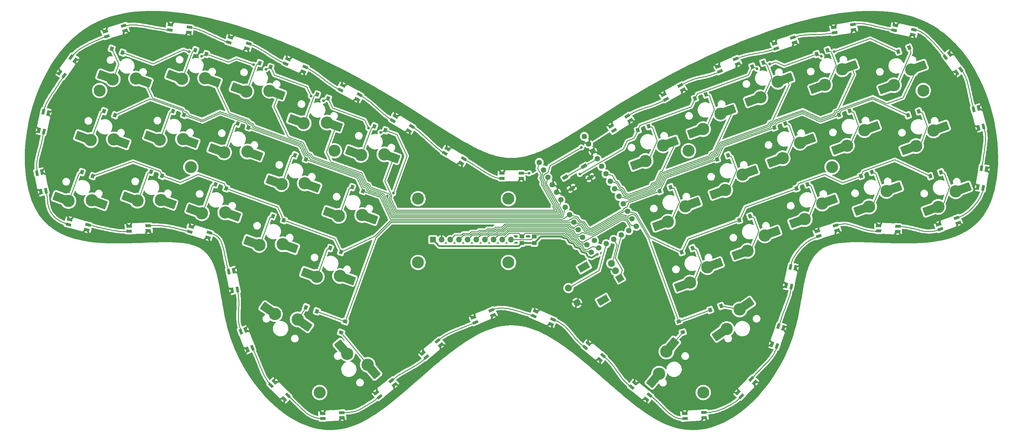
<source format=gbl>
%TF.GenerationSoftware,KiCad,Pcbnew,7.0.1-0*%
%TF.CreationDate,2023-05-23T20:01:29-04:00*%
%TF.ProjectId,fidrildi4,66696472-696c-4646-9934-2e6b69636164,rev?*%
%TF.SameCoordinates,Original*%
%TF.FileFunction,Copper,L2,Bot*%
%TF.FilePolarity,Positive*%
%FSLAX46Y46*%
G04 Gerber Fmt 4.6, Leading zero omitted, Abs format (unit mm)*
G04 Created by KiCad (PCBNEW 7.0.1-0) date 2023-05-23 20:01:29*
%MOMM*%
%LPD*%
G01*
G04 APERTURE LIST*
G04 Aperture macros list*
%AMRoundRect*
0 Rectangle with rounded corners*
0 $1 Rounding radius*
0 $2 $3 $4 $5 $6 $7 $8 $9 X,Y pos of 4 corners*
0 Add a 4 corners polygon primitive as box body*
4,1,4,$2,$3,$4,$5,$6,$7,$8,$9,$2,$3,0*
0 Add four circle primitives for the rounded corners*
1,1,$1+$1,$2,$3*
1,1,$1+$1,$4,$5*
1,1,$1+$1,$6,$7*
1,1,$1+$1,$8,$9*
0 Add four rect primitives between the rounded corners*
20,1,$1+$1,$2,$3,$4,$5,0*
20,1,$1+$1,$4,$5,$6,$7,0*
20,1,$1+$1,$6,$7,$8,$9,0*
20,1,$1+$1,$8,$9,$2,$3,0*%
%AMRotRect*
0 Rectangle, with rotation*
0 The origin of the aperture is its center*
0 $1 length*
0 $2 width*
0 $3 Rotation angle, in degrees counterclockwise*
0 Add horizontal line*
21,1,$1,$2,0,0,$3*%
G04 Aperture macros list end*
%TA.AperFunction,SMDPad,CuDef*%
%ADD10RotRect,1.600000X0.820000X220.000000*%
%TD*%
%TA.AperFunction,ComponentPad*%
%ADD11C,3.500000*%
%TD*%
%TA.AperFunction,SMDPad,CuDef*%
%ADD12RotRect,1.600000X0.820000X353.000000*%
%TD*%
%TA.AperFunction,SMDPad,CuDef*%
%ADD13RotRect,1.600000X0.820000X197.500000*%
%TD*%
%TA.AperFunction,SMDPad,CuDef*%
%ADD14RoundRect,0.250000X1.775051X0.418112X-1.091011X1.461273X-1.775051X-0.418112X1.091011X-1.461273X0*%
%TD*%
%TA.AperFunction,ComponentPad*%
%ADD15C,3.600000*%
%TD*%
%TA.AperFunction,SMDPad,CuDef*%
%ADD16RoundRect,0.250000X-1.746296X0.525430X0.214207X-1.811005X1.746296X-0.525430X-0.214207X1.811005X0*%
%TD*%
%TA.AperFunction,SMDPad,CuDef*%
%ADD17RotRect,1.600000X0.820000X18.000000*%
%TD*%
%TA.AperFunction,SMDPad,CuDef*%
%ADD18RoundRect,0.250000X1.091011X1.461273X-1.775051X0.418112X-1.091011X-1.461273X1.775051X-0.418112X0*%
%TD*%
%TA.AperFunction,SMDPad,CuDef*%
%ADD19RotRect,1.600000X0.820000X29.250000*%
%TD*%
%TA.AperFunction,SMDPad,CuDef*%
%ADD20RotRect,1.600000X0.820000X111.000000*%
%TD*%
%TA.AperFunction,ComponentPad*%
%ADD21RotRect,3.200000X2.000000X210.000000*%
%TD*%
%TA.AperFunction,ComponentPad*%
%ADD22RotRect,2.000000X2.000000X210.000000*%
%TD*%
%TA.AperFunction,ComponentPad*%
%ADD23C,2.000000*%
%TD*%
%TA.AperFunction,SMDPad,CuDef*%
%ADD24RotRect,1.600000X0.820000X17.250000*%
%TD*%
%TA.AperFunction,SMDPad,CuDef*%
%ADD25RotRect,1.600000X0.820000X257.250000*%
%TD*%
%TA.AperFunction,SMDPad,CuDef*%
%ADD26RotRect,1.600000X0.820000X341.500000*%
%TD*%
%TA.AperFunction,SMDPad,CuDef*%
%ADD27RotRect,1.600000X0.820000X335.500000*%
%TD*%
%TA.AperFunction,SMDPad,CuDef*%
%ADD28RotRect,1.600000X0.820000X54.000000*%
%TD*%
%TA.AperFunction,SMDPad,CuDef*%
%ADD29RotRect,1.600000X0.820000X306.250000*%
%TD*%
%TA.AperFunction,SMDPad,CuDef*%
%ADD30RotRect,1.600000X0.820000X181.750000*%
%TD*%
%TA.AperFunction,SMDPad,CuDef*%
%ADD31RotRect,1.600000X0.820000X178.000000*%
%TD*%
%TA.AperFunction,SMDPad,CuDef*%
%ADD32RotRect,1.600000X0.820000X328.000000*%
%TD*%
%TA.AperFunction,SMDPad,CuDef*%
%ADD33RotRect,1.600000X0.820000X329.000000*%
%TD*%
%TA.AperFunction,SMDPad,CuDef*%
%ADD34RotRect,1.600000X0.820000X134.500000*%
%TD*%
%TA.AperFunction,ComponentPad*%
%ADD35R,1.700000X1.700000*%
%TD*%
%TA.AperFunction,ComponentPad*%
%ADD36O,1.700000X1.700000*%
%TD*%
%TA.AperFunction,SMDPad,CuDef*%
%ADD37RoundRect,0.250000X-1.822783X0.055552X0.675630X-1.693856X1.822783X-0.055552X-0.675630X1.693856X0*%
%TD*%
%TA.AperFunction,SMDPad,CuDef*%
%ADD38RotRect,1.600000X0.820000X8.750000*%
%TD*%
%TA.AperFunction,SMDPad,CuDef*%
%ADD39RotRect,1.600000X0.820000X164.500000*%
%TD*%
%TA.AperFunction,SMDPad,CuDef*%
%ADD40RotRect,1.600000X0.820000X250.500000*%
%TD*%
%TA.AperFunction,SMDPad,CuDef*%
%ADD41RoundRect,0.250000X-0.675630X-1.693856X1.822783X0.055552X0.675630X1.693856X-1.822783X-0.055552X0*%
%TD*%
%TA.AperFunction,SMDPad,CuDef*%
%ADD42RotRect,1.600000X0.820000X331.000000*%
%TD*%
%TA.AperFunction,SMDPad,CuDef*%
%ADD43RotRect,1.600000X0.820000X182.500000*%
%TD*%
%TA.AperFunction,SMDPad,CuDef*%
%ADD44RotRect,1.600000X0.820000X219.000000*%
%TD*%
%TA.AperFunction,SMDPad,CuDef*%
%ADD45RotRect,1.600000X0.820000X347.000000*%
%TD*%
%TA.AperFunction,SMDPad,CuDef*%
%ADD46RotRect,1.600000X0.820000X155.500000*%
%TD*%
%TA.AperFunction,SMDPad,CuDef*%
%ADD47RoundRect,0.250000X-0.214207X-1.811005X1.746296X0.525430X0.214207X1.811005X-1.746296X-0.525430X0*%
%TD*%
%TA.AperFunction,SMDPad,CuDef*%
%ADD48RotRect,1.600000X0.820000X32.500000*%
%TD*%
%TA.AperFunction,ComponentPad*%
%ADD49C,1.600000*%
%TD*%
%TA.AperFunction,SMDPad,CuDef*%
%ADD50RotRect,1.600000X0.820000X226.000000*%
%TD*%
%TA.AperFunction,SMDPad,CuDef*%
%ADD51RotRect,1.600000X0.820000X140.250000*%
%TD*%
%TA.AperFunction,SMDPad,CuDef*%
%ADD52R,1.600000X0.820000*%
%TD*%
%TA.AperFunction,SMDPad,CuDef*%
%ADD53RotRect,1.600000X0.820000X202.250000*%
%TD*%
%TA.AperFunction,SMDPad,CuDef*%
%ADD54RotRect,1.600000X0.820000X141.000000*%
%TD*%
%TA.AperFunction,SMDPad,CuDef*%
%ADD55RotRect,1.600000X0.820000X101.000000*%
%TD*%
%TA.AperFunction,SMDPad,CuDef*%
%ADD56RotRect,1.600000X0.820000X200.000000*%
%TD*%
%TA.AperFunction,SMDPad,CuDef*%
%ADD57RotRect,1.600000X0.820000X260.000000*%
%TD*%
%TA.AperFunction,SMDPad,CuDef*%
%ADD58RotRect,1.600000X0.820000X162.000000*%
%TD*%
%TA.AperFunction,SMDPad,CuDef*%
%ADD59RotRect,1.600000X0.820000X102.000000*%
%TD*%
%TA.AperFunction,SMDPad,CuDef*%
%ADD60RotRect,1.600000X0.820000X23.500000*%
%TD*%
%TA.AperFunction,SMDPad,CuDef*%
%ADD61RotRect,1.600000X0.820000X76.500000*%
%TD*%
%TA.AperFunction,SMDPad,CuDef*%
%ADD62RotRect,1.600000X0.820000X285.000000*%
%TD*%
%TA.AperFunction,SMDPad,CuDef*%
%ADD63RotRect,1.600000X0.820000X183.000000*%
%TD*%
%TA.AperFunction,SMDPad,CuDef*%
%ADD64RotRect,1.000000X1.200000X20.000000*%
%TD*%
%TA.AperFunction,SMDPad,CuDef*%
%ADD65RotRect,1.000000X1.200000X160.000000*%
%TD*%
%TA.AperFunction,SMDPad,CuDef*%
%ADD66RotRect,1.000000X1.200000X250.000000*%
%TD*%
%TA.AperFunction,SMDPad,CuDef*%
%ADD67RotRect,1.000000X1.200000X290.000000*%
%TD*%
%TA.AperFunction,SMDPad,CuDef*%
%ADD68RoundRect,0.250000X0.450000X-0.350000X0.450000X0.350000X-0.450000X0.350000X-0.450000X-0.350000X0*%
%TD*%
%TA.AperFunction,SMDPad,CuDef*%
%ADD69RotRect,1.700000X1.000000X210.000000*%
%TD*%
%TA.AperFunction,ViaPad*%
%ADD70C,0.800000*%
%TD*%
%TA.AperFunction,Conductor*%
%ADD71C,0.250000*%
%TD*%
%TA.AperFunction,Conductor*%
%ADD72C,0.500000*%
%TD*%
G04 APERTURE END LIST*
D10*
X189277015Y-183234728D03*
X188312834Y-182085661D03*
X184022985Y-185685272D03*
X184987166Y-186834339D03*
D11*
X158110000Y-126300000D03*
D12*
X110022273Y-89374356D03*
X109839469Y-90863175D03*
X115397727Y-91545644D03*
X115580531Y-90056825D03*
D13*
X305420000Y-149660000D03*
X304968941Y-148229425D03*
X299628126Y-149913378D03*
X300079185Y-151343953D03*
D14*
X102555506Y-106041560D03*
D15*
X99947859Y-105092454D03*
X93112079Y-105307445D03*
D14*
X90499734Y-104356629D03*
D16*
X160042996Y-183722917D03*
D15*
X161826732Y-185848690D03*
X167854186Y-189080392D03*
D16*
X169641136Y-191209995D03*
D17*
X287165279Y-94821955D03*
X287628805Y-96248540D03*
X292954721Y-94518045D03*
X292491195Y-93091460D03*
D18*
X263542968Y-141622079D03*
D15*
X260935321Y-142571185D03*
X255837004Y-147129832D03*
D18*
X253224659Y-148080648D03*
D11*
X266220000Y-197210000D03*
D19*
X254600545Y-109843767D03*
X255333477Y-111152511D03*
X260219455Y-108416233D03*
X259486523Y-107107489D03*
D11*
X330710000Y-108620000D03*
D20*
X132643245Y-184602801D03*
X134043616Y-184065249D03*
X132036755Y-178837199D03*
X130636384Y-179374751D03*
D21*
X236810481Y-170089743D03*
X231210481Y-160390258D03*
D22*
X241755672Y-163655064D03*
D23*
X239255672Y-159324937D03*
X240505672Y-161490000D03*
X226698304Y-166574937D03*
X229198304Y-170905064D03*
D24*
X90933538Y-91264051D03*
X91378350Y-92696581D03*
X96726462Y-91035949D03*
X96281650Y-89603419D03*
D25*
X293239460Y-160674565D03*
X291776446Y-160343518D03*
X290540540Y-165805435D03*
X292003554Y-166136482D03*
D26*
X127622672Y-93110304D03*
X127146715Y-94532790D03*
X132457328Y-96309696D03*
X132933285Y-94887210D03*
D14*
X128685506Y-145341560D03*
D15*
X126077859Y-144392454D03*
X119242079Y-144607445D03*
D14*
X116629734Y-143656629D03*
D27*
X144443128Y-99386388D03*
X143821089Y-100751330D03*
X148916872Y-103073612D03*
X149538911Y-101708670D03*
D28*
X77604878Y-103368818D03*
X78818403Y-104250496D03*
X82110000Y-99720000D03*
X80896475Y-98838322D03*
D18*
X290690246Y-105117155D03*
D15*
X288082599Y-106066261D03*
X282984282Y-110624908D03*
D18*
X280371937Y-111575724D03*
D29*
X338409166Y-97928473D03*
X337199500Y-98815437D03*
X340510834Y-103331527D03*
X341720500Y-102444563D03*
D30*
X103521598Y-149744142D03*
X103475790Y-148244842D03*
X97878402Y-148415858D03*
X97924210Y-149915158D03*
D11*
X303990000Y-131090000D03*
D18*
X342820246Y-137237155D03*
D15*
X340212599Y-138186261D03*
X335114282Y-142744908D03*
D18*
X332501937Y-143695724D03*
D14*
X168835506Y-146131560D03*
D15*
X166227859Y-145182454D03*
X159392079Y-145397445D03*
D14*
X156779734Y-144446629D03*
D11*
X89290000Y-108620000D03*
D31*
X323192120Y-149977262D03*
X323244469Y-148478175D03*
X317647880Y-148282738D03*
X317595531Y-149781825D03*
D32*
X176002905Y-116150190D03*
X175208026Y-117422262D03*
X179957095Y-120389810D03*
X180751974Y-119117738D03*
D14*
X96055506Y-123891560D03*
D15*
X93447859Y-122942454D03*
X86612079Y-123157445D03*
D14*
X83999734Y-122206629D03*
X141685506Y-109641560D03*
D15*
X139077859Y-108692454D03*
X132242079Y-108907445D03*
D14*
X129629734Y-107956629D03*
X145515506Y-154661560D03*
D15*
X142907859Y-153712454D03*
X136072079Y-153927445D03*
D14*
X133459734Y-152976629D03*
D33*
X191206210Y-125735018D03*
X190433653Y-127020769D03*
X195233790Y-129904982D03*
X196006347Y-128619231D03*
D14*
X109799145Y-141669022D03*
D15*
X107191498Y-140719916D03*
X100355718Y-140934907D03*
D14*
X97743373Y-139984091D03*
X135182784Y-127496484D03*
D15*
X132575137Y-126547378D03*
X125739357Y-126762369D03*
D14*
X123127012Y-125811553D03*
D18*
X303680246Y-140837155D03*
D15*
X301072599Y-141786261D03*
X295974282Y-146344908D03*
D18*
X293361937Y-147295724D03*
D11*
X182610000Y-140350000D03*
X182610000Y-159050000D03*
X209110000Y-140350000D03*
X209110000Y-159050000D03*
D34*
X143387608Y-199082783D03*
X144457484Y-198031419D03*
X140532392Y-194037217D03*
X139462516Y-195088581D03*
D35*
X186960000Y-152380000D03*
D36*
X189500000Y-152380000D03*
X192040000Y-152380000D03*
X194580000Y-152380000D03*
X197120000Y-152380000D03*
X199660000Y-152380000D03*
X202200000Y-152380000D03*
X204740000Y-152380000D03*
X207280000Y-152380000D03*
X209820000Y-152380000D03*
D37*
X138382768Y-172612353D03*
D15*
X140655915Y-174204028D03*
X147314414Y-175765592D03*
D37*
X149591657Y-177360134D03*
D38*
X304508495Y-90144674D03*
X304736680Y-91627217D03*
X310271505Y-90775326D03*
X310043320Y-89292783D03*
D18*
X329820246Y-101527155D03*
D15*
X327212599Y-102476261D03*
X322114282Y-107034908D03*
D18*
X319501937Y-107985724D03*
X336310246Y-119387155D03*
D15*
X333702599Y-120336261D03*
X328604282Y-124894908D03*
D18*
X325991937Y-125845724D03*
D39*
X85487736Y-149430990D03*
X85888594Y-147985545D03*
X80492264Y-146489010D03*
X80091406Y-147934455D03*
D18*
X270032968Y-159482079D03*
D15*
X267425321Y-160431185D03*
X262327004Y-164989832D03*
D18*
X259714659Y-165940648D03*
D14*
X152015506Y-136806484D03*
D15*
X149407859Y-135857378D03*
X142572079Y-136072369D03*
D14*
X139959734Y-135121553D03*
X89565506Y-141751560D03*
D15*
X86957859Y-140802454D03*
X80122079Y-141017445D03*
D14*
X77509734Y-140066629D03*
D40*
X289681640Y-178280959D03*
X288267678Y-177780249D03*
X286398360Y-183059041D03*
X287812322Y-183559751D03*
D41*
X270829000Y-180166355D03*
D15*
X273102147Y-178574680D03*
X276846878Y-172851823D03*
D41*
X279124121Y-171257281D03*
D42*
X160594672Y-107156568D03*
X159867458Y-108468498D03*
X164765328Y-111183432D03*
X165492542Y-109871502D03*
D18*
X280362968Y-132302079D03*
D15*
X277755321Y-133251185D03*
X272657004Y-137809832D03*
D18*
X270044659Y-138760648D03*
D43*
X160300050Y-204607152D03*
X160234620Y-203108580D03*
X154639950Y-203352848D03*
X154705380Y-204851420D03*
D18*
X322556607Y-137154617D03*
D15*
X319948960Y-138103723D03*
X314850643Y-142662370D03*
D18*
X312238298Y-143613186D03*
D44*
X175697999Y-194920762D03*
X174754018Y-193755043D03*
X170402001Y-197279238D03*
X171345982Y-198444957D03*
D18*
X286860246Y-150167155D03*
D15*
X284252599Y-151116261D03*
X279154282Y-155674908D03*
D18*
X276541937Y-156625724D03*
D45*
X322523528Y-89500274D03*
X322186102Y-90961830D03*
X327642574Y-92221556D03*
X327980000Y-90760000D03*
D46*
X221576872Y-177123612D03*
X222198911Y-175758670D03*
X217103128Y-173436388D03*
X216481089Y-174801330D03*
D18*
X273866607Y-114444617D03*
D15*
X271258960Y-115393723D03*
X266160643Y-119952370D03*
D18*
X263548298Y-120903186D03*
D47*
X251491491Y-193811722D03*
D15*
X253275226Y-191685949D03*
X255411175Y-185188886D03*
D47*
X257198124Y-183059283D03*
D48*
X239235529Y-119091895D03*
X240041479Y-120356982D03*
X244764471Y-117348105D03*
X243958521Y-116083018D03*
D49*
X218140886Y-129691773D03*
X219410886Y-131891477D03*
X220680886Y-134091182D03*
X221950886Y-136290886D03*
X223220886Y-138490591D03*
X224490886Y-140690295D03*
X225760886Y-142890000D03*
X227030886Y-145089705D03*
X228300886Y-147289409D03*
X229570886Y-149489114D03*
X230840886Y-151688818D03*
X232110886Y-153888523D03*
X233380886Y-156088227D03*
X235580591Y-154818227D03*
X237780295Y-153548227D03*
X239980000Y-152278227D03*
X242179705Y-151008227D03*
X244379409Y-149738227D03*
X246579114Y-148468227D03*
X245309114Y-146268523D03*
X244039114Y-144068818D03*
X242769114Y-141869114D03*
X241499114Y-139669409D03*
X240229114Y-137469705D03*
X238959114Y-135270000D03*
X237689114Y-133070295D03*
X236419114Y-130870591D03*
X235149114Y-128670886D03*
X233879114Y-126471182D03*
X232609114Y-124271477D03*
X231339114Y-122071773D03*
X234310591Y-152618523D03*
D50*
X281324548Y-194246842D03*
X280245539Y-193204855D03*
X276355452Y-197233158D03*
X277434461Y-198275145D03*
D51*
X235903178Y-187567061D03*
X236862336Y-186413798D03*
X232556822Y-182832939D03*
X231597664Y-183986202D03*
D52*
X207250000Y-132880000D03*
X207250000Y-134380000D03*
X212850000Y-134380000D03*
X212850000Y-132880000D03*
D18*
X297180246Y-122987155D03*
D15*
X294572599Y-123936261D03*
X289474282Y-128494908D03*
D18*
X286861937Y-129445724D03*
D53*
X204605500Y-174483939D03*
X204037527Y-173095628D03*
X198854500Y-175216061D03*
X199422473Y-176604372D03*
D54*
X249564018Y-199144957D03*
X250507999Y-197979238D03*
X246155982Y-194455043D03*
X245212001Y-195620762D03*
D55*
X128148045Y-167231663D03*
X129620486Y-166945449D03*
X128551955Y-161448337D03*
X127079514Y-161734551D03*
D18*
X316070246Y-119297155D03*
D15*
X313462599Y-120246261D03*
X308364282Y-124804908D03*
D18*
X305751937Y-125755724D03*
D14*
X175335506Y-128271560D03*
D15*
X172727859Y-127322454D03*
X165892079Y-127537445D03*
D14*
X163279734Y-126586629D03*
D56*
X340967654Y-147397113D03*
X340454624Y-145987574D03*
X335192346Y-147902887D03*
X335705376Y-149312426D03*
D14*
X158515506Y-118961560D03*
D15*
X155907859Y-118012454D03*
X149072079Y-118227445D03*
D14*
X146459734Y-117276629D03*
D18*
X309570246Y-101447155D03*
D15*
X306962599Y-102396261D03*
X301864282Y-106954908D03*
D18*
X299251937Y-107905724D03*
D11*
X261890000Y-126300000D03*
D57*
X349227212Y-131690472D03*
X347750000Y-131430000D03*
X346777570Y-136944924D03*
X348254782Y-137205396D03*
D11*
X116010000Y-131090000D03*
D14*
X122809145Y-105949022D03*
D15*
X120201498Y-104999916D03*
X113365718Y-105214907D03*
D14*
X110753373Y-104264091D03*
D58*
X120991195Y-151758540D03*
X121454721Y-150331955D03*
X116128805Y-148601460D03*
X115665279Y-150028045D03*
D11*
X153780000Y-197210000D03*
D59*
X72047084Y-138319494D03*
X73514305Y-138007627D03*
X72350000Y-132530000D03*
X70882779Y-132841867D03*
D60*
X270553170Y-101598702D03*
X271151294Y-102974292D03*
X276286830Y-100741298D03*
X275688706Y-99365708D03*
D14*
X116302784Y-123806484D03*
D15*
X113695137Y-122857378D03*
X106859357Y-123072369D03*
D14*
X104247012Y-122121553D03*
X162355506Y-163981560D03*
D15*
X159747859Y-163032454D03*
X152912079Y-163247445D03*
D14*
X150299734Y-162296629D03*
D61*
X71447076Y-120317552D03*
X72905630Y-120667720D03*
X74212924Y-115222448D03*
X72754370Y-114872280D03*
D18*
X257027647Y-123770894D03*
D15*
X254420000Y-124720000D03*
X249321683Y-129278647D03*
D18*
X246709338Y-130229463D03*
D62*
X346939751Y-113751293D03*
X345490862Y-114139522D03*
X346940249Y-119548707D03*
X348389138Y-119160478D03*
D63*
X266465415Y-204562431D03*
X266386911Y-203064487D03*
X260794585Y-203357569D03*
X260873089Y-204855513D03*
D64*
X323392523Y-97181434D03*
X326587477Y-96018566D03*
D65*
X166510000Y-138120000D03*
X163315046Y-136957132D03*
X107517477Y-133641434D03*
X104322523Y-132478566D03*
X149687477Y-128771434D03*
X146492523Y-127608566D03*
D64*
X263792523Y-110921434D03*
X266987477Y-109758566D03*
D65*
X139367477Y-101731434D03*
X136172523Y-100568566D03*
X132897477Y-119471434D03*
X129702523Y-118308566D03*
X87257477Y-133721434D03*
X84062523Y-132558566D03*
D64*
X312452523Y-133671434D03*
X315647477Y-132508566D03*
X332732523Y-133751434D03*
X335927477Y-132588566D03*
D66*
X161211434Y-176422523D03*
X160048566Y-179617477D03*
D64*
X259892523Y-156021434D03*
X263087477Y-154858566D03*
X287072523Y-119471434D03*
X290267477Y-118308566D03*
D65*
X126377477Y-137311434D03*
X123182523Y-136148566D03*
X120517477Y-97931434D03*
X117322523Y-96768566D03*
D64*
X268252523Y-172991434D03*
X271447477Y-171828566D03*
X280602523Y-101601434D03*
X283797477Y-100438566D03*
D65*
X156217477Y-110941434D03*
X153022523Y-109778566D03*
X95997477Y-97501434D03*
X92802523Y-96338566D03*
D67*
X259018566Y-176342523D03*
X260181434Y-179537477D03*
D65*
X143237477Y-146641434D03*
X140042523Y-145478566D03*
X93767477Y-115861434D03*
X90572523Y-114698566D03*
D64*
X305982523Y-115781434D03*
X309177477Y-114618566D03*
X270272523Y-128771434D03*
X273467477Y-127608566D03*
X293562523Y-137321434D03*
X296757477Y-136158566D03*
X299472523Y-97931434D03*
X302667477Y-96768566D03*
D65*
X173010000Y-120290000D03*
X169815046Y-119127132D03*
D64*
X326212523Y-115881434D03*
X329407477Y-114718566D03*
X247012523Y-120241434D03*
X250207477Y-119078566D03*
X276762523Y-146651434D03*
X279957477Y-145488566D03*
D65*
X160027477Y-155981434D03*
X156832523Y-154818566D03*
D68*
X213010000Y-153380000D03*
X213010000Y-151380000D03*
D64*
X253442523Y-138141434D03*
X256637477Y-136978566D03*
D65*
X113997477Y-115791434D03*
X110802523Y-114628566D03*
D68*
X216670000Y-153380000D03*
X216670000Y-151380000D03*
D69*
X231240000Y-130869104D03*
X225784040Y-134019104D03*
X233140000Y-134160000D03*
X227684040Y-137310000D03*
D65*
X152927477Y-173381434D03*
X149732523Y-172218566D03*
D70*
X329510000Y-104520000D03*
X115530000Y-97250000D03*
X285720000Y-100870000D03*
X230470871Y-125310000D03*
X173610000Y-139550000D03*
X300840000Y-98570000D03*
X281969058Y-102240942D03*
X175341818Y-138741818D03*
X154850000Y-111580000D03*
X171630000Y-120930000D03*
X151220000Y-110260000D03*
X230026776Y-133096776D03*
X304610000Y-97190000D03*
X134380000Y-101050000D03*
X119150000Y-98570000D03*
X168070000Y-119640000D03*
X138000000Y-102370000D03*
X103900000Y-142260000D03*
X139700000Y-155260000D03*
X325340000Y-105610000D03*
X122870000Y-145830000D03*
X135780000Y-109990000D03*
X265620000Y-110910000D03*
X90150000Y-124230000D03*
X230230000Y-135350000D03*
X293130000Y-127120000D03*
X156480000Y-164250000D03*
X276390000Y-136550000D03*
X152520000Y-119250000D03*
X282510000Y-154490000D03*
X286800000Y-109470000D03*
X235280000Y-143730000D03*
X169580000Y-128890000D03*
X269960000Y-118870000D03*
X129510000Y-128130000D03*
X96580000Y-106320000D03*
X268130000Y-163680000D03*
X253250000Y-128270000D03*
X332490000Y-123740000D03*
X259510000Y-145920000D03*
X110590000Y-124400000D03*
X273360000Y-175270000D03*
X252770000Y-188360000D03*
X299730000Y-145120000D03*
X338750000Y-141470000D03*
X240090000Y-149830000D03*
X318470000Y-141350000D03*
X311850000Y-123540000D03*
X117010000Y-106380000D03*
X146230000Y-137390000D03*
X83750000Y-142150000D03*
X162950000Y-146540000D03*
X166280000Y-185060000D03*
X173270000Y-123680000D03*
X305580000Y-105770000D03*
X144090000Y-173790000D03*
X215150957Y-132880957D03*
X235170000Y-156690000D03*
D71*
X263792523Y-110921434D02*
X264420000Y-109570000D01*
X247012523Y-120241434D02*
X245870000Y-122660000D01*
X149940000Y-107520480D02*
X140458561Y-104071439D01*
X264420000Y-109570000D02*
X279430000Y-104105915D01*
X219705400Y-135980000D02*
X223193996Y-142018075D01*
X289940000Y-101396578D02*
X287459068Y-100240932D01*
X139367477Y-101731434D02*
X140458561Y-104071439D01*
X127010000Y-100294272D02*
X129330000Y-99213020D01*
X113810000Y-96624059D02*
X104940000Y-100757932D01*
X230470871Y-125310000D02*
X221228359Y-130640000D01*
X156217477Y-110941434D02*
X157527341Y-113752659D01*
X115530000Y-97250000D02*
X113810000Y-96624059D01*
X173480000Y-139930000D02*
X175650004Y-144575793D01*
X173610000Y-139550000D02*
X173480000Y-139930000D01*
X173010000Y-120290000D02*
X176390000Y-121520000D01*
X173010000Y-120290000D02*
X171630000Y-120930000D01*
X134380000Y-101050000D02*
X129330000Y-99213020D01*
X220698470Y-132618470D02*
X221228359Y-130640000D01*
X120517477Y-97931434D02*
X127010000Y-100294272D01*
X242808275Y-125718275D02*
X243900000Y-123377660D01*
X247012523Y-120241434D02*
X247673527Y-118823527D01*
X280602523Y-101601434D02*
X281969058Y-102240942D01*
X219500000Y-133310000D02*
X219241839Y-134260493D01*
X168070000Y-119640000D02*
X166917043Y-117172957D01*
X223840020Y-144589832D02*
X223952875Y-144206011D01*
X263792523Y-110921434D02*
X262644173Y-113374173D01*
X285720000Y-100870000D02*
X287459068Y-100240932D01*
X315116470Y-93363530D02*
X323392523Y-97181434D01*
X95997477Y-97501434D02*
X104940000Y-100757932D01*
X176390000Y-121520000D02*
X179320233Y-127809767D01*
X223193996Y-142018075D02*
X223041352Y-142640000D01*
X220698470Y-132618470D02*
X219500000Y-133310000D01*
X300840000Y-98570000D02*
X299472523Y-97931434D01*
X245870000Y-122660000D02*
X243900000Y-123377660D01*
X175341818Y-138741818D02*
X179320233Y-127809767D01*
X299472523Y-97931434D02*
X289940000Y-101396578D01*
X280602523Y-101601434D02*
X279430000Y-104105915D01*
X120517477Y-97931434D02*
X119150000Y-98570000D01*
X151220000Y-110260000D02*
X149940000Y-107520480D01*
X139367477Y-101731434D02*
X138000000Y-102370000D01*
X219872860Y-135358073D02*
X219705400Y-135980000D01*
X175650004Y-144575793D02*
X223840020Y-144589832D01*
X223952875Y-144206011D02*
X223041352Y-142640000D01*
X304610000Y-97190000D02*
X315116470Y-93363530D01*
X157527341Y-113752659D02*
X166917043Y-117172957D01*
X156217477Y-110941434D02*
X154850000Y-111580000D01*
X219241839Y-134260493D02*
X219872860Y-135358073D01*
X230026776Y-133096776D02*
X242808275Y-125718275D01*
X247673527Y-118823527D02*
X262644173Y-113374173D01*
X93860000Y-103650000D02*
X94890167Y-100820000D01*
X93860000Y-103650000D02*
X93112079Y-105307445D01*
X92802523Y-96338566D02*
X94890167Y-100820000D01*
X93767477Y-115861434D02*
X104089374Y-111049374D01*
X287706819Y-118106819D02*
X295270000Y-115353331D01*
X174500000Y-146390000D02*
X224780000Y-146390000D01*
X227030886Y-145089705D02*
X224780000Y-146390000D01*
X113997477Y-115791434D02*
X119350000Y-117739859D01*
X326212523Y-115881434D02*
X315860000Y-111054764D01*
X242658901Y-143708103D02*
X233365448Y-149090340D01*
X132250000Y-118100000D02*
X124570000Y-115304910D01*
X243944487Y-142644487D02*
X242770000Y-143320000D01*
X253442523Y-138141434D02*
X244250000Y-141481912D01*
X300480000Y-117782535D02*
X295270000Y-115353331D01*
X119350000Y-117739859D02*
X124570000Y-115304910D01*
X305982523Y-115781434D02*
X300480000Y-117782535D01*
X166510000Y-138120000D02*
X164700000Y-134243406D01*
X287072523Y-119471434D02*
X287706819Y-118106819D01*
X253442523Y-138141434D02*
X255260000Y-134235639D01*
X166510000Y-138120000D02*
X171490000Y-139933158D01*
X227030886Y-145089705D02*
X229470000Y-145744029D01*
X231347761Y-147162239D02*
X230090347Y-146818734D01*
X233365448Y-149090340D02*
X232311726Y-148811185D01*
X113997477Y-115791434D02*
X113360000Y-114420000D01*
X242770000Y-143320000D02*
X242658901Y-143708103D01*
X270272523Y-128771434D02*
X255260000Y-134235639D01*
X270272523Y-128771434D02*
X272060000Y-124936238D01*
X149687477Y-128771434D02*
X147890000Y-124932232D01*
X305982523Y-115781434D02*
X306620000Y-114420000D01*
X113360000Y-114420000D02*
X104089374Y-111049374D01*
X243944487Y-142644487D02*
X244250000Y-141481912D01*
X149687477Y-128771434D02*
X164700000Y-134243406D01*
X171490000Y-139933158D02*
X174500000Y-146390000D01*
X306620000Y-114420000D02*
X315860000Y-111054764D01*
X132897477Y-119471434D02*
X132250000Y-118100000D01*
X232311726Y-148811185D02*
X231347761Y-147162239D01*
X132897477Y-119471434D02*
X147890000Y-124932232D01*
X230090347Y-146818734D02*
X229470000Y-145744029D01*
X287072523Y-119471434D02*
X272060000Y-124936238D01*
X114110000Y-103550000D02*
X113365718Y-105214907D01*
X116430000Y-97180000D02*
X114110000Y-103550000D01*
X117322523Y-96768566D02*
X116430000Y-97180000D01*
X226530000Y-146840000D02*
X174480000Y-146840000D01*
X143237477Y-146641434D02*
X141440000Y-142795847D01*
X276762523Y-146651434D02*
X278570000Y-142772534D01*
X232009094Y-149196143D02*
X231051309Y-147548691D01*
X107517477Y-133641434D02*
X106890000Y-132290000D01*
X107517477Y-133641434D02*
X112910000Y-135604336D01*
X313080000Y-132310000D02*
X322375761Y-128924239D01*
X293562523Y-137321434D02*
X278570000Y-142772534D01*
X106890000Y-132290000D02*
X99030000Y-129435169D01*
X312452523Y-133671434D02*
X307010000Y-135650000D01*
X229791786Y-147203503D02*
X229170000Y-146130000D01*
X160027477Y-155981434D02*
X169978615Y-151338615D01*
X126377477Y-137311434D02*
X141440000Y-142795847D01*
X125740000Y-135940000D02*
X118130000Y-133172836D01*
X231051309Y-147548691D02*
X229791786Y-147203503D01*
X126377477Y-137311434D02*
X125740000Y-135940000D01*
X243260000Y-143880000D02*
X244039114Y-144068818D01*
X160027477Y-155981434D02*
X158210000Y-152096099D01*
X312452523Y-133671434D02*
X313080000Y-132310000D01*
X259892523Y-156021434D02*
X250492867Y-151628343D01*
X143237477Y-146641434D02*
X158210000Y-152096099D01*
X87257477Y-133721434D02*
X99030000Y-129435169D01*
X233426953Y-149574738D02*
X232009094Y-149196143D01*
X250492867Y-151628343D02*
X246510000Y-144730887D01*
X243260000Y-143880000D02*
X233426953Y-149574738D01*
X276762523Y-146651434D02*
X261700000Y-152131597D01*
X332732523Y-133751434D02*
X322375761Y-128924239D01*
X228209518Y-145871799D02*
X226530000Y-146840000D01*
X244039114Y-144068818D02*
X246510000Y-144730887D01*
X294200000Y-135950000D02*
X301740000Y-133199226D01*
X307010000Y-135650000D02*
X301740000Y-133199226D01*
X293562523Y-137321434D02*
X294200000Y-135950000D01*
X229170000Y-146130000D02*
X228209518Y-145871799D01*
X259892523Y-156021434D02*
X261700000Y-152131597D01*
X174480000Y-146840000D02*
X169978615Y-151338615D01*
X112910000Y-135604336D02*
X118130000Y-133172836D01*
X136172523Y-100568566D02*
X135280000Y-100980000D01*
X132990000Y-107250000D02*
X132242079Y-108907445D01*
X135280000Y-100980000D02*
X132990000Y-107250000D01*
X149800000Y-116570000D02*
X149072079Y-118227445D01*
X153022523Y-109778566D02*
X152130000Y-110190000D01*
X152130000Y-110190000D02*
X149800000Y-116570000D01*
X166610000Y-125880000D02*
X165892079Y-127537445D01*
X168920000Y-119540000D02*
X166610000Y-125880000D01*
X169815046Y-119127132D02*
X168920000Y-119540000D01*
X250630000Y-128030000D02*
X249321683Y-129278647D01*
X250207477Y-119078566D02*
X251280000Y-119470000D01*
X251280000Y-119470000D02*
X252694182Y-123364182D01*
X252694182Y-123364182D02*
X250630000Y-128030000D01*
X266987477Y-109758566D02*
X268000000Y-110127854D01*
X269476449Y-114166449D02*
X267460000Y-118670000D01*
X267460000Y-118670000D02*
X266160643Y-119952370D01*
X269476449Y-114166449D02*
X268000000Y-110127854D01*
X284280000Y-109350000D02*
X282984282Y-110624908D01*
X284870896Y-100939104D02*
X286298654Y-104848654D01*
X286298654Y-104848654D02*
X284280000Y-109350000D01*
X283797477Y-100438566D02*
X284870896Y-100939104D01*
X303200000Y-105720000D02*
X305171224Y-101171224D01*
X303753596Y-97276404D02*
X302667477Y-96768566D01*
X301864282Y-106954908D02*
X303200000Y-105720000D01*
X305171224Y-101171224D02*
X303753596Y-97276404D01*
X323460000Y-105790000D02*
X322114282Y-107034908D01*
X326587477Y-96018566D02*
X327083254Y-97393254D01*
X323460000Y-105790000D02*
X327083254Y-97393254D01*
X89680000Y-115110000D02*
X87350000Y-121510000D01*
X90572523Y-114698566D02*
X89680000Y-115110000D01*
X87350000Y-121510000D02*
X86612079Y-123157445D01*
X109910000Y-115040000D02*
X107590000Y-121410000D01*
X110802523Y-114628566D02*
X109910000Y-115040000D01*
X107590000Y-121410000D02*
X106859357Y-123072369D01*
X174663149Y-147293164D02*
X170191777Y-151761784D01*
X244099798Y-145489798D02*
X245226553Y-144852864D01*
X259018566Y-176342523D02*
X250096589Y-151841970D01*
X259018566Y-176342523D02*
X268252523Y-172991434D01*
X174663149Y-147293164D02*
X227490000Y-147290000D01*
X233488056Y-150059364D02*
X231709253Y-149581553D01*
X230754976Y-147935024D02*
X229100000Y-147480000D01*
X242240000Y-144991056D02*
X233488056Y-150059364D01*
X242240000Y-144991056D02*
X244099798Y-145489798D01*
X152927477Y-173381434D02*
X161211434Y-176422523D01*
X245226553Y-144852864D02*
X246208406Y-145115950D01*
X229100000Y-147480000D02*
X228300886Y-147289409D01*
X227490000Y-147290000D02*
X228300886Y-147289409D01*
X231709253Y-149581553D02*
X230754976Y-147935024D01*
X161211434Y-176422523D02*
X170191777Y-151761784D01*
X246208406Y-145115950D02*
X250096589Y-151841970D01*
X129702523Y-118308566D02*
X128810000Y-118720000D01*
X126480000Y-125120000D02*
X125739357Y-126762369D01*
X128810000Y-118720000D02*
X126480000Y-125120000D01*
X143270000Y-134410000D02*
X142572079Y-136072369D01*
X145600000Y-128020000D02*
X143270000Y-134410000D01*
X146492523Y-127608566D02*
X145600000Y-128020000D01*
X162420000Y-137370000D02*
X160100000Y-143720000D01*
X160100000Y-143720000D02*
X159392079Y-145397445D01*
X163315046Y-136957132D02*
X162420000Y-137370000D01*
X256637477Y-136978566D02*
X257710000Y-137370000D01*
X257710000Y-137370000D02*
X259153967Y-141343967D01*
X257140000Y-145870000D02*
X255837004Y-147129832D01*
X259153967Y-141343967D02*
X257140000Y-145870000D01*
X275949766Y-132029766D02*
X274050000Y-136640000D01*
X275949766Y-132029766D02*
X274519242Y-128100758D01*
X273467477Y-127608566D02*
X274519242Y-128100758D01*
X274050000Y-136640000D02*
X272657004Y-137809832D01*
X292775704Y-122715704D02*
X291355410Y-118814590D01*
X292775704Y-122715704D02*
X290820000Y-127260000D01*
X290267477Y-118308566D02*
X291355410Y-118814590D01*
X290820000Y-127260000D02*
X289474282Y-128494908D01*
X309177477Y-114618566D02*
X310256491Y-115123509D01*
X311677179Y-119027179D02*
X309690000Y-123540000D01*
X309690000Y-123540000D02*
X308364282Y-124804908D01*
X311677179Y-119027179D02*
X310256491Y-115123509D01*
X330140000Y-123910000D02*
X328604282Y-124894908D01*
X331858450Y-119130000D02*
X330140000Y-123910000D01*
X329407477Y-114718566D02*
X330425281Y-115194719D01*
X331858450Y-119130000D02*
X330425281Y-115194719D01*
X84062523Y-132558566D02*
X83170000Y-132970000D01*
X83170000Y-132970000D02*
X80840000Y-139360000D01*
X80840000Y-139360000D02*
X80122079Y-141017445D01*
X101100000Y-139290000D02*
X100355718Y-140934907D01*
X104322523Y-132478566D02*
X103430000Y-132890000D01*
X103430000Y-132890000D02*
X101100000Y-139290000D01*
X119960000Y-142940000D02*
X119242079Y-144607445D01*
X122290000Y-136560000D02*
X119960000Y-142940000D01*
X123182523Y-136148566D02*
X122290000Y-136560000D01*
X136820000Y-152290000D02*
X136072079Y-153927445D01*
X140042523Y-145478566D02*
X139150000Y-145890000D01*
X139150000Y-145890000D02*
X136820000Y-152290000D01*
X153620000Y-161590000D02*
X152912079Y-163247445D01*
X155940000Y-155230000D02*
X153620000Y-161590000D01*
X156832523Y-154818566D02*
X155940000Y-155230000D01*
X263760000Y-163870000D02*
X262327004Y-164989832D01*
X263087477Y-154858566D02*
X264200000Y-155270000D01*
X264200000Y-155270000D02*
X265625153Y-159195153D01*
X265625153Y-159195153D02*
X263760000Y-163870000D01*
X282449088Y-149899088D02*
X281024202Y-145985798D01*
X280540000Y-154500000D02*
X279154282Y-155674908D01*
X282449088Y-149899088D02*
X280540000Y-154500000D01*
X279957477Y-145488566D02*
X281024202Y-145985798D01*
X299261696Y-140571696D02*
X297836002Y-136663998D01*
X297400000Y-145190000D02*
X295974282Y-146344908D01*
X296757477Y-136158566D02*
X297836002Y-136663998D01*
X299261696Y-140571696D02*
X297400000Y-145190000D01*
X316220000Y-141430000D02*
X314850643Y-142662370D01*
X315647477Y-132508566D02*
X316740561Y-133019439D01*
X318150961Y-136890961D02*
X316740561Y-133019439D01*
X318150961Y-136890961D02*
X316220000Y-141430000D01*
X338366725Y-136980000D02*
X336932238Y-133057762D01*
X336640000Y-141730000D02*
X335114282Y-142744908D01*
X338366725Y-136980000D02*
X336640000Y-141730000D01*
X335927477Y-132588566D02*
X336932238Y-133057762D01*
X149732523Y-172218566D02*
X147314414Y-175765592D01*
X160048566Y-179617477D02*
X167854186Y-189080392D01*
X260181434Y-179537477D02*
X257198124Y-183059283D01*
X271447477Y-171828566D02*
X276846878Y-172851823D01*
X206490000Y-134370000D02*
X206070000Y-134300000D01*
X204560000Y-133830000D02*
X204040000Y-133590000D01*
X203530000Y-133310000D02*
X203040000Y-133040000D01*
X200250000Y-131260000D02*
X199460000Y-130750000D01*
X200830000Y-131640000D02*
X200250000Y-131260000D01*
X205660000Y-134220000D02*
X205160000Y-134080000D01*
X202640000Y-132800000D02*
X202080000Y-132460000D01*
X207250000Y-134380000D02*
X206490000Y-134370000D01*
X196980000Y-129210000D02*
X196006347Y-128619231D01*
X198130000Y-129890000D02*
X197500000Y-129510000D01*
X199460000Y-130750000D02*
X198790000Y-130310000D01*
X197500000Y-129510000D02*
X196980000Y-129210000D01*
X198790000Y-130310000D02*
X198130000Y-129890000D01*
X206070000Y-134300000D02*
X205660000Y-134220000D01*
X202080000Y-132460000D02*
X201510000Y-132090000D01*
X204040000Y-133590000D02*
X203530000Y-133310000D01*
X201510000Y-132090000D02*
X200830000Y-131640000D01*
X205160000Y-134080000D02*
X204560000Y-133830000D01*
X203040000Y-133040000D02*
X202640000Y-132800000D01*
X212850000Y-132880000D02*
X215150957Y-132880957D01*
X182820000Y-120600000D02*
X182240000Y-120140000D01*
X184720000Y-122270000D02*
X184120000Y-121750000D01*
X183420000Y-121120000D02*
X182820000Y-120600000D01*
X184120000Y-121750000D02*
X183420000Y-121120000D01*
X190433653Y-127020769D02*
X189610000Y-126530000D01*
X185150000Y-122690000D02*
X184720000Y-122270000D01*
X189610000Y-126530000D02*
X189290000Y-126310000D01*
X182240000Y-120140000D02*
X181730000Y-119760000D01*
X187310000Y-124690000D02*
X186830000Y-124260000D01*
X185740000Y-123250000D02*
X185150000Y-122690000D01*
X181730000Y-119760000D02*
X181450000Y-119580000D01*
X189290000Y-126310000D02*
X188810000Y-125950000D01*
X187750000Y-125090000D02*
X187310000Y-124690000D01*
X188810000Y-125950000D02*
X188200000Y-125460000D01*
X181450000Y-119580000D02*
X180751974Y-119117738D01*
X186340000Y-123810000D02*
X185740000Y-123250000D01*
X186830000Y-124260000D02*
X186340000Y-123810000D01*
X188200000Y-125460000D02*
X187750000Y-125090000D01*
X172980000Y-115880000D02*
X172660000Y-115610000D01*
X174190000Y-116740000D02*
X173530000Y-116280000D01*
X172270000Y-115290000D02*
X171730000Y-114810000D01*
X173530000Y-116280000D02*
X172980000Y-115880000D01*
X168740000Y-112160000D02*
X168160000Y-111690000D01*
X169550000Y-112860000D02*
X168740000Y-112160000D01*
X166210000Y-110350000D02*
X165492542Y-109871502D01*
X168160000Y-111690000D02*
X167700000Y-111340000D01*
X172660000Y-115610000D02*
X172270000Y-115290000D01*
X166480000Y-110500000D02*
X166210000Y-110350000D01*
X174600000Y-117030000D02*
X174190000Y-116740000D01*
X171730000Y-114810000D02*
X170950000Y-114120000D01*
X175208026Y-117422262D02*
X174600000Y-117030000D01*
X167110000Y-110900000D02*
X166480000Y-110500000D01*
X170270000Y-113500000D02*
X169550000Y-112860000D01*
X170950000Y-114120000D02*
X170270000Y-113500000D01*
X167700000Y-111340000D02*
X167110000Y-110900000D01*
X150820000Y-102440000D02*
X150310000Y-102170000D01*
X153700000Y-104350000D02*
X152920000Y-103790000D01*
X157720000Y-107300000D02*
X157050000Y-106870000D01*
X159867458Y-108468498D02*
X158890000Y-107990000D01*
X158890000Y-107990000D02*
X158420000Y-107720000D01*
X151450000Y-102800000D02*
X150820000Y-102440000D01*
X152920000Y-103790000D02*
X152100000Y-103210000D01*
X152100000Y-103210000D02*
X151450000Y-102800000D01*
X157050000Y-106870000D02*
X156320000Y-106350000D01*
X154530000Y-105000000D02*
X153700000Y-104350000D01*
X155500000Y-105750000D02*
X154530000Y-105000000D01*
X150310000Y-102170000D02*
X149538911Y-101708670D01*
X156320000Y-106350000D02*
X155500000Y-105750000D01*
X158420000Y-107720000D02*
X157720000Y-107300000D01*
X139550000Y-98490000D02*
X138780000Y-98000000D01*
X143821089Y-100751330D02*
X142810000Y-100300000D01*
X136610000Y-96630000D02*
X135790000Y-96150000D01*
X141220000Y-99500000D02*
X140550000Y-99090000D01*
X142810000Y-100300000D02*
X142160000Y-99990000D01*
X134960000Y-95710000D02*
X134420000Y-95460000D01*
X134420000Y-95460000D02*
X133940000Y-95260000D01*
X140550000Y-99090000D02*
X139550000Y-98490000D01*
X142160000Y-99990000D02*
X141220000Y-99500000D01*
X138780000Y-98000000D02*
X137340000Y-97060000D01*
X133680000Y-95170000D02*
X132933285Y-94887210D01*
X137340000Y-97060000D02*
X136610000Y-96630000D01*
X135790000Y-96150000D02*
X134960000Y-95710000D01*
X133940000Y-95260000D02*
X133680000Y-95170000D01*
X126040000Y-94150000D02*
X125310000Y-93870000D01*
X117540000Y-90470000D02*
X116960000Y-90340000D01*
X116440000Y-90230000D02*
X115580531Y-90056825D01*
X118150000Y-90660000D02*
X117540000Y-90470000D01*
X123730000Y-93170000D02*
X122840000Y-92760000D01*
X121570000Y-92130000D02*
X120680000Y-91710000D01*
X122840000Y-92760000D02*
X121570000Y-92130000D01*
X119710000Y-91270000D02*
X118960000Y-90960000D01*
X125310000Y-93870000D02*
X124480000Y-93520000D01*
X124480000Y-93520000D02*
X123730000Y-93170000D01*
X127146715Y-94532790D02*
X126040000Y-94150000D01*
X120680000Y-91710000D02*
X119710000Y-91270000D01*
X118960000Y-90960000D02*
X118150000Y-90660000D01*
X116960000Y-90340000D02*
X116440000Y-90230000D01*
X98310000Y-89340000D02*
X97620000Y-89400000D01*
X99040000Y-89320000D02*
X98310000Y-89340000D01*
X107110000Y-90540000D02*
X106070000Y-90370000D01*
X97620000Y-89400000D02*
X97190000Y-89480000D01*
X108930000Y-90790000D02*
X108130000Y-90690000D01*
X99980000Y-89380000D02*
X99040000Y-89320000D01*
X101860000Y-89600000D02*
X100960000Y-89480000D01*
X103850000Y-89960000D02*
X102880000Y-89780000D01*
X100960000Y-89480000D02*
X99980000Y-89380000D01*
X102880000Y-89780000D02*
X101860000Y-89600000D01*
X109839469Y-90863175D02*
X108930000Y-90790000D01*
X97190000Y-89480000D02*
X96281650Y-89603419D01*
X106070000Y-90370000D02*
X104960000Y-90160000D01*
X104960000Y-90160000D02*
X103850000Y-89960000D01*
X108130000Y-90690000D02*
X107110000Y-90540000D01*
X81480000Y-98190000D02*
X80896475Y-98838322D01*
X87940000Y-94050000D02*
X86990000Y-94480000D01*
X86990000Y-94480000D02*
X86020000Y-94960000D01*
X83770000Y-96210000D02*
X83100000Y-96650000D01*
X90440000Y-93020000D02*
X89630000Y-93330000D01*
X88720000Y-93710000D02*
X87940000Y-94050000D01*
X91378350Y-92696581D02*
X90440000Y-93020000D01*
X81800000Y-97810000D02*
X81480000Y-98190000D01*
X86020000Y-94960000D02*
X84840000Y-95590000D01*
X83100000Y-96650000D02*
X82610000Y-97040000D01*
X82610000Y-97040000D02*
X82140000Y-97460000D01*
X84840000Y-95590000D02*
X83770000Y-96210000D01*
X89630000Y-93330000D02*
X88720000Y-93710000D01*
X82140000Y-97460000D02*
X81800000Y-97810000D01*
X77450000Y-106260000D02*
X77120000Y-106800000D01*
X78818403Y-104250496D02*
X78240000Y-105060000D01*
X77820000Y-105690000D02*
X77450000Y-106260000D01*
X74190000Y-111320000D02*
X73730000Y-112160000D01*
X74490000Y-110810000D02*
X74190000Y-111320000D01*
X73190000Y-113500000D02*
X72754370Y-114872280D01*
X75690000Y-108950000D02*
X75230000Y-109620000D01*
X73540000Y-112560000D02*
X73350000Y-113040000D01*
X74930000Y-110120000D02*
X74490000Y-110810000D01*
X76680000Y-107510000D02*
X76460000Y-107830000D01*
X75230000Y-109620000D02*
X74930000Y-110120000D01*
X77120000Y-106800000D02*
X76680000Y-107510000D01*
X73730000Y-112160000D02*
X73540000Y-112560000D01*
X76460000Y-107830000D02*
X76020000Y-108480000D01*
X76020000Y-108480000D02*
X75690000Y-108950000D01*
X78240000Y-105060000D02*
X77820000Y-105690000D01*
X73350000Y-113040000D02*
X73190000Y-113500000D01*
X72480000Y-122450000D02*
X72300000Y-123320000D01*
X70770000Y-131180000D02*
X70820000Y-131720000D01*
X72050000Y-124460000D02*
X71800000Y-125440000D01*
X70790000Y-129830000D02*
X70750000Y-130510000D01*
X70870000Y-129100000D02*
X70790000Y-129830000D01*
X70820000Y-131720000D02*
X70860000Y-132020000D01*
X71610000Y-126170000D02*
X71350000Y-127080000D01*
X72905630Y-120667720D02*
X72630000Y-121810000D01*
X70750000Y-130510000D02*
X70770000Y-131180000D01*
X72630000Y-121810000D02*
X72480000Y-122450000D01*
X71350000Y-127080000D02*
X71050000Y-128230000D01*
X71050000Y-128230000D02*
X70870000Y-129100000D01*
X70860000Y-132020000D02*
X70882779Y-132841867D01*
X71800000Y-125440000D02*
X71610000Y-126170000D01*
X72300000Y-123320000D02*
X72050000Y-124460000D01*
X75030000Y-144520000D02*
X75340000Y-144960000D01*
X76660000Y-146270000D02*
X77120000Y-146580000D01*
X73514305Y-138007627D02*
X73770000Y-139340000D01*
X75640000Y-145320000D02*
X76140000Y-145830000D01*
X78860000Y-147440000D02*
X79260000Y-147590000D01*
X74750000Y-144020000D02*
X75030000Y-144520000D01*
X73930000Y-140740000D02*
X73990000Y-141280000D01*
X73850000Y-139880000D02*
X73890000Y-140290000D01*
X77120000Y-146580000D02*
X77620000Y-146870000D01*
X73770000Y-139340000D02*
X73850000Y-139880000D01*
X78270000Y-147210000D02*
X78860000Y-147440000D01*
X77620000Y-146870000D02*
X78270000Y-147210000D01*
X79260000Y-147590000D02*
X80091406Y-147934455D01*
X73890000Y-140290000D02*
X73930000Y-140740000D01*
X74060000Y-141820000D02*
X74160000Y-142320000D01*
X76140000Y-145830000D02*
X76660000Y-146270000D01*
X75340000Y-144960000D02*
X75640000Y-145320000D01*
X74500000Y-143450000D02*
X74750000Y-144020000D01*
X74160000Y-142320000D02*
X74300000Y-142880000D01*
X74300000Y-142880000D02*
X74500000Y-143450000D01*
X73990000Y-141280000D02*
X74060000Y-141820000D01*
X89110000Y-148760000D02*
X90370000Y-149050000D01*
X90370000Y-149050000D02*
X91540000Y-149300000D01*
X95860000Y-149950000D02*
X96800000Y-149970000D01*
X93880000Y-149740000D02*
X94870000Y-149880000D01*
X85888594Y-147985545D02*
X87220000Y-148300000D01*
X92690000Y-149540000D02*
X93880000Y-149740000D01*
X88080000Y-148510000D02*
X89110000Y-148760000D01*
X96800000Y-149970000D02*
X97060000Y-149970000D01*
X87220000Y-148300000D02*
X88080000Y-148510000D01*
X97060000Y-149970000D02*
X97924210Y-149915158D01*
X94870000Y-149880000D02*
X95860000Y-149950000D01*
X91540000Y-149300000D02*
X92690000Y-149540000D01*
X112620000Y-149260000D02*
X113610000Y-149510000D01*
X111720000Y-149040000D02*
X112620000Y-149260000D01*
X106120000Y-148220000D02*
X107210000Y-148270000D01*
X114640000Y-149760000D02*
X115665279Y-150028045D01*
X107210000Y-148270000D02*
X108240000Y-148360000D01*
X109490000Y-148550000D02*
X110700000Y-148800000D01*
X108240000Y-148360000D02*
X109490000Y-148550000D01*
X104390000Y-148230000D02*
X104990000Y-148220000D01*
X104990000Y-148220000D02*
X106120000Y-148220000D01*
X103475790Y-148244842D02*
X104390000Y-148230000D01*
X110700000Y-148800000D02*
X111720000Y-149040000D01*
X113610000Y-149510000D02*
X114640000Y-149760000D01*
X126790000Y-160630000D02*
X127079514Y-161734551D01*
X121454721Y-150331955D02*
X122510000Y-150700000D01*
X125500000Y-154810000D02*
X125650000Y-155460000D01*
X125650000Y-155460000D02*
X125860000Y-156430000D01*
X125010000Y-153260000D02*
X125290000Y-154080000D01*
X123040000Y-150950000D02*
X123570000Y-151270000D01*
X124470000Y-152180000D02*
X124730000Y-152630000D01*
X124730000Y-152630000D02*
X125010000Y-153260000D01*
X122510000Y-150700000D02*
X123040000Y-150950000D01*
X126460000Y-159330000D02*
X126630000Y-160040000D01*
X124090000Y-151720000D02*
X124470000Y-152180000D01*
X126040000Y-157360000D02*
X126170000Y-158060000D01*
X126630000Y-160040000D02*
X126790000Y-160630000D01*
X126170000Y-158060000D02*
X126320000Y-158730000D01*
X125860000Y-156430000D02*
X126040000Y-157360000D01*
X125290000Y-154080000D02*
X125500000Y-154810000D01*
X126320000Y-158730000D02*
X126460000Y-159330000D01*
X123570000Y-151270000D02*
X124090000Y-151720000D01*
X129990000Y-176380000D02*
X130090000Y-177050000D01*
X130030000Y-169870000D02*
X130060000Y-170560000D01*
X130090000Y-177050000D02*
X130190000Y-177530000D01*
X130030000Y-172210000D02*
X129980000Y-173060000D01*
X129980000Y-173060000D02*
X129940000Y-174030000D01*
X129860000Y-168230000D02*
X129930000Y-168790000D01*
X129920000Y-174940000D02*
X129930000Y-175800000D01*
X130350000Y-178110000D02*
X130460000Y-178460000D01*
X130060000Y-171440000D02*
X130030000Y-172210000D01*
X130460000Y-178460000D02*
X130636384Y-179374751D01*
X129620486Y-166945449D02*
X129860000Y-168230000D01*
X129940000Y-174030000D02*
X129920000Y-174940000D01*
X130190000Y-177530000D02*
X130350000Y-178110000D01*
X130060000Y-170560000D02*
X130060000Y-171440000D01*
X129930000Y-175800000D02*
X129990000Y-176380000D01*
X129930000Y-168790000D02*
X130030000Y-169870000D01*
X135800000Y-188200000D02*
X136200000Y-189220000D01*
X136760000Y-190600000D02*
X137360000Y-191940000D01*
X137780000Y-192760000D02*
X138250000Y-193510000D01*
X136200000Y-189220000D02*
X136760000Y-190600000D01*
X137360000Y-191940000D02*
X137780000Y-192760000D01*
X138900000Y-194360000D02*
X139462516Y-195088581D01*
X134043616Y-184065249D02*
X134570000Y-185240000D01*
X134990000Y-186230000D02*
X135360000Y-187110000D01*
X138670000Y-194100000D02*
X138900000Y-194360000D01*
X134570000Y-185240000D02*
X134990000Y-186230000D01*
X135360000Y-187110000D02*
X135800000Y-188200000D01*
X138250000Y-193510000D02*
X138670000Y-194100000D01*
X152100000Y-204440000D02*
X152600000Y-204580000D01*
X147400000Y-200890000D02*
X148360000Y-201830000D01*
X152600000Y-204580000D02*
X153280000Y-204720000D01*
X149060000Y-202470000D02*
X150010000Y-203270000D01*
X145730000Y-199250000D02*
X146570000Y-200080000D01*
X148360000Y-201830000D02*
X149060000Y-202470000D01*
X153760000Y-204770000D02*
X154705380Y-204851420D01*
X153280000Y-204720000D02*
X153760000Y-204770000D01*
X150780000Y-203800000D02*
X151600000Y-204240000D01*
X151600000Y-204240000D02*
X152100000Y-204440000D01*
X150010000Y-203270000D02*
X150780000Y-203800000D01*
X145350000Y-198860000D02*
X145730000Y-199250000D01*
X144457484Y-198031419D02*
X145350000Y-198860000D01*
X146570000Y-200080000D02*
X147400000Y-200890000D01*
X169830000Y-199490000D02*
X170500000Y-199020000D01*
X166730000Y-201440000D02*
X167560000Y-200930000D01*
X164100000Y-202710000D02*
X164620000Y-202540000D01*
X164620000Y-202540000D02*
X165250000Y-202270000D01*
X165860000Y-201950000D02*
X166730000Y-201440000D01*
X163340000Y-202870000D02*
X164100000Y-202710000D01*
X161670000Y-203050000D02*
X162360000Y-203000000D01*
X168900000Y-200080000D02*
X169830000Y-199490000D01*
X167560000Y-200930000D02*
X168200000Y-200520000D01*
X160234620Y-203108580D02*
X161670000Y-203050000D01*
X165250000Y-202270000D02*
X165860000Y-201950000D01*
X168200000Y-200520000D02*
X168900000Y-200080000D01*
X162360000Y-203000000D02*
X163340000Y-202870000D01*
X170500000Y-199020000D02*
X171345982Y-198444957D01*
X175990000Y-192770000D02*
X176430000Y-192460000D01*
X183900000Y-187850000D02*
X184340000Y-187470000D01*
X178410000Y-191230000D02*
X179010000Y-190900000D01*
X183380000Y-188270000D02*
X183900000Y-187850000D01*
X184340000Y-187470000D02*
X184987166Y-186834339D01*
X180610000Y-190020000D02*
X181590000Y-189460000D01*
X177730000Y-191630000D02*
X178410000Y-191230000D01*
X176430000Y-192460000D02*
X177010000Y-192080000D01*
X179820000Y-190460000D02*
X180610000Y-190020000D01*
X177010000Y-192080000D02*
X177730000Y-191630000D01*
X182420000Y-188940000D02*
X183380000Y-188270000D01*
X181590000Y-189460000D02*
X182420000Y-188940000D01*
X179010000Y-190900000D02*
X179820000Y-190460000D01*
X174754018Y-193755043D02*
X175990000Y-192770000D01*
X197900000Y-177220000D02*
X199422473Y-176604372D01*
X195640000Y-178170000D02*
X196400000Y-177860000D01*
X189690000Y-180990000D02*
X190350000Y-180570000D01*
X189250000Y-181300000D02*
X189690000Y-180990000D01*
X197160000Y-177540000D02*
X197900000Y-177220000D01*
X192750000Y-179330000D02*
X193810000Y-178890000D01*
X190350000Y-180570000D02*
X190990000Y-180190000D01*
X194740000Y-178520000D02*
X195640000Y-178170000D01*
X193810000Y-178890000D02*
X194740000Y-178520000D01*
X196400000Y-177860000D02*
X197160000Y-177540000D01*
X188312834Y-182085661D02*
X189250000Y-181300000D01*
X190990000Y-180190000D02*
X191770000Y-179780000D01*
X191770000Y-179780000D02*
X192750000Y-179330000D01*
X211280000Y-173150000D02*
X211710000Y-173270000D01*
X208100000Y-172460000D02*
X208530000Y-172520000D01*
X207010000Y-172410000D02*
X207490000Y-172420000D01*
X206490000Y-172420000D02*
X207010000Y-172410000D01*
X211710000Y-173270000D02*
X212330000Y-173460000D01*
X208530000Y-172520000D02*
X209020000Y-172600000D01*
X215640000Y-174500000D02*
X216481089Y-174801330D01*
X205040000Y-172670000D02*
X205430000Y-172540000D01*
X210180000Y-172860000D02*
X210780000Y-173020000D01*
X205780000Y-172480000D02*
X206120000Y-172440000D01*
X207490000Y-172420000D02*
X208100000Y-172460000D01*
X210780000Y-173020000D02*
X211280000Y-173150000D01*
X213820000Y-173930000D02*
X214310000Y-174080000D01*
X214310000Y-174080000D02*
X214680000Y-174200000D01*
X209020000Y-172600000D02*
X209650000Y-172740000D01*
X212330000Y-173460000D02*
X212880000Y-173630000D01*
X204037527Y-173095628D02*
X205040000Y-172670000D01*
X214680000Y-174200000D02*
X215210000Y-174360000D01*
X205430000Y-172540000D02*
X205780000Y-172480000D01*
X215210000Y-174360000D02*
X215640000Y-174500000D01*
X209650000Y-172740000D02*
X210180000Y-172860000D01*
X206120000Y-172440000D02*
X206490000Y-172420000D01*
X212880000Y-173630000D02*
X213820000Y-173930000D01*
X230890000Y-183430000D02*
X231597664Y-183986202D01*
X227430000Y-179760000D02*
X227880000Y-180320000D01*
X228300000Y-180840000D02*
X228670000Y-181290000D01*
X227000000Y-179240000D02*
X227430000Y-179760000D01*
X229050000Y-181740000D02*
X229440000Y-182150000D01*
X224910000Y-177200000D02*
X225440000Y-177610000D01*
X225810000Y-177940000D02*
X226170000Y-178300000D01*
X227880000Y-180320000D02*
X228300000Y-180840000D01*
X228670000Y-181290000D02*
X229050000Y-181740000D01*
X230530000Y-183140000D02*
X230890000Y-183430000D01*
X222198911Y-175758670D02*
X223040000Y-176120000D01*
X229440000Y-182150000D02*
X229840000Y-182540000D01*
X226170000Y-178300000D02*
X226580000Y-178760000D01*
X223440000Y-176320000D02*
X223960000Y-176590000D01*
X223040000Y-176120000D02*
X223440000Y-176320000D01*
X224410000Y-176860000D02*
X224910000Y-177200000D01*
X229840000Y-182540000D02*
X230160000Y-182820000D01*
X230160000Y-182820000D02*
X230530000Y-183140000D01*
X223960000Y-176590000D02*
X224410000Y-176860000D01*
X225440000Y-177610000D02*
X225810000Y-177940000D01*
X226580000Y-178760000D02*
X227000000Y-179240000D01*
X241800000Y-192210000D02*
X242410000Y-193040000D01*
X242800000Y-193490000D02*
X243060000Y-193750000D01*
X238820000Y-188210000D02*
X239230000Y-188670000D01*
X236862336Y-186413798D02*
X237800000Y-187210000D01*
X240510000Y-190370000D02*
X241270000Y-191470000D01*
X241270000Y-191470000D02*
X241800000Y-192210000D01*
X237800000Y-187210000D02*
X238280000Y-187660000D01*
X239480000Y-188980000D02*
X239960000Y-189610000D01*
X238280000Y-187660000D02*
X238820000Y-188210000D01*
X243740000Y-194410000D02*
X244220000Y-194840000D01*
X243060000Y-193750000D02*
X243740000Y-194410000D01*
X244220000Y-194840000D02*
X244480000Y-195060000D01*
X244480000Y-195060000D02*
X245212001Y-195620762D01*
X242410000Y-193040000D02*
X242800000Y-193490000D01*
X239960000Y-189610000D02*
X240510000Y-190370000D01*
X239230000Y-188670000D02*
X239480000Y-188980000D01*
X257770000Y-204330000D02*
X258130000Y-204480000D01*
X258130000Y-204480000D02*
X258510000Y-204620000D01*
X256330000Y-203370000D02*
X256980000Y-203850000D01*
X259780000Y-204900000D02*
X260040000Y-204910000D01*
X259480000Y-204860000D02*
X259780000Y-204900000D01*
X255940000Y-203050000D02*
X256330000Y-203370000D01*
X257450000Y-204150000D02*
X257770000Y-204330000D01*
X254210000Y-201330000D02*
X254800000Y-201940000D01*
X252160000Y-199340000D02*
X252590000Y-199720000D01*
X250507999Y-197979238D02*
X251390000Y-198680000D01*
X254800000Y-201940000D02*
X255400000Y-202540000D01*
X259160000Y-204800000D02*
X259480000Y-204860000D01*
X258510000Y-204620000D02*
X258770000Y-204700000D01*
X252590000Y-199720000D02*
X253010000Y-200120000D01*
X253010000Y-200120000D02*
X253380000Y-200480000D01*
X251760000Y-198980000D02*
X252160000Y-199340000D01*
X253800000Y-200920000D02*
X254210000Y-201330000D01*
X253380000Y-200480000D02*
X253800000Y-200920000D01*
X255400000Y-202540000D02*
X255940000Y-203050000D01*
X256980000Y-203850000D02*
X257450000Y-204150000D01*
X251390000Y-198680000D02*
X251760000Y-198980000D01*
X258770000Y-204700000D02*
X259160000Y-204800000D01*
X260040000Y-204910000D02*
X260873089Y-204855513D01*
X276110000Y-199510000D02*
X276570000Y-199130000D01*
X266386911Y-203064487D02*
X267420000Y-203020000D01*
X273200000Y-201310000D02*
X274080000Y-200860000D01*
X270320000Y-202520000D02*
X270930000Y-202300000D01*
X267420000Y-203020000D02*
X267810000Y-202990000D01*
X274080000Y-200860000D02*
X274560000Y-200590000D01*
X275580000Y-199920000D02*
X276110000Y-199510000D01*
X269020000Y-202840000D02*
X269650000Y-202710000D01*
X268410000Y-202930000D02*
X269020000Y-202840000D01*
X275020000Y-200300000D02*
X275580000Y-199920000D01*
X270930000Y-202300000D02*
X271610000Y-202030000D01*
X271610000Y-202030000D02*
X272460000Y-201660000D01*
X269650000Y-202710000D02*
X270320000Y-202520000D01*
X272460000Y-201660000D02*
X273200000Y-201310000D01*
X276570000Y-199130000D02*
X277434461Y-198275145D01*
X267810000Y-202990000D02*
X268410000Y-202930000D01*
X274560000Y-200590000D02*
X275020000Y-200300000D01*
X282250000Y-191090000D02*
X282640000Y-190690000D01*
X285280000Y-187950000D02*
X285790000Y-187340000D01*
X280245539Y-193204855D02*
X280950000Y-192470000D01*
X285790000Y-187340000D02*
X286150000Y-186880000D01*
X281890000Y-191480000D02*
X282250000Y-191090000D01*
X282640000Y-190690000D02*
X283120000Y-190190000D01*
X280950000Y-192470000D02*
X281300000Y-192100000D01*
X283690000Y-189610000D02*
X284210000Y-189070000D01*
X286150000Y-186880000D02*
X286500000Y-186410000D01*
X283120000Y-190190000D02*
X283690000Y-189610000D01*
X287050000Y-185510000D02*
X287250000Y-185080000D01*
X286810000Y-185930000D02*
X287050000Y-185510000D01*
X281580000Y-191810000D02*
X281890000Y-191480000D01*
X281300000Y-192100000D02*
X281580000Y-191810000D01*
X284790000Y-188470000D02*
X285280000Y-187950000D01*
X287440000Y-184650000D02*
X287812322Y-183559751D01*
X287250000Y-185080000D02*
X287440000Y-184650000D01*
X286500000Y-186410000D02*
X286810000Y-185930000D01*
X284210000Y-189070000D02*
X284790000Y-188470000D01*
X291420000Y-168920000D02*
X291590000Y-168310000D01*
X290360000Y-171910000D02*
X290610000Y-171260000D01*
X291700000Y-167840000D02*
X291800000Y-167400000D01*
X289890000Y-173110000D02*
X290140000Y-172460000D01*
X289400000Y-174400000D02*
X289610000Y-173830000D01*
X290140000Y-172460000D02*
X290360000Y-171910000D01*
X290850000Y-170630000D02*
X291050000Y-170060000D01*
X289610000Y-173830000D02*
X289890000Y-173110000D01*
X291800000Y-167400000D02*
X292003554Y-166136482D01*
X288570000Y-176920000D02*
X288870000Y-176010000D01*
X288870000Y-176010000D02*
X289170000Y-175080000D01*
X290610000Y-171260000D02*
X290850000Y-170630000D01*
X288267678Y-177780249D02*
X288570000Y-176920000D01*
X291230000Y-169530000D02*
X291420000Y-168920000D01*
X289170000Y-175080000D02*
X289400000Y-174400000D01*
X291590000Y-168310000D02*
X291700000Y-167840000D01*
X291050000Y-170060000D02*
X291230000Y-169530000D01*
X296470000Y-153150000D02*
X297020000Y-152770000D01*
X294470000Y-155080000D02*
X295010000Y-154480000D01*
X298880000Y-151860000D02*
X300079185Y-151343953D01*
X295480000Y-154010000D02*
X295850000Y-153670000D01*
X292280000Y-158400000D02*
X292470000Y-157940000D01*
X292470000Y-157940000D02*
X292770000Y-157380000D01*
X293530000Y-156230000D02*
X294070000Y-155550000D01*
X294070000Y-155550000D02*
X294470000Y-155080000D01*
X295010000Y-154480000D02*
X295480000Y-154010000D01*
X292770000Y-157380000D02*
X293120000Y-156800000D01*
X298110000Y-152170000D02*
X298880000Y-151860000D01*
X292130000Y-158850000D02*
X292280000Y-158400000D01*
X297650000Y-152400000D02*
X298110000Y-152170000D01*
X297020000Y-152770000D02*
X297650000Y-152400000D01*
X292000000Y-159360000D02*
X292130000Y-158850000D01*
X295850000Y-153670000D02*
X296470000Y-153150000D01*
X293120000Y-156800000D02*
X293530000Y-156230000D01*
X291776446Y-160343518D02*
X292000000Y-159360000D01*
X305930000Y-147930000D02*
X306440000Y-147810000D01*
X307000000Y-147740000D02*
X307670000Y-147720000D01*
X304968941Y-148229425D02*
X305930000Y-147930000D01*
X315470000Y-149770000D02*
X316110000Y-149830000D01*
X310190000Y-148260000D02*
X310950000Y-148500000D01*
X312670000Y-149090000D02*
X313540000Y-149360000D01*
X314940000Y-149690000D02*
X315470000Y-149770000D01*
X314220000Y-149540000D02*
X314940000Y-149690000D01*
X316690000Y-149860000D02*
X317595531Y-149781825D01*
X306440000Y-147810000D02*
X307000000Y-147740000D01*
X308260000Y-147770000D02*
X308840000Y-147880000D01*
X308840000Y-147880000D02*
X309600000Y-148070000D01*
X309600000Y-148070000D02*
X310190000Y-148260000D01*
X307670000Y-147720000D02*
X308260000Y-147770000D01*
X313540000Y-149360000D02*
X314220000Y-149540000D01*
X316110000Y-149830000D02*
X316690000Y-149860000D01*
X311700000Y-148760000D02*
X312670000Y-149090000D01*
X310950000Y-148500000D02*
X311700000Y-148760000D01*
X324950000Y-148580000D02*
X325420000Y-148630000D01*
X324040000Y-148510000D02*
X324540000Y-148540000D01*
X323244469Y-148478175D02*
X324040000Y-148510000D01*
X329890000Y-149660000D02*
X330410000Y-149770000D01*
X331860000Y-149960000D02*
X332370000Y-149980000D01*
X332790000Y-149970000D02*
X333210000Y-149920000D01*
X333210000Y-149920000D02*
X333640000Y-149860000D01*
X327230000Y-148980000D02*
X327920000Y-149160000D01*
X326710000Y-148860000D02*
X327230000Y-148980000D01*
X325420000Y-148630000D02*
X325780000Y-148680000D01*
X328540000Y-149310000D02*
X329220000Y-149490000D01*
X334660000Y-149640000D02*
X335705376Y-149312426D01*
X331130000Y-149880000D02*
X331860000Y-149960000D01*
X333640000Y-149860000D02*
X334030000Y-149800000D01*
X327920000Y-149160000D02*
X328540000Y-149310000D01*
X334030000Y-149800000D02*
X334360000Y-149720000D01*
X334360000Y-149720000D02*
X334660000Y-149640000D01*
X324540000Y-148540000D02*
X324950000Y-148580000D01*
X329220000Y-149490000D02*
X329890000Y-149660000D01*
X325780000Y-148680000D02*
X326240000Y-148760000D01*
X326240000Y-148760000D02*
X326710000Y-148860000D01*
X330410000Y-149770000D02*
X331130000Y-149880000D01*
X332370000Y-149980000D02*
X332790000Y-149970000D01*
X346450000Y-141360000D02*
X346820000Y-140850000D01*
X343120000Y-144720000D02*
X343810000Y-144220000D01*
X342620000Y-145050000D02*
X343120000Y-144720000D01*
X340454624Y-145987574D02*
X341350000Y-145650000D01*
X343810000Y-144220000D02*
X344300000Y-143790000D01*
X347720000Y-139130000D02*
X347850000Y-138810000D01*
X347380000Y-139880000D02*
X347570000Y-139500000D01*
X348080000Y-138030000D02*
X348254782Y-137205396D01*
X347850000Y-138810000D02*
X347970000Y-138430000D01*
X344300000Y-143790000D02*
X344830000Y-143260000D01*
X346820000Y-140850000D02*
X347150000Y-140320000D01*
X344830000Y-143260000D02*
X345260000Y-142810000D01*
X341900000Y-145410000D02*
X342620000Y-145050000D01*
X341350000Y-145650000D02*
X341900000Y-145410000D01*
X346090000Y-141840000D02*
X346450000Y-141360000D01*
X347570000Y-139500000D02*
X347720000Y-139130000D01*
X347970000Y-138430000D02*
X348080000Y-138030000D01*
X345260000Y-142810000D02*
X345680000Y-142340000D01*
X345680000Y-142340000D02*
X346090000Y-141840000D01*
X347150000Y-140320000D02*
X347380000Y-139880000D01*
X348860000Y-124140000D02*
X348930000Y-123400000D01*
X348870000Y-121220000D02*
X348760000Y-120530000D01*
X347750000Y-131430000D02*
X347930000Y-130440000D01*
X348920000Y-121690000D02*
X348870000Y-121220000D01*
X348160000Y-129110000D02*
X348370000Y-127790000D01*
X348760000Y-120530000D02*
X348630000Y-120040000D01*
X348950000Y-122810000D02*
X348950000Y-122260000D01*
X348620000Y-126070000D02*
X348690000Y-125560000D01*
X348060000Y-129690000D02*
X348160000Y-129110000D01*
X348780000Y-124820000D02*
X348860000Y-124140000D01*
X347930000Y-130440000D02*
X348060000Y-129690000D01*
X348950000Y-122260000D02*
X348920000Y-121690000D01*
X348690000Y-125560000D02*
X348780000Y-124820000D01*
X348370000Y-127790000D02*
X348510000Y-126860000D01*
X348510000Y-126860000D02*
X348620000Y-126070000D01*
X348630000Y-120040000D02*
X348389138Y-119160478D01*
X348930000Y-123400000D02*
X348950000Y-122810000D01*
X343030000Y-104530000D02*
X342800000Y-104040000D01*
X342570000Y-103620000D02*
X342310000Y-103210000D01*
X343370000Y-105390000D02*
X343220000Y-104970000D01*
X343220000Y-104970000D02*
X343030000Y-104530000D01*
X342800000Y-104040000D02*
X342570000Y-103620000D01*
X344230000Y-108820000D02*
X344110000Y-108260000D01*
X343610000Y-106180000D02*
X343500000Y-105790000D01*
X344000000Y-107790000D02*
X343880000Y-107280000D01*
X343750000Y-106740000D02*
X343610000Y-106180000D01*
X344750000Y-111330000D02*
X344590000Y-110610000D01*
X344340000Y-109360000D02*
X344230000Y-108820000D01*
X343880000Y-107280000D02*
X343750000Y-106740000D01*
X343500000Y-105790000D02*
X343370000Y-105390000D01*
X344110000Y-108260000D02*
X344000000Y-107790000D01*
X345010000Y-112370000D02*
X344890000Y-111910000D01*
X342310000Y-103210000D02*
X341720500Y-102444563D01*
X345230000Y-113170000D02*
X345010000Y-112370000D01*
X345490862Y-114139522D02*
X345230000Y-113170000D01*
X344590000Y-110610000D02*
X344450000Y-109930000D01*
X344890000Y-111910000D02*
X344750000Y-111330000D01*
X344450000Y-109930000D02*
X344340000Y-109360000D01*
X330390000Y-91630000D02*
X330100000Y-91460000D01*
X336050000Y-97300000D02*
X335630000Y-96780000D01*
X329390000Y-91110000D02*
X329090000Y-91000000D01*
X329090000Y-91000000D02*
X328800000Y-90900000D01*
X331670000Y-92580000D02*
X331170000Y-92170000D01*
X336390000Y-97720000D02*
X336050000Y-97300000D01*
X333440000Y-94280000D02*
X332890000Y-93720000D01*
X335160000Y-96220000D02*
X334690000Y-95670000D01*
X334020000Y-94920000D02*
X333440000Y-94280000D01*
X334690000Y-95670000D02*
X334020000Y-94920000D01*
X332240000Y-93090000D02*
X331670000Y-92580000D01*
X330100000Y-91460000D02*
X329790000Y-91300000D01*
X330760000Y-91870000D02*
X330390000Y-91630000D01*
X335630000Y-96780000D02*
X335160000Y-96220000D01*
X328800000Y-90900000D02*
X327980000Y-90760000D01*
X331170000Y-92170000D02*
X330760000Y-91870000D01*
X329790000Y-91300000D02*
X329390000Y-91110000D01*
X332890000Y-93720000D02*
X332240000Y-93090000D01*
X336720000Y-98170000D02*
X336390000Y-97720000D01*
X337199500Y-98815437D02*
X336720000Y-98170000D01*
X311590000Y-88960000D02*
X311140000Y-88980000D01*
X313830000Y-89100000D02*
X313090000Y-89010000D01*
X319150000Y-90290000D02*
X318380000Y-90110000D01*
X320750000Y-90620000D02*
X319890000Y-90450000D01*
X317640000Y-89950000D02*
X316480000Y-89660000D01*
X310870000Y-89010000D02*
X310043320Y-89292783D01*
X316480000Y-89660000D02*
X315170000Y-89360000D01*
X321420000Y-90780000D02*
X321150000Y-90710000D01*
X321150000Y-90710000D02*
X320750000Y-90620000D01*
X312340000Y-88960000D02*
X311590000Y-88960000D01*
X319890000Y-90450000D02*
X319150000Y-90290000D01*
X315170000Y-89360000D02*
X314580000Y-89240000D01*
X311140000Y-88980000D02*
X310870000Y-89010000D01*
X318380000Y-90110000D02*
X317640000Y-89950000D01*
X313090000Y-89010000D02*
X312340000Y-88960000D01*
X314580000Y-89240000D02*
X313830000Y-89100000D01*
X322186102Y-90961830D02*
X321420000Y-90780000D01*
X299590000Y-92130000D02*
X298800000Y-92160000D01*
X296210000Y-92280000D02*
X295190000Y-92390000D01*
X301450000Y-92050000D02*
X300510000Y-92100000D01*
X300510000Y-92100000D02*
X299590000Y-92130000D01*
X298040000Y-92180000D02*
X297160000Y-92210000D01*
X293380000Y-92780000D02*
X292491195Y-93091460D01*
X298800000Y-92160000D02*
X298040000Y-92180000D01*
X295190000Y-92390000D02*
X294400000Y-92520000D01*
X294400000Y-92520000D02*
X293810000Y-92660000D01*
X297160000Y-92210000D02*
X296210000Y-92280000D01*
X303170000Y-91870000D02*
X302400000Y-91960000D01*
X302400000Y-91960000D02*
X301450000Y-92050000D01*
X304736680Y-91627217D02*
X303750000Y-91790000D01*
X303750000Y-91790000D02*
X303170000Y-91870000D01*
X293810000Y-92660000D02*
X293380000Y-92780000D01*
X284910000Y-97090000D02*
X284290000Y-97240000D01*
X281500000Y-97760000D02*
X280680000Y-97910000D01*
X286670000Y-96570000D02*
X286340000Y-96680000D01*
X279070000Y-98250000D02*
X278270000Y-98450000D01*
X277580000Y-98660000D02*
X276810000Y-98920000D01*
X279850000Y-98070000D02*
X279070000Y-98250000D01*
X285470000Y-96940000D02*
X284910000Y-97090000D01*
X286340000Y-96680000D02*
X285880000Y-96820000D01*
X283680000Y-97370000D02*
X282940000Y-97510000D01*
X284290000Y-97240000D02*
X283680000Y-97370000D01*
X287628805Y-96248540D02*
X286670000Y-96570000D01*
X276810000Y-98920000D02*
X275688706Y-99365708D01*
X282270000Y-97630000D02*
X281500000Y-97760000D01*
X282940000Y-97510000D02*
X282270000Y-97630000D01*
X285880000Y-96820000D02*
X285470000Y-96940000D01*
X278270000Y-98450000D02*
X277580000Y-98660000D01*
X280680000Y-97910000D02*
X279850000Y-98070000D01*
X264020000Y-105120000D02*
X263020000Y-105420000D01*
X260710000Y-106410000D02*
X259486523Y-107107489D01*
X269000000Y-103860000D02*
X268330000Y-104070000D01*
X270240000Y-103390000D02*
X269840000Y-103550000D01*
X263020000Y-105420000D02*
X262300000Y-105680000D01*
X267510000Y-104300000D02*
X266860000Y-104460000D01*
X264730000Y-104940000D02*
X264020000Y-105120000D01*
X268330000Y-104070000D02*
X267510000Y-104300000D01*
X266860000Y-104460000D02*
X265710000Y-104710000D01*
X271151294Y-102974292D02*
X270240000Y-103390000D01*
X262300000Y-105680000D02*
X261650000Y-105960000D01*
X269840000Y-103550000D02*
X269000000Y-103860000D01*
X265710000Y-104710000D02*
X264730000Y-104940000D01*
X261650000Y-105960000D02*
X260710000Y-106410000D01*
X250880000Y-113150000D02*
X250150000Y-113390000D01*
X245030000Y-115450000D02*
X244660000Y-115670000D01*
X246170000Y-114840000D02*
X245510000Y-115180000D01*
X250150000Y-113390000D02*
X249480000Y-113600000D01*
X247820000Y-114140000D02*
X246900000Y-114500000D01*
X249480000Y-113600000D02*
X248700000Y-113840000D01*
X252250000Y-112610000D02*
X251570000Y-112890000D01*
X253610000Y-112000000D02*
X252770000Y-112380000D01*
X255333477Y-111152511D02*
X254600000Y-111540000D01*
X252770000Y-112380000D02*
X252250000Y-112610000D01*
X244660000Y-115670000D02*
X243958521Y-116083018D01*
X246900000Y-114500000D02*
X246170000Y-114840000D01*
X251570000Y-112890000D02*
X250880000Y-113150000D01*
X254150000Y-111760000D02*
X253610000Y-112000000D01*
X248700000Y-113840000D02*
X247820000Y-114140000D01*
X245510000Y-115180000D02*
X245030000Y-115450000D01*
X254600000Y-111540000D02*
X254150000Y-111760000D01*
D72*
X226232634Y-152045650D02*
X225000043Y-151729957D01*
X212125000Y-154265000D02*
X188850000Y-154269113D01*
X213010000Y-153380000D02*
X212125000Y-154265000D01*
X230598779Y-155991221D02*
X231810000Y-156320000D01*
X216670000Y-153380000D02*
X218570000Y-151480000D01*
X229944754Y-154859652D02*
X230598779Y-155991221D01*
X235170000Y-156690000D02*
X233509436Y-157649436D01*
X213010000Y-153380000D02*
X216670000Y-153380000D01*
X218570000Y-151480000D02*
X224849983Y-151479763D01*
X224849983Y-151479763D02*
X225000043Y-151729957D01*
X228118195Y-153486295D02*
X226900000Y-153185103D01*
X233509436Y-157649436D02*
X232400587Y-157349413D01*
X228118195Y-153486295D02*
X228720000Y-154534967D01*
X186960000Y-152380000D02*
X188850000Y-154269113D01*
X229944754Y-154859652D02*
X228720000Y-154534967D01*
X226232634Y-152045650D02*
X226900000Y-153185103D01*
X231810000Y-156320000D02*
X232400587Y-157349413D01*
D71*
X202585157Y-150085099D02*
X200683384Y-150083384D01*
X202585157Y-150085099D02*
X203040080Y-149630080D01*
X200227569Y-150537200D02*
X200683384Y-150083384D01*
X207282497Y-149183284D02*
X208250000Y-148191278D01*
X207282497Y-149183284D02*
X205379891Y-149179891D01*
X204944239Y-149624804D02*
X205379891Y-149179891D01*
X227178436Y-148901564D02*
X226770000Y-148190000D01*
X227178436Y-148901564D02*
X228770000Y-149330000D01*
X195970000Y-150990000D02*
X197860000Y-150990000D01*
X197860000Y-150990000D02*
X198329293Y-150539293D01*
X194580000Y-152380000D02*
X195970000Y-150990000D01*
X228770000Y-149330000D02*
X229570886Y-149489114D01*
X200227569Y-150537200D02*
X198329293Y-150539293D01*
X204944239Y-149624804D02*
X203040080Y-149630080D01*
X208250000Y-148191278D02*
X226770000Y-148190000D01*
X226570000Y-149675589D02*
X226251129Y-149096396D01*
X202950000Y-150990000D02*
X203407486Y-150537486D01*
X205306802Y-150536802D02*
X203407486Y-150537486D01*
X199660000Y-152380000D02*
X201050000Y-150990000D01*
X208630000Y-149097807D02*
X226251129Y-149096396D01*
X205306802Y-150536802D02*
X205750853Y-150090853D01*
X230040000Y-151530000D02*
X230840886Y-151688818D01*
X207661320Y-150082152D02*
X208630000Y-149097807D01*
X227809829Y-150005752D02*
X226570000Y-149675589D01*
X227809829Y-150005752D02*
X228460000Y-151116352D01*
X230040000Y-151530000D02*
X228460000Y-151116352D01*
X201050000Y-150990000D02*
X202950000Y-150990000D01*
X207661320Y-150082152D02*
X205750853Y-150090853D01*
X229087077Y-152211259D02*
X229700000Y-153264865D01*
X231310000Y-153700000D02*
X232110886Y-153888523D01*
X225970000Y-150447013D02*
X225720978Y-150003275D01*
X231310000Y-153700000D02*
X229700000Y-153264865D01*
X229087077Y-152211259D02*
X227860000Y-151894386D01*
X209010000Y-150002048D02*
X225720978Y-150003275D01*
X227208182Y-150776814D02*
X225970000Y-150447013D01*
X204740000Y-152380000D02*
X206130000Y-150990000D01*
X208029592Y-150989594D02*
X209010000Y-150002048D01*
X206130000Y-150990000D02*
X208029592Y-150989594D01*
X227208182Y-150776814D02*
X227860000Y-151894386D01*
X228494831Y-152988191D02*
X229100000Y-154038998D01*
X232580000Y-155930000D02*
X233380886Y-156088227D01*
X225370000Y-151228234D02*
X225193317Y-150904796D01*
X230324854Y-154365988D02*
X230980000Y-155497059D01*
X217150000Y-150902231D02*
X225193317Y-150904796D01*
X230324854Y-154365988D02*
X229100000Y-154038998D01*
X216670000Y-151380000D02*
X215670000Y-152380000D01*
X232580000Y-155930000D02*
X230980000Y-155497059D01*
X228494831Y-152988191D02*
X227270000Y-152679746D01*
X226611107Y-151549706D02*
X225370000Y-151228234D01*
X209820000Y-152380000D02*
X215670000Y-152380000D01*
X216670000Y-151380000D02*
X217150000Y-150902231D01*
X226611107Y-151549706D02*
X227270000Y-152679746D01*
X232140000Y-155340000D02*
X231280000Y-155110000D01*
X226909888Y-151163050D02*
X227560000Y-152284019D01*
X213940000Y-150452018D02*
X225457221Y-150452783D01*
X225670000Y-150836499D02*
X225457221Y-150452783D01*
X213010000Y-151380000D02*
X213940000Y-150452018D01*
X226909888Y-151163050D02*
X225670000Y-150836499D01*
X233800000Y-154340000D02*
X232140000Y-155340000D01*
X207280000Y-152380000D02*
X209200000Y-150452060D01*
X228789551Y-152599189D02*
X229400000Y-153649612D01*
X231280000Y-155110000D02*
X230629405Y-153982202D01*
X212080000Y-150452244D02*
X209200000Y-150452060D01*
X228789551Y-152599189D02*
X227560000Y-152284019D01*
X235580591Y-154818227D02*
X233800000Y-154340000D01*
X230629405Y-153982202D02*
X229400000Y-153649612D01*
X213010000Y-151380000D02*
X212080000Y-150452244D01*
X237780295Y-153548227D02*
X235673300Y-161393300D01*
X226698304Y-166574937D02*
X235673300Y-161393300D01*
X229490037Y-148060037D02*
X230456070Y-148323930D01*
X233549151Y-150543943D02*
X231410000Y-149966915D01*
X197680094Y-150538860D02*
X195787156Y-150537156D01*
X233549151Y-150543943D02*
X242280000Y-145490582D01*
X197680094Y-150538860D02*
X198147450Y-150087450D01*
X245309114Y-146268523D02*
X242280000Y-145490582D01*
X195330000Y-150990000D02*
X195787156Y-150537156D01*
X200044582Y-150084382D02*
X198147450Y-150087450D01*
X228310000Y-148740000D02*
X229490037Y-148060037D01*
X204754779Y-149175096D02*
X205189367Y-148729367D01*
X207092704Y-148733378D02*
X208060000Y-147741298D01*
X202401914Y-149631918D02*
X200504793Y-149624793D01*
X208060000Y-147741298D02*
X227030000Y-147740000D01*
X200044582Y-150084382D02*
X200504793Y-149624793D01*
X204754779Y-149175096D02*
X202850989Y-149180989D01*
X193430000Y-150990000D02*
X195330000Y-150990000D01*
X228310000Y-148740000D02*
X227475814Y-148514186D01*
X192040000Y-152380000D02*
X193430000Y-150990000D01*
X202401914Y-149631918D02*
X202850989Y-149180989D01*
X227475814Y-148514186D02*
X227030000Y-147740000D01*
X207092704Y-148733378D02*
X205189367Y-148729367D01*
X231410000Y-149966915D02*
X230456070Y-148323930D01*
X229590000Y-150940000D02*
X230761499Y-150261499D01*
X226509654Y-148640379D02*
X226880000Y-149292485D01*
X226880000Y-149292485D02*
X228110000Y-149620000D01*
X228750000Y-150720000D02*
X229590000Y-150940000D01*
X243979571Y-146391672D02*
X244920000Y-148023720D01*
X233609382Y-151028930D02*
X242350000Y-145974797D01*
X205128237Y-150078372D02*
X203230249Y-150080249D01*
X205128237Y-150078372D02*
X205566404Y-149636404D01*
X230761499Y-150261499D02*
X233609382Y-151028930D01*
X242350000Y-145974797D02*
X243979571Y-146391672D01*
X208440000Y-148644222D02*
X226509654Y-148640379D01*
X228110000Y-149620000D02*
X228750000Y-150720000D01*
X207472262Y-149632704D02*
X205566404Y-149636404D01*
X202767603Y-150537467D02*
X200866970Y-150536970D01*
X198510000Y-150990000D02*
X200410000Y-150990000D01*
X244920000Y-148023720D02*
X246579114Y-148468227D01*
X207472262Y-149632704D02*
X208440000Y-148644222D01*
X202767603Y-150537467D02*
X203230249Y-150080249D01*
X200410000Y-150990000D02*
X200866970Y-150536970D01*
X197120000Y-152380000D02*
X198510000Y-150990000D01*
X205490000Y-150990000D02*
X205940000Y-150540000D01*
X244699120Y-148550880D02*
X243685476Y-146782607D01*
X227508996Y-150391324D02*
X228160000Y-151505618D01*
X243685476Y-146782607D02*
X242420000Y-146457596D01*
X207845780Y-150536027D02*
X208820000Y-149547794D01*
X203590000Y-150990000D02*
X205490000Y-150990000D01*
X230890000Y-153120000D02*
X230000000Y-152880000D01*
X226270000Y-150060803D02*
X225980000Y-149546415D01*
X227508996Y-150391324D02*
X226270000Y-150060803D01*
X230890000Y-153120000D02*
X242420000Y-146457596D01*
X208820000Y-149547794D02*
X225980000Y-149546415D01*
X229388776Y-151824674D02*
X228160000Y-151505618D01*
X207845780Y-150536027D02*
X205940000Y-150540000D01*
X230000000Y-152880000D02*
X229388776Y-151824674D01*
X202200000Y-152380000D02*
X203590000Y-150990000D01*
X244379409Y-149738227D02*
X244699120Y-148550880D01*
X241755672Y-163655064D02*
X242407673Y-161220000D01*
X240379930Y-157710000D02*
X242407673Y-161220000D01*
X242179705Y-151008227D02*
X240379930Y-157710000D01*
X239980000Y-152278227D02*
X240930000Y-153920000D01*
X240930000Y-153920000D02*
X239720000Y-158430000D01*
X239720000Y-158430000D02*
X239255672Y-159324937D01*
X171820000Y-139574028D02*
X174783992Y-145934154D01*
X225760886Y-142890000D02*
X224995864Y-145745864D01*
X167330000Y-137150291D02*
X167770000Y-138100000D01*
X148220000Y-124571805D02*
X149640723Y-127610298D01*
X132860000Y-118330000D02*
X133847383Y-118692617D01*
X166394095Y-136808088D02*
X167330000Y-137150291D01*
X113950000Y-114620000D02*
X113690000Y-114057194D01*
X149640723Y-127610298D02*
X150600000Y-127970000D01*
X104782681Y-110822627D02*
X113690000Y-114057194D01*
X150976598Y-128761876D02*
X165030000Y-133881170D01*
X224660000Y-145940000D02*
X224995864Y-145745864D01*
X102555506Y-106041560D02*
X104782681Y-110822627D01*
X165030000Y-133881170D02*
X166394095Y-136808088D01*
X115321938Y-115794676D02*
X119327225Y-117252681D01*
X119327225Y-117252681D02*
X124550000Y-114814433D01*
X114941649Y-114978351D02*
X113950000Y-114620000D01*
X174783992Y-145934154D02*
X224660000Y-145940000D01*
X124550000Y-114814433D02*
X132580000Y-117737574D01*
X167770000Y-138100000D02*
X171820000Y-139574028D01*
X133847383Y-118692617D02*
X134210000Y-119470000D01*
X134210000Y-119470000D02*
X148220000Y-124571805D01*
X114941649Y-114978351D02*
X115321938Y-115794676D01*
X132580000Y-117737574D02*
X132860000Y-118330000D01*
X150600000Y-127970000D02*
X150976598Y-128761876D01*
X224540008Y-145489986D02*
X224920000Y-144080000D01*
X149970050Y-127253191D02*
X150930000Y-127610959D01*
X224920000Y-144080000D02*
X224021802Y-142530000D01*
X122809145Y-105949022D02*
X127170226Y-115289379D01*
X224490886Y-140690295D02*
X224021802Y-142530000D01*
X133191209Y-117972249D02*
X134180000Y-118330208D01*
X166730000Y-136450000D02*
X167660000Y-136790577D01*
X133191209Y-117972249D02*
X132910000Y-117376391D01*
X127170226Y-115289379D02*
X132910000Y-117376391D01*
X134541227Y-119111709D02*
X134180000Y-118330208D01*
X151304611Y-128402405D02*
X165360000Y-133522362D01*
X175070063Y-145482689D02*
X224540008Y-145489986D01*
X168106033Y-137743424D02*
X167660000Y-136790577D01*
X168106033Y-137743424D02*
X172150000Y-139213693D01*
X151304611Y-128402405D02*
X150930000Y-127610959D01*
X149970050Y-127253191D02*
X148550000Y-124205501D01*
X172150000Y-139213693D02*
X175070063Y-145482689D01*
X166730000Y-136450000D02*
X165360000Y-133522362D01*
X134541227Y-119111709D02*
X148550000Y-124205501D01*
X141685506Y-109641560D02*
X140362292Y-113270000D01*
X144570000Y-122276726D02*
X148880000Y-123840531D01*
X151637418Y-128044578D02*
X165690000Y-133163839D01*
X168440468Y-137386197D02*
X172480000Y-138848928D01*
X224436767Y-144143739D02*
X223527505Y-142580000D01*
X220190000Y-135910000D02*
X223680000Y-141960000D01*
X224190009Y-145039934D02*
X224436767Y-144143739D01*
X150307879Y-126898861D02*
X148880000Y-123840531D01*
X167060352Y-136091717D02*
X165690000Y-133163839D01*
X168440468Y-137386197D02*
X167990000Y-136432176D01*
X223680000Y-141960000D02*
X223527505Y-142580000D01*
X220680886Y-134091182D02*
X220190000Y-135910000D01*
X167060352Y-136091717D02*
X167990000Y-136432176D01*
X150307879Y-126898861D02*
X151260000Y-127251492D01*
X172480000Y-138848928D02*
X175353626Y-145025706D01*
X151637418Y-128044578D02*
X151260000Y-127251492D01*
X175353626Y-145025706D02*
X224190009Y-145039934D01*
X144570000Y-122276726D02*
X140362292Y-113270000D01*
X222708893Y-142077972D02*
X222556199Y-142700000D01*
X219389376Y-135422906D02*
X219219467Y-136050000D01*
X219410886Y-131891477D02*
X218757328Y-134330000D01*
X174136918Y-140273082D02*
X175933605Y-144119633D01*
X174409349Y-139530000D02*
X174150000Y-138970935D01*
X174136918Y-140273082D02*
X174409349Y-139530000D01*
X219389376Y-135422906D02*
X218757328Y-134330000D01*
X167392182Y-135734044D02*
X168320000Y-136073823D01*
X166020000Y-132802519D02*
X157040000Y-129532922D01*
X168768545Y-137026402D02*
X174150000Y-138970935D01*
X158515506Y-118961560D02*
X155705038Y-126670000D01*
X167392182Y-135734044D02*
X166020000Y-132802519D01*
X168768545Y-137026402D02*
X168320000Y-136073823D01*
X155705038Y-126670000D02*
X157040000Y-129532922D01*
X175933605Y-144119633D02*
X223390018Y-144139701D01*
X219219467Y-136050000D02*
X222708893Y-142077972D01*
X223390018Y-144139701D02*
X222556199Y-142700000D01*
X218903486Y-135481599D02*
X218732015Y-136107985D01*
X217660000Y-131490000D02*
X218610000Y-133140000D01*
X174898332Y-139511668D02*
X172845708Y-135110000D01*
X218140886Y-129691773D02*
X217660000Y-131490000D01*
X222608069Y-143687451D02*
X222070050Y-142770000D01*
X175335506Y-128271560D02*
X172845708Y-135110000D01*
X174627147Y-140259295D02*
X174898332Y-139511668D01*
X222226820Y-142143418D02*
X218732015Y-136107985D01*
X218272268Y-134400000D02*
X218903486Y-135481599D01*
X222226820Y-142143418D02*
X222070050Y-142770000D01*
X174627147Y-140259295D02*
X176218923Y-143667149D01*
X218610000Y-133140000D02*
X218272268Y-134400000D01*
X176218923Y-143667149D02*
X222608069Y-143687451D01*
X257027647Y-123770894D02*
X257500000Y-125080000D01*
X252232696Y-135400298D02*
X253600000Y-132427438D01*
X244373059Y-139040883D02*
X243624687Y-138842509D01*
X250633036Y-136768185D02*
X251080000Y-135821202D01*
X242044681Y-137020947D02*
X241100000Y-135385059D01*
X243624687Y-138842509D02*
X242670932Y-137209068D01*
X242044681Y-137020947D02*
X242670932Y-137209068D01*
X257500000Y-125080000D02*
X254170000Y-132220562D01*
X239540000Y-133570000D02*
X240490000Y-135220000D01*
X237689114Y-133070295D02*
X239540000Y-133570000D01*
X253600000Y-132427438D02*
X254170000Y-132220562D01*
X240490000Y-135220000D02*
X241100000Y-135385059D01*
X250633036Y-136768185D02*
X244373059Y-139040883D01*
X252232696Y-135400298D02*
X251080000Y-135821202D01*
X250962693Y-137127240D02*
X244390000Y-139513471D01*
X241750000Y-137410000D02*
X242370000Y-137588020D01*
X240800000Y-135770000D02*
X241750000Y-137410000D01*
X269322494Y-126527814D02*
X274348317Y-115770000D01*
X252563330Y-135757651D02*
X251410000Y-136185223D01*
X243326722Y-139228539D02*
X244390000Y-139513471D01*
X250962693Y-137127240D02*
X251410000Y-136185223D01*
X238959114Y-135270000D02*
X240800000Y-135770000D01*
X269322494Y-126527814D02*
X268360000Y-126881238D01*
X253930000Y-132796314D02*
X252563330Y-135757651D01*
X267981461Y-127686482D02*
X268360000Y-126881238D01*
X273866607Y-114444617D02*
X274348317Y-115770000D01*
X242370000Y-137588020D02*
X243326722Y-139228539D01*
X267981461Y-127686482D02*
X253930000Y-132796314D01*
X271070000Y-123849474D02*
X285109524Y-118746200D01*
X285109524Y-118746200D02*
X285500566Y-117930566D01*
X254264528Y-133154528D02*
X268308734Y-128046402D01*
X286468320Y-117565503D02*
X285500566Y-117930566D01*
X252892163Y-136118464D02*
X251742925Y-136542925D01*
X269650000Y-126890000D02*
X268690000Y-127242000D01*
X268308734Y-128046402D02*
X268690000Y-127242000D01*
X240229114Y-137469705D02*
X242070000Y-137970000D01*
X242070000Y-137970000D02*
X243033205Y-139618151D01*
X269650000Y-126890000D02*
X271070000Y-123849474D01*
X251292350Y-137486295D02*
X251742925Y-136542925D01*
X286468320Y-117565503D02*
X291350106Y-106930000D01*
X243033205Y-139618151D02*
X244410000Y-139984948D01*
X252892163Y-136118464D02*
X254264528Y-133154528D01*
X244410000Y-139984948D02*
X251292350Y-137486295D01*
X290690246Y-105117155D02*
X291350106Y-106930000D01*
X286798783Y-117924797D02*
X285830000Y-118288913D01*
X287050000Y-117375818D02*
X286798783Y-117924797D01*
X305699168Y-114262742D02*
X310474177Y-103930000D01*
X285443154Y-119103702D02*
X271400000Y-124210850D01*
X268644751Y-128403111D02*
X254600000Y-133512237D01*
X253219617Y-136481557D02*
X252070000Y-136901745D01*
X241499114Y-139669409D02*
X244420000Y-140460056D01*
X309570246Y-101447155D02*
X310474177Y-103930000D01*
X285443154Y-119103702D02*
X285830000Y-118288913D01*
X269980000Y-127250000D02*
X269020000Y-127602294D01*
X300526523Y-116807948D02*
X295312458Y-114377542D01*
X304400570Y-115399074D02*
X304772602Y-114602602D01*
X300526523Y-116807948D02*
X304400570Y-115399074D01*
X268644751Y-128403111D02*
X269020000Y-127602294D01*
X251626002Y-137843900D02*
X252070000Y-136901745D01*
X253219617Y-136481557D02*
X254600000Y-133512237D01*
X269980000Y-127250000D02*
X271400000Y-124210850D01*
X305699168Y-114262742D02*
X304772602Y-114602602D01*
X295312458Y-114377542D02*
X287050000Y-117375818D01*
X251626002Y-137843900D02*
X244420000Y-140460056D01*
X305102342Y-114962342D02*
X306030000Y-114620000D01*
X285780000Y-119460000D02*
X271730000Y-124572169D01*
X306030000Y-114620000D02*
X306290000Y-114055918D01*
X251957232Y-138202384D02*
X252400000Y-137259785D01*
X270317831Y-127608989D02*
X269350000Y-127960469D01*
X304729391Y-115758326D02*
X300505273Y-117294510D01*
X269350000Y-127960469D02*
X268980000Y-128760000D01*
X300505273Y-117294510D02*
X295294525Y-114865475D01*
X315876563Y-110563437D02*
X306290000Y-114055918D01*
X243370000Y-141320000D02*
X242769114Y-141869114D01*
X286158905Y-118648905D02*
X285780000Y-119460000D01*
X320002868Y-112487132D02*
X315876563Y-110563437D01*
X320002868Y-112487132D02*
X324761293Y-110751293D01*
X305102342Y-114962342D02*
X304729391Y-115758326D01*
X271730000Y-124572169D02*
X270317831Y-127608989D01*
X286158905Y-118648905D02*
X287126247Y-118288256D01*
X287126247Y-118288256D02*
X287380000Y-117741188D01*
X327212599Y-102476261D02*
X327830000Y-104180000D01*
X253550000Y-136840000D02*
X252400000Y-137259785D01*
X251957232Y-138202384D02*
X243370000Y-141320000D01*
X295294525Y-114865475D02*
X287380000Y-117741188D01*
X268980000Y-128760000D02*
X254930000Y-133872169D01*
X327830000Y-104180000D02*
X324761293Y-110751293D01*
X254930000Y-133872169D02*
X253550000Y-136840000D01*
X235149114Y-128670886D02*
X231240000Y-130869104D01*
X231240000Y-130869104D02*
X225784040Y-134019104D01*
%TA.AperFunction,Conductor*%
G36*
X312323303Y-89585775D02*
G01*
X313028045Y-89632757D01*
X313034716Y-89633384D01*
X313730851Y-89718050D01*
X313738605Y-89719243D01*
X314459387Y-89853789D01*
X314461281Y-89854159D01*
X315036346Y-89971121D01*
X315039260Y-89971751D01*
X316333175Y-90268067D01*
X316335425Y-90268606D01*
X317408253Y-90536813D01*
X317427933Y-90544101D01*
X317430575Y-90544672D01*
X317430577Y-90544673D01*
X317458563Y-90550723D01*
X317496081Y-90558836D01*
X317499939Y-90559735D01*
X317526469Y-90566368D01*
X317530678Y-90566872D01*
X317542130Y-90568792D01*
X318241776Y-90720068D01*
X318243625Y-90720483D01*
X318921608Y-90878972D01*
X318932599Y-90882947D01*
X318940573Y-90884671D01*
X318940577Y-90884673D01*
X319011807Y-90900073D01*
X319013705Y-90900501D01*
X319045935Y-90908036D01*
X319047073Y-90908302D01*
X319057758Y-90910008D01*
X319671877Y-91042792D01*
X319683599Y-91046803D01*
X319691179Y-91048301D01*
X319691183Y-91048303D01*
X319762253Y-91062351D01*
X319764294Y-91062774D01*
X319797089Y-91069866D01*
X319808390Y-91071471D01*
X320619105Y-91231728D01*
X320622239Y-91232391D01*
X320747306Y-91260532D01*
X320798844Y-91285730D01*
X320833524Y-91331430D01*
X320885562Y-91449310D01*
X320885563Y-91449311D01*
X320885564Y-91449313D01*
X320978424Y-91559270D01*
X321098502Y-91638610D01*
X321155142Y-91658264D01*
X322807425Y-92039723D01*
X322855044Y-92045454D01*
X322866949Y-92046888D01*
X322866949Y-92046887D01*
X322866950Y-92046888D01*
X322996829Y-92029895D01*
X323040806Y-92032024D01*
X325842349Y-92678812D01*
X326452978Y-92819787D01*
X326453319Y-92819939D01*
X326476873Y-92825346D01*
X326477282Y-92825278D01*
X326477383Y-92825135D01*
X326477780Y-92824584D01*
X326486024Y-92813200D01*
X326487686Y-92780727D01*
X326511830Y-92676151D01*
X326531701Y-92632041D01*
X326566941Y-92598890D01*
X327616948Y-91942773D01*
X327678331Y-91924007D01*
X327740873Y-91938446D01*
X327787816Y-91982221D01*
X327948359Y-92239144D01*
X327948359Y-92239145D01*
X328573703Y-93239906D01*
X328573704Y-93239906D01*
X328597524Y-93229392D01*
X328707373Y-93136624D01*
X328786633Y-93016667D01*
X328806264Y-92960090D01*
X329012244Y-92067893D01*
X329019401Y-92008438D01*
X329000748Y-91865873D01*
X328996808Y-91856948D01*
X328986553Y-91798164D01*
X329004943Y-91741397D01*
X329047718Y-91699792D01*
X329104974Y-91682984D01*
X329163447Y-91694865D01*
X329504673Y-91856948D01*
X329510435Y-91859685D01*
X329514099Y-91861499D01*
X329671566Y-91942773D01*
X329795218Y-92006593D01*
X329801055Y-92009807D01*
X330059063Y-92161053D01*
X330063834Y-92163997D01*
X330145260Y-92216814D01*
X330401056Y-92382736D01*
X330401903Y-92383285D01*
X330407646Y-92387244D01*
X330783959Y-92662595D01*
X330789362Y-92666782D01*
X330879889Y-92741014D01*
X331208638Y-93010588D01*
X331260885Y-93053430D01*
X331264935Y-93056899D01*
X331598798Y-93355619D01*
X331811798Y-93546198D01*
X331815412Y-93549564D01*
X332432209Y-94147383D01*
X332448019Y-94162706D01*
X332450178Y-94164850D01*
X332509810Y-94225566D01*
X332983220Y-94707584D01*
X332986622Y-94711190D01*
X333554883Y-95338236D01*
X333555218Y-95338609D01*
X334195662Y-96055524D01*
X334217990Y-96080518D01*
X334219785Y-96082571D01*
X334682359Y-96623883D01*
X334683071Y-96624724D01*
X335146328Y-97176689D01*
X335147812Y-97178491D01*
X335504172Y-97619698D01*
X335504609Y-97620403D01*
X335514114Y-97632145D01*
X335514115Y-97632146D01*
X335563396Y-97693022D01*
X335588123Y-97723637D01*
X335588125Y-97723639D01*
X335592708Y-97729313D01*
X335593262Y-97729916D01*
X335892565Y-98099645D01*
X335896178Y-98104333D01*
X335909169Y-98122047D01*
X335931418Y-98174567D01*
X335927802Y-98231491D01*
X335896049Y-98335796D01*
X335894620Y-98479715D01*
X335933796Y-98618199D01*
X335942716Y-98633578D01*
X335963877Y-98670062D01*
X336560555Y-99483828D01*
X336966589Y-100037588D01*
X337007001Y-100081868D01*
X337007003Y-100081869D01*
X337007004Y-100081870D01*
X337116483Y-100153772D01*
X337148411Y-100184095D01*
X339219103Y-103008162D01*
X339219312Y-103008608D01*
X339235259Y-103030254D01*
X339242530Y-103027404D01*
X339255992Y-103015871D01*
X339270748Y-103007592D01*
X339284639Y-102991220D01*
X339306030Y-102975535D01*
X339357480Y-102937809D01*
X339401326Y-102917364D01*
X339449663Y-102915253D01*
X340673397Y-103103603D01*
X340732148Y-103129454D01*
X340770103Y-103181217D01*
X340777091Y-103245023D01*
X340721104Y-103608789D01*
X340551488Y-104710798D01*
X340576397Y-104718381D01*
X340720166Y-104719809D01*
X340858518Y-104680671D01*
X340910324Y-104650622D01*
X341648746Y-104109189D01*
X341692986Y-104068812D01*
X341771912Y-103948638D01*
X341779459Y-103923848D01*
X341817723Y-103865524D01*
X341881417Y-103837084D01*
X341950386Y-103847529D01*
X342002804Y-103893552D01*
X342028880Y-103934672D01*
X342032921Y-103941520D01*
X342176585Y-104203863D01*
X342232125Y-104305284D01*
X342240192Y-104320014D01*
X342243667Y-104326856D01*
X342458799Y-104785181D01*
X342460389Y-104788711D01*
X342636146Y-105195725D01*
X342639082Y-105203177D01*
X342777323Y-105590251D01*
X342778475Y-105593631D01*
X342900564Y-105969292D01*
X342901980Y-105973957D01*
X343004942Y-106339000D01*
X343005896Y-106342587D01*
X343142355Y-106888424D01*
X343142613Y-106889475D01*
X343271425Y-107424537D01*
X343271573Y-107425159D01*
X343391097Y-107933135D01*
X343391130Y-107933278D01*
X343499358Y-108395709D01*
X343499868Y-108397985D01*
X343617570Y-108947260D01*
X343617828Y-108948491D01*
X343726309Y-109481034D01*
X343726558Y-109482289D01*
X343818785Y-109960192D01*
X343819415Y-109969023D01*
X343836414Y-110051594D01*
X343836714Y-110053100D01*
X343843772Y-110089672D01*
X343845914Y-110097739D01*
X343959454Y-110649214D01*
X343960391Y-110660176D01*
X343978130Y-110740002D01*
X343978535Y-110741894D01*
X343985587Y-110776147D01*
X343988346Y-110785973D01*
X344120356Y-111380019D01*
X344121644Y-111392587D01*
X344123422Y-111399953D01*
X344123422Y-111399955D01*
X344140360Y-111470130D01*
X344140852Y-111472255D01*
X344148085Y-111504802D01*
X344151423Y-111515962D01*
X344261382Y-111971507D01*
X344262914Y-111984165D01*
X344283025Y-112061263D01*
X344283577Y-112063461D01*
X344291355Y-112095682D01*
X344294915Y-112106836D01*
X344382123Y-112441137D01*
X344383396Y-112450426D01*
X344405585Y-112531118D01*
X344406007Y-112532692D01*
X344415268Y-112568191D01*
X344418077Y-112576540D01*
X344540842Y-113022957D01*
X344542834Y-113080351D01*
X344518753Y-113132486D01*
X344449875Y-113220073D01*
X344401591Y-113340676D01*
X344396383Y-113353686D01*
X344382773Y-113496230D01*
X344382703Y-113496958D01*
X344390937Y-113549760D01*
X344391941Y-113556194D01*
X344563746Y-114197378D01*
X344830834Y-115194162D01*
X344852449Y-115250075D01*
X344852451Y-115250079D01*
X344928426Y-115356772D01*
X344947191Y-115396601D01*
X345098467Y-115961168D01*
X345853553Y-118779181D01*
X345853577Y-118779537D01*
X345859870Y-118802917D01*
X345860122Y-118803246D01*
X345860427Y-118803286D01*
X345860427Y-118803285D01*
X345860791Y-118803333D01*
X345863764Y-118802431D01*
X345884443Y-118796882D01*
X345884580Y-118796813D01*
X346008014Y-118763739D01*
X346056287Y-118760576D01*
X346102102Y-118776128D01*
X346848742Y-119207201D01*
X347174368Y-119395201D01*
X347219755Y-119440588D01*
X347236368Y-119502588D01*
X347219755Y-119564588D01*
X346478237Y-120848933D01*
X346498705Y-120865030D01*
X346632180Y-120918466D01*
X346775312Y-120932132D01*
X346834483Y-120922905D01*
X347718941Y-120685916D01*
X347774805Y-120664319D01*
X347891920Y-120580921D01*
X347909821Y-120558158D01*
X347950469Y-120524593D01*
X348001388Y-120510947D01*
X348053369Y-120519685D01*
X348059064Y-120521965D01*
X348105819Y-120554882D01*
X348132833Y-120605283D01*
X348145676Y-120653690D01*
X348148276Y-120665964D01*
X348203136Y-121010087D01*
X348249227Y-121299202D01*
X348250077Y-121305607D01*
X348295890Y-121736252D01*
X348296415Y-121742851D01*
X348316526Y-122124935D01*
X348324087Y-122268607D01*
X348324329Y-122273195D01*
X348324500Y-122279713D01*
X348324500Y-122797291D01*
X348324429Y-122801492D01*
X348305625Y-123356164D01*
X348305145Y-123363640D01*
X348238084Y-124072586D01*
X348237786Y-124075397D01*
X348158948Y-124745523D01*
X348158890Y-124746006D01*
X348069770Y-125478766D01*
X348069525Y-125480656D01*
X348038623Y-125705801D01*
X348001436Y-125976741D01*
X348000434Y-125984038D01*
X348000401Y-125984278D01*
X347891041Y-126769674D01*
X347890844Y-126771031D01*
X347751952Y-127693683D01*
X347751794Y-127694707D01*
X347543035Y-129006903D01*
X347542772Y-129008489D01*
X347443709Y-129583060D01*
X347443690Y-129583170D01*
X347369231Y-130012735D01*
X347346722Y-130065328D01*
X347302999Y-130102219D01*
X347195120Y-130156757D01*
X347090174Y-130255243D01*
X347017226Y-130379311D01*
X347000563Y-130436900D01*
X346706102Y-132106881D01*
X346702060Y-132166701D01*
X346719707Y-132262340D01*
X346725404Y-132293215D01*
X346725828Y-132295510D01*
X346726002Y-132339542D01*
X346117853Y-135788525D01*
X346117620Y-135789130D01*
X346113599Y-135812422D01*
X346113622Y-135812526D01*
X346113650Y-135812655D01*
X346113687Y-135812824D01*
X346113688Y-135812826D01*
X346114038Y-135813048D01*
X346114041Y-135813047D01*
X346126465Y-135815196D01*
X346264419Y-135839521D01*
X346309507Y-135857056D01*
X346344457Y-135890513D01*
X346838964Y-136596742D01*
X347054628Y-136904743D01*
X347076581Y-136965059D01*
X347065435Y-137028271D01*
X347024176Y-137077441D01*
X345809344Y-137928074D01*
X345821092Y-137951310D01*
X345919483Y-138056154D01*
X346043422Y-138129027D01*
X346100960Y-138145674D01*
X347002699Y-138304674D01*
X347062456Y-138308711D01*
X347167426Y-138289342D01*
X347230380Y-138294067D01*
X347282848Y-138329175D01*
X347311231Y-138385566D01*
X347308171Y-138448623D01*
X347262570Y-138593026D01*
X347259208Y-138602356D01*
X347176010Y-138807153D01*
X347175744Y-138807627D01*
X347140174Y-138895364D01*
X347140174Y-138895367D01*
X347122932Y-138937807D01*
X347122762Y-138938314D01*
X347001382Y-139237719D01*
X346997375Y-139246586D01*
X346823568Y-139594202D01*
X346822551Y-139596192D01*
X346608731Y-140005238D01*
X346604102Y-140013335D01*
X346303025Y-140496883D01*
X346298130Y-140504158D01*
X345947217Y-140987848D01*
X345946049Y-140989432D01*
X345599336Y-141451716D01*
X345596021Y-141455942D01*
X345206404Y-141931085D01*
X345202980Y-141935084D01*
X344801949Y-142383856D01*
X344799139Y-142386897D01*
X344383649Y-142821713D01*
X344381679Y-142823728D01*
X343874972Y-143330435D01*
X343869080Y-143335956D01*
X343423693Y-143726806D01*
X343414664Y-143734013D01*
X342766226Y-144203896D01*
X342761770Y-144206979D01*
X342312931Y-144503211D01*
X342300081Y-144510628D01*
X341637770Y-144841783D01*
X341631909Y-144844525D01*
X341458403Y-144920237D01*
X341398427Y-144930151D01*
X341340947Y-144910368D01*
X341279844Y-144870412D01*
X341142078Y-144828769D01*
X340998164Y-144827628D01*
X340939955Y-144841994D01*
X339346475Y-145421974D01*
X339292649Y-145448385D01*
X339192985Y-145533368D01*
X339154941Y-145555535D01*
X335861291Y-146754326D01*
X335861074Y-146754404D01*
X335841138Y-146761618D01*
X335840832Y-146761892D01*
X335840830Y-146761897D01*
X335840813Y-146762314D01*
X335849117Y-146785154D01*
X335849246Y-146785366D01*
X335893073Y-146905782D01*
X335900433Y-146953601D01*
X335888933Y-147000596D01*
X335508054Y-147817397D01*
X335508054Y-147817399D01*
X335365672Y-148122737D01*
X335324413Y-148171907D01*
X335264097Y-148193860D01*
X335200885Y-148182714D01*
X333856798Y-147555956D01*
X333842550Y-147577746D01*
X333800948Y-147715377D01*
X333799807Y-147859150D01*
X333814156Y-147917289D01*
X334127333Y-148777732D01*
X334153716Y-148831501D01*
X334231244Y-148922421D01*
X334258508Y-148978691D01*
X334254848Y-149041111D01*
X334221195Y-149093810D01*
X334166105Y-149123386D01*
X333913683Y-149184580D01*
X333903323Y-149186629D01*
X333550047Y-149240979D01*
X333548328Y-149241231D01*
X333131067Y-149299453D01*
X333128589Y-149299774D01*
X332751322Y-149344687D01*
X332739616Y-149345521D01*
X332378724Y-149354114D01*
X332370913Y-149354054D01*
X331910701Y-149336006D01*
X331902052Y-149335363D01*
X331213975Y-149259957D01*
X331208756Y-149259273D01*
X330525529Y-149154891D01*
X330518593Y-149153628D01*
X330034105Y-149051140D01*
X330029272Y-149050016D01*
X329377579Y-148884661D01*
X329376344Y-148884341D01*
X328783725Y-148727472D01*
X328770064Y-148722115D01*
X328763890Y-148720621D01*
X328756666Y-148718873D01*
X328694829Y-148703911D01*
X328692263Y-148703261D01*
X328662017Y-148695255D01*
X328661775Y-148695223D01*
X328649085Y-148692845D01*
X328073573Y-148553609D01*
X328071432Y-148553071D01*
X327469065Y-148395931D01*
X327451437Y-148389162D01*
X327381039Y-148372916D01*
X327377624Y-148372077D01*
X327349813Y-148364822D01*
X327346963Y-148364451D01*
X327335113Y-148362317D01*
X326936546Y-148270340D01*
X326925261Y-148266299D01*
X326917462Y-148264639D01*
X326917461Y-148264639D01*
X326868071Y-148254130D01*
X326846425Y-148249524D01*
X326844351Y-148249064D01*
X326811306Y-148241438D01*
X326800367Y-148239725D01*
X326448870Y-148164939D01*
X326426075Y-148157471D01*
X326360979Y-148146150D01*
X326356435Y-148145272D01*
X326343566Y-148142534D01*
X326331684Y-148140006D01*
X326330862Y-148139936D01*
X326325416Y-148139478D01*
X326314594Y-148138083D01*
X326048845Y-148091866D01*
X325967656Y-148077746D01*
X325946332Y-148071597D01*
X325878737Y-148062209D01*
X325874551Y-148061554D01*
X325848403Y-148057006D01*
X325843349Y-148056771D01*
X325832069Y-148055727D01*
X325587774Y-148021797D01*
X325567434Y-148016655D01*
X325498110Y-148009279D01*
X325494179Y-148008797D01*
X325467071Y-148005033D01*
X325462831Y-148004981D01*
X325451260Y-148004295D01*
X325107012Y-147967673D01*
X325100835Y-147966245D01*
X325013906Y-147957764D01*
X325012831Y-147957654D01*
X324973150Y-147953433D01*
X324967099Y-147953197D01*
X324680860Y-147925272D01*
X324657436Y-147920420D01*
X324600744Y-147917018D01*
X324547474Y-147901369D01*
X324506373Y-147864042D01*
X324506255Y-147863872D01*
X324428097Y-147751494D01*
X324315962Y-147661276D01*
X324285721Y-147648778D01*
X324182950Y-147606304D01*
X324123595Y-147597818D01*
X322428891Y-147538640D01*
X322428890Y-147538640D01*
X322420826Y-147539223D01*
X322369092Y-147542963D01*
X322291463Y-147568869D01*
X322244840Y-147584427D01*
X322201262Y-147590727D01*
X318701285Y-147468505D01*
X318700895Y-147468414D01*
X318676955Y-147467615D01*
X318676777Y-147467682D01*
X318676776Y-147467681D01*
X318676566Y-147467759D01*
X318676394Y-147468136D01*
X318675552Y-147492866D01*
X318675541Y-147492865D01*
X318675567Y-147493022D01*
X318671106Y-147620735D01*
X318660017Y-147667828D01*
X318631750Y-147707094D01*
X317962723Y-148330973D01*
X317962722Y-148330974D01*
X317726229Y-148551508D01*
X317669555Y-148581642D01*
X317605407Y-148579402D01*
X317550973Y-148545388D01*
X316539544Y-147460764D01*
X316518170Y-147475631D01*
X316428042Y-147587653D01*
X316373125Y-147720532D01*
X316364648Y-147779824D01*
X316332694Y-148694914D01*
X316337013Y-148754654D01*
X316382525Y-148891035D01*
X316399062Y-148914812D01*
X316419274Y-148963499D01*
X316417435Y-149016181D01*
X316393878Y-149063340D01*
X316375258Y-149086484D01*
X316355767Y-149133645D01*
X316327373Y-149175416D01*
X316284677Y-149202399D01*
X316234762Y-149210116D01*
X316157970Y-149206143D01*
X316152803Y-149205768D01*
X315549404Y-149149201D01*
X315542471Y-149148353D01*
X315053970Y-149074617D01*
X315047187Y-149073400D01*
X314367156Y-148931726D01*
X314360715Y-148930203D01*
X313715329Y-148759366D01*
X313710307Y-148757923D01*
X312865037Y-148495598D01*
X312861852Y-148494562D01*
X311903594Y-148168556D01*
X311902917Y-148168324D01*
X311234343Y-147936552D01*
X311217600Y-147928558D01*
X311148293Y-147906671D01*
X311145035Y-147905592D01*
X311132853Y-147901369D01*
X311117700Y-147896116D01*
X311116605Y-147895885D01*
X311115082Y-147895563D01*
X311103366Y-147892484D01*
X311101206Y-147891802D01*
X310865597Y-147817399D01*
X310380607Y-147664244D01*
X310379937Y-147664031D01*
X309857823Y-147495893D01*
X309836790Y-147486902D01*
X309828366Y-147482341D01*
X309828365Y-147482340D01*
X309828364Y-147482340D01*
X309775922Y-147469229D01*
X309767995Y-147466965D01*
X309754277Y-147462548D01*
X309737370Y-147459368D01*
X309730218Y-147457803D01*
X309314488Y-147353871D01*
X317123531Y-147353871D01*
X317660218Y-147929398D01*
X318235745Y-147392711D01*
X317123531Y-147353871D01*
X309314488Y-147353871D01*
X309062375Y-147290843D01*
X309039772Y-147282800D01*
X309034186Y-147280178D01*
X308977752Y-147269475D01*
X308970790Y-147267946D01*
X308953530Y-147263631D01*
X308939788Y-147261983D01*
X308931456Y-147260694D01*
X308812229Y-147238082D01*
X334358218Y-147238082D01*
X335071421Y-147570655D01*
X335403994Y-146857450D01*
X334358218Y-147238082D01*
X308812229Y-147238082D01*
X308431304Y-147165838D01*
X308413540Y-147161081D01*
X308391558Y-147153407D01*
X308351271Y-147149992D01*
X308338653Y-147148266D01*
X308337890Y-147148121D01*
X308307126Y-147146218D01*
X308304313Y-147146012D01*
X307774027Y-147101072D01*
X307757261Y-147098487D01*
X307741343Y-147094903D01*
X307730320Y-147092421D01*
X307730319Y-147092421D01*
X307694232Y-147093498D01*
X307686579Y-147093288D01*
X307648532Y-147094853D01*
X307647137Y-147094903D01*
X307040197Y-147113021D01*
X307020798Y-147112078D01*
X307000825Y-147109528D01*
X306957574Y-147114934D01*
X306945918Y-147115835D01*
X306942007Y-147115952D01*
X306914659Y-147120239D01*
X306910838Y-147120777D01*
X306416280Y-147182596D01*
X306398396Y-147183529D01*
X306374530Y-147183046D01*
X306373654Y-147183029D01*
X306373653Y-147183029D01*
X306335696Y-147191959D01*
X306323857Y-147194086D01*
X306302625Y-147199508D01*
X306292139Y-147202185D01*
X306289887Y-147202738D01*
X306063555Y-147255992D01*
X306011025Y-147256918D01*
X305962828Y-147236010D01*
X305842108Y-147149323D01*
X305781966Y-147128240D01*
X305706288Y-147101710D01*
X305693925Y-147101072D01*
X305562560Y-147094292D01*
X305503777Y-147106105D01*
X303886513Y-147616028D01*
X303831595Y-147640062D01*
X303728315Y-147720619D01*
X303689340Y-147741105D01*
X300349504Y-148794152D01*
X300349184Y-148794188D01*
X300326080Y-148801496D01*
X300325630Y-148801872D01*
X300333132Y-148825642D01*
X300333216Y-148825794D01*
X300335016Y-148831501D01*
X300371680Y-148947787D01*
X300376947Y-148995882D01*
X300363408Y-149042331D01*
X299791698Y-150140579D01*
X299748334Y-150187902D01*
X299687118Y-150207204D01*
X299624452Y-150193311D01*
X299321697Y-150035707D01*
X299321694Y-150035704D01*
X298308983Y-149508520D01*
X298293796Y-149529671D01*
X298246232Y-149665353D01*
X298238821Y-149808940D01*
X298250620Y-149867651D01*
X298525966Y-150740937D01*
X298549977Y-150795801D01*
X298638405Y-150909170D01*
X298661929Y-150926062D01*
X298697234Y-150965209D01*
X298713086Y-151015484D01*
X298706621Y-151067802D01*
X298696796Y-151095830D01*
X298692252Y-151183872D01*
X298669352Y-151249509D01*
X298614727Y-151292508D01*
X297935783Y-151565849D01*
X297915608Y-151572036D01*
X297900942Y-151575197D01*
X297857386Y-151596974D01*
X297848262Y-151601084D01*
X297839897Y-151604452D01*
X297820184Y-151615437D01*
X297815284Y-151618026D01*
X297432097Y-151809620D01*
X297410879Y-151817891D01*
X297401368Y-151820622D01*
X297355012Y-151847848D01*
X297347676Y-151851831D01*
X297335073Y-151858132D01*
X297320520Y-151867862D01*
X297314402Y-151871698D01*
X296760828Y-152196813D01*
X296740937Y-152206231D01*
X296729457Y-152210464D01*
X296687124Y-152239711D01*
X296679449Y-152244607D01*
X296669307Y-152250564D01*
X296653599Y-152262671D01*
X296648390Y-152266473D01*
X296163265Y-152601651D01*
X296146335Y-152611471D01*
X296128591Y-152619967D01*
X296106863Y-152638191D01*
X296094852Y-152648264D01*
X296085670Y-152655263D01*
X296082071Y-152657750D01*
X296080980Y-152658727D01*
X296061777Y-152675919D01*
X296058752Y-152678540D01*
X295507417Y-153140950D01*
X295486303Y-153155238D01*
X295484955Y-153155959D01*
X295439264Y-153197945D01*
X295435055Y-153201641D01*
X295417893Y-153216036D01*
X295411631Y-153222795D01*
X295404576Y-153229821D01*
X295114675Y-153496215D01*
X295093907Y-153511635D01*
X295093582Y-153511826D01*
X295048909Y-153556499D01*
X295045137Y-153560114D01*
X295027798Y-153576049D01*
X295022578Y-153582221D01*
X295015584Y-153589823D01*
X294620540Y-153984867D01*
X294601511Y-154000447D01*
X294597934Y-154002825D01*
X294597930Y-154002828D01*
X294597930Y-154002829D01*
X294588434Y-154013380D01*
X294558264Y-154046901D01*
X294553785Y-154051621D01*
X294539881Y-154065526D01*
X294532542Y-154074987D01*
X294526739Y-154081928D01*
X294067716Y-154591955D01*
X294061361Y-154599016D01*
X294047537Y-154611293D01*
X294000371Y-154666710D01*
X293998115Y-154669287D01*
X293978744Y-154690811D01*
X293977249Y-154692964D01*
X293969850Y-154702574D01*
X293646652Y-155082330D01*
X293630613Y-155097484D01*
X293588087Y-155151034D01*
X293585416Y-155154283D01*
X293568154Y-155174566D01*
X293565431Y-155178728D01*
X293558782Y-155187937D01*
X293087810Y-155781013D01*
X293070202Y-155799063D01*
X293068358Y-155800602D01*
X293032628Y-155850276D01*
X293029083Y-155854965D01*
X293023043Y-155862571D01*
X293015690Y-155871831D01*
X293010464Y-155880443D01*
X293005126Y-155888511D01*
X292649662Y-156382691D01*
X292635903Y-156398735D01*
X292625280Y-156409171D01*
X292600064Y-156450956D01*
X292594572Y-156459280D01*
X292589242Y-156466690D01*
X292578507Y-156486437D01*
X292575734Y-156491273D01*
X292273342Y-156992381D01*
X292258489Y-157012206D01*
X292255949Y-157014970D01*
X292227683Y-157067731D01*
X292224551Y-157073234D01*
X292214123Y-157090515D01*
X292209494Y-157100956D01*
X292205442Y-157109246D01*
X291945442Y-157594579D01*
X291935379Y-157610371D01*
X291922040Y-157628175D01*
X291906209Y-157666502D01*
X291900918Y-157677694D01*
X291900052Y-157679310D01*
X291889381Y-157707139D01*
X291888210Y-157710079D01*
X291727894Y-158098212D01*
X291717477Y-158118106D01*
X291711588Y-158127231D01*
X291694891Y-158177319D01*
X291691867Y-158185432D01*
X291686851Y-158197577D01*
X291681995Y-158215399D01*
X291679995Y-158222008D01*
X291557887Y-158588331D01*
X291549019Y-158608662D01*
X291543399Y-158618927D01*
X291530564Y-158669280D01*
X291528046Y-158677854D01*
X291524154Y-158689530D01*
X291520396Y-158708450D01*
X291518931Y-158714915D01*
X291469040Y-158910643D01*
X291443710Y-158959913D01*
X291399453Y-158993234D01*
X291283292Y-159045118D01*
X291173742Y-159138456D01*
X291094926Y-159258881D01*
X291075519Y-159315607D01*
X290701276Y-160969529D01*
X290694369Y-161029094D01*
X290711928Y-161158894D01*
X290709989Y-161202884D01*
X289937044Y-164618806D01*
X289936706Y-164619575D01*
X289931668Y-164642382D01*
X289931738Y-164642788D01*
X289931739Y-164642789D01*
X289932078Y-164643028D01*
X289932080Y-164643027D01*
X289940114Y-164644804D01*
X289940471Y-164644884D01*
X290081012Y-164676685D01*
X290125211Y-164696363D01*
X290158515Y-164731459D01*
X290819208Y-165778593D01*
X290838242Y-165839893D01*
X290824076Y-165902497D01*
X290780506Y-165949631D01*
X290499263Y-166127082D01*
X289526260Y-166740999D01*
X289526259Y-166740999D01*
X289536878Y-166764772D01*
X289630126Y-166874216D01*
X289750426Y-166952951D01*
X289807100Y-166972340D01*
X290700164Y-167174419D01*
X290759664Y-167181318D01*
X290902145Y-167162043D01*
X290928583Y-167150234D01*
X290980187Y-167139456D01*
X291031605Y-167151090D01*
X291073542Y-167183032D01*
X291092805Y-167205641D01*
X291116378Y-167221069D01*
X291151759Y-167256210D01*
X291170437Y-167302448D01*
X291169388Y-167352304D01*
X291090605Y-167698947D01*
X291090426Y-167699723D01*
X290984537Y-168152163D01*
X290983248Y-168157195D01*
X290820490Y-168741206D01*
X290819432Y-168744793D01*
X290635626Y-169334906D01*
X290634649Y-169337906D01*
X290458918Y-169855336D01*
X290458511Y-169856515D01*
X290263078Y-170413496D01*
X290261949Y-170416584D01*
X290025947Y-171036093D01*
X290025805Y-171036464D01*
X289777959Y-171680861D01*
X289777355Y-171682399D01*
X289592517Y-172144496D01*
X289587976Y-172152820D01*
X289557961Y-172230855D01*
X289557360Y-172232386D01*
X289543789Y-172266316D01*
X289541072Y-172274766D01*
X289306693Y-172884151D01*
X289306527Y-172884581D01*
X289058876Y-173521399D01*
X289053040Y-173532406D01*
X289025380Y-173607478D01*
X289024597Y-173609545D01*
X289012480Y-173640706D01*
X289009093Y-173651688D01*
X288842270Y-174104491D01*
X288834208Y-174120552D01*
X288832794Y-174124734D01*
X288812569Y-174184530D01*
X288810711Y-174190022D01*
X288809604Y-174193154D01*
X288799463Y-174220681D01*
X288798948Y-174222910D01*
X288795602Y-174234691D01*
X288606089Y-174794989D01*
X288601786Y-174804019D01*
X288576328Y-174882936D01*
X288575782Y-174884590D01*
X288564231Y-174918746D01*
X288561863Y-174927781D01*
X288275491Y-175815531D01*
X288275245Y-175816287D01*
X288108143Y-176323167D01*
X288077346Y-176372731D01*
X288027291Y-176402721D01*
X287930554Y-176432886D01*
X287810792Y-176512702D01*
X287718368Y-176623025D01*
X287692430Y-176677074D01*
X287126376Y-178275563D01*
X287112520Y-178333886D01*
X287114701Y-178464851D01*
X287107606Y-178508307D01*
X285938579Y-181809539D01*
X285938319Y-181809978D01*
X285930410Y-181832481D01*
X285930431Y-181832896D01*
X285930432Y-181832897D01*
X285930740Y-181833174D01*
X285930742Y-181833173D01*
X285951646Y-181840533D01*
X286074691Y-181884105D01*
X286116267Y-181908841D01*
X286145216Y-181947608D01*
X286516379Y-182725767D01*
X286678250Y-183065139D01*
X286689947Y-183128251D01*
X286668521Y-183188756D01*
X286619712Y-183230443D01*
X285281147Y-183868906D01*
X285288897Y-183893761D01*
X285368634Y-184013405D01*
X285478849Y-184105737D01*
X285532835Y-184131646D01*
X286395984Y-184437302D01*
X286454246Y-184451143D01*
X286598004Y-184448748D01*
X286623858Y-184440687D01*
X286679983Y-184436562D01*
X286732151Y-184457669D01*
X286769618Y-184499661D01*
X286784665Y-184553888D01*
X286774194Y-184609181D01*
X286680783Y-184820584D01*
X286679795Y-184822763D01*
X286496096Y-185217716D01*
X286491325Y-185226942D01*
X286277014Y-185601987D01*
X286273517Y-185607739D01*
X285988107Y-186049665D01*
X285983395Y-186056453D01*
X285653681Y-186499213D01*
X285651879Y-186501574D01*
X285304892Y-186944945D01*
X285302372Y-186948059D01*
X284814388Y-187531725D01*
X284809503Y-187537228D01*
X284338077Y-188037519D01*
X284336986Y-188038663D01*
X283825528Y-188567757D01*
X283824410Y-188568658D01*
X283759937Y-188635610D01*
X283759774Y-188635780D01*
X283728191Y-188668451D01*
X283727281Y-188669521D01*
X283242078Y-189173386D01*
X283241198Y-189174290D01*
X282737111Y-189687220D01*
X282730560Y-189692457D01*
X282671748Y-189753720D01*
X282670737Y-189754761D01*
X282644319Y-189781642D01*
X282639174Y-189787651D01*
X282190738Y-190254772D01*
X282190145Y-190255384D01*
X282076752Y-190371686D01*
X281860989Y-190592981D01*
X281846854Y-190604555D01*
X281797286Y-190658252D01*
X281794960Y-190660704D01*
X281774667Y-190681518D01*
X281773182Y-190683484D01*
X281765377Y-190692820D01*
X281432517Y-191053419D01*
X281431778Y-191054212D01*
X281127639Y-191377974D01*
X281126467Y-191379204D01*
X280913062Y-191600229D01*
X280907348Y-191604874D01*
X280848207Y-191667393D01*
X280847332Y-191668308D01*
X280820360Y-191696243D01*
X280815842Y-191701606D01*
X280709018Y-191814535D01*
X280660746Y-191846062D01*
X280603434Y-191852350D01*
X280497511Y-191839003D01*
X280355436Y-191861966D01*
X280225579Y-191924032D01*
X280179564Y-191962457D01*
X279001602Y-193182273D01*
X278964799Y-193229610D01*
X278912477Y-193349680D01*
X278887999Y-193386282D01*
X276455153Y-195905569D01*
X276454766Y-195905840D01*
X276438283Y-195922980D01*
X276438282Y-195922981D01*
X276438282Y-195922982D01*
X276438129Y-195923366D01*
X276438129Y-195923367D01*
X276438129Y-195923368D01*
X276438294Y-195923747D01*
X276456012Y-195940828D01*
X276456005Y-195940835D01*
X276456136Y-195940919D01*
X276548160Y-196029786D01*
X276575737Y-196069539D01*
X276586003Y-196116820D01*
X276601051Y-196978833D01*
X276607612Y-197354776D01*
X276592084Y-197417057D01*
X276547496Y-197463229D01*
X276485795Y-197480921D01*
X275002985Y-197506802D01*
X275002984Y-197506803D01*
X274999730Y-197532636D01*
X275022673Y-197674572D01*
X275084673Y-197804294D01*
X275123059Y-197850263D01*
X275781730Y-198486334D01*
X275829012Y-198523094D01*
X275966991Y-198583219D01*
X276016185Y-198621872D01*
X276040247Y-198679623D01*
X276033051Y-198741770D01*
X275996429Y-198792494D01*
X275720891Y-199020111D01*
X275717790Y-199022591D01*
X275215721Y-199410985D01*
X275209475Y-199415513D01*
X274679237Y-199775317D01*
X274675740Y-199777605D01*
X274242304Y-200050858D01*
X274236968Y-200054038D01*
X274178739Y-200086792D01*
X273786313Y-200307531D01*
X273781991Y-200309852D01*
X272925531Y-200747814D01*
X272922093Y-200749505D01*
X272203143Y-201089550D01*
X272199616Y-201091151D01*
X271371569Y-201451595D01*
X271367838Y-201453148D01*
X270710278Y-201714239D01*
X270706587Y-201715637D01*
X270132400Y-201922720D01*
X270124161Y-201925370D01*
X269505616Y-202100779D01*
X269496845Y-202102924D01*
X268914523Y-202223085D01*
X268907563Y-202224316D01*
X268336051Y-202308637D01*
X268330291Y-202309350D01*
X267756306Y-202366749D01*
X267753476Y-202366999D01*
X267683126Y-202372410D01*
X267625383Y-202363009D01*
X267578376Y-202328180D01*
X267502700Y-202237412D01*
X267383129Y-202157310D01*
X267245831Y-202114140D01*
X267185972Y-202110860D01*
X265492549Y-202199610D01*
X265433353Y-202209129D01*
X265313194Y-202261261D01*
X265270331Y-202271336D01*
X261769425Y-202454811D01*
X261769181Y-202454824D01*
X261748699Y-202455856D01*
X261748171Y-202456101D01*
X261749470Y-202480822D01*
X261749518Y-202481010D01*
X261756220Y-202608905D01*
X261749277Y-202656786D01*
X261724540Y-202698366D01*
X260896061Y-203618488D01*
X260842229Y-203653447D01*
X260778130Y-203656806D01*
X260720939Y-203627666D01*
X260461103Y-203393709D01*
X260461100Y-203393706D01*
X259618828Y-202635321D01*
X259618827Y-202635321D01*
X259598830Y-202651993D01*
X259518808Y-202771445D01*
X259475681Y-202908606D01*
X259472405Y-202968403D01*
X259520327Y-203882804D01*
X259529837Y-203941940D01*
X259574308Y-204044437D01*
X259583475Y-204110114D01*
X259557487Y-204171123D01*
X259503775Y-204210016D01*
X259437703Y-204215668D01*
X259299468Y-204189750D01*
X259291520Y-204187988D01*
X259133910Y-204147575D01*
X258942614Y-204098524D01*
X258936951Y-204096928D01*
X258713464Y-204028162D01*
X258707064Y-204026001D01*
X258360929Y-203898478D01*
X258356104Y-203896584D01*
X258051312Y-203769587D01*
X258038212Y-203763202D01*
X257774852Y-203615063D01*
X257768928Y-203611509D01*
X257338017Y-203336460D01*
X257331072Y-203331688D01*
X256716963Y-202878191D01*
X256711969Y-202874302D01*
X256582535Y-202768100D01*
X256356957Y-202583010D01*
X256350485Y-202577311D01*
X256245266Y-202477937D01*
X260191274Y-202477937D01*
X260776081Y-203004498D01*
X261302641Y-202419693D01*
X260191274Y-202477937D01*
X256245266Y-202477937D01*
X255837248Y-202092587D01*
X255834730Y-202090139D01*
X255246695Y-201502104D01*
X255245246Y-201500631D01*
X254721023Y-200958637D01*
X254713949Y-200949359D01*
X254656730Y-200892140D01*
X254655338Y-200890726D01*
X254632247Y-200866852D01*
X254632240Y-200866846D01*
X254631432Y-200866011D01*
X254623389Y-200858798D01*
X254248453Y-200483862D01*
X254246438Y-200481800D01*
X253888143Y-200106442D01*
X253873705Y-200087643D01*
X253826120Y-200041344D01*
X253822894Y-200038087D01*
X253805289Y-200019643D01*
X253800560Y-200015795D01*
X253792351Y-200008487D01*
X253553912Y-199776493D01*
X253511137Y-199734873D01*
X253506314Y-199728896D01*
X253498601Y-199721550D01*
X253498600Y-199721548D01*
X253458236Y-199683106D01*
X253444250Y-199669785D01*
X253443300Y-199668870D01*
X253433370Y-199659209D01*
X253417992Y-199644247D01*
X253417987Y-199644243D01*
X253415702Y-199642020D01*
X253410147Y-199637307D01*
X253079694Y-199322590D01*
X253064255Y-199304363D01*
X253063416Y-199303622D01*
X253063416Y-199303621D01*
X253014651Y-199260526D01*
X253011283Y-199257437D01*
X252992884Y-199239914D01*
X252987894Y-199236234D01*
X252979387Y-199229362D01*
X252576663Y-198873467D01*
X252575923Y-198872806D01*
X252234278Y-198565325D01*
X252217636Y-198547029D01*
X252215319Y-198543905D01*
X252173312Y-198509845D01*
X252168928Y-198506290D01*
X252164075Y-198502143D01*
X252149191Y-198488748D01*
X252149189Y-198488746D01*
X252139702Y-198482155D01*
X252132361Y-198476642D01*
X251932528Y-198314615D01*
X251897691Y-198269505D01*
X251886714Y-198213576D01*
X251890614Y-198111209D01*
X251855354Y-197971675D01*
X251855354Y-197971674D01*
X251782209Y-197847725D01*
X251739916Y-197805230D01*
X251578567Y-197674572D01*
X251004867Y-197209999D01*
X263964671Y-197209999D01*
X263983966Y-197504386D01*
X264041518Y-197793719D01*
X264136347Y-198073077D01*
X264266827Y-198337664D01*
X264430726Y-198582957D01*
X264515501Y-198679623D01*
X264625242Y-198804758D01*
X264703690Y-198873555D01*
X264847042Y-198999273D01*
X265092335Y-199163172D01*
X265356922Y-199293652D01*
X265386290Y-199303621D01*
X265636278Y-199388481D01*
X265772179Y-199415513D01*
X265925613Y-199446033D01*
X265925615Y-199446033D01*
X265925620Y-199446034D01*
X266220000Y-199465329D01*
X266514380Y-199446034D01*
X266514384Y-199446033D01*
X266514386Y-199446033D01*
X266585222Y-199431942D01*
X266803722Y-199388481D01*
X267083077Y-199293652D01*
X267347665Y-199163172D01*
X267592957Y-198999273D01*
X267814758Y-198804758D01*
X268009273Y-198582957D01*
X268173172Y-198337665D01*
X268303652Y-198073077D01*
X268398481Y-197793722D01*
X268450414Y-197532636D01*
X268456033Y-197504386D01*
X268456033Y-197504384D01*
X268456034Y-197504380D01*
X268475329Y-197210000D01*
X268461649Y-197001293D01*
X275314312Y-197001293D01*
X276101125Y-196987559D01*
X276087392Y-196200744D01*
X275314312Y-197001293D01*
X268461649Y-197001293D01*
X268456034Y-196915620D01*
X268398481Y-196626278D01*
X268309017Y-196362727D01*
X268303652Y-196346922D01*
X268173172Y-196082336D01*
X268009273Y-195837043D01*
X268009272Y-195837042D01*
X267814758Y-195615242D01*
X267711125Y-195524358D01*
X267592957Y-195420726D01*
X267347664Y-195256827D01*
X267083077Y-195126347D01*
X266803719Y-195031518D01*
X266514386Y-194973966D01*
X266220000Y-194954671D01*
X265925613Y-194973966D01*
X265636280Y-195031518D01*
X265356922Y-195126347D01*
X265092336Y-195256827D01*
X264847043Y-195420726D01*
X264625242Y-195615242D01*
X264430726Y-195837043D01*
X264266827Y-196082336D01*
X264136347Y-196346922D01*
X264041518Y-196626280D01*
X263983966Y-196915613D01*
X263964671Y-197209999D01*
X251004867Y-197209999D01*
X250422071Y-196738061D01*
X250371717Y-196705531D01*
X250371716Y-196705530D01*
X250371715Y-196705530D01*
X250247536Y-196663870D01*
X250208940Y-196642675D01*
X247479971Y-194432800D01*
X247479700Y-194432580D01*
X247468390Y-194423368D01*
X247467994Y-194423251D01*
X247467993Y-194423251D01*
X247467978Y-194423254D01*
X247467630Y-194423449D01*
X247452581Y-194442083D01*
X247452561Y-194442067D01*
X247452473Y-194442228D01*
X247371567Y-194542137D01*
X247334369Y-194573075D01*
X247288164Y-194587422D01*
X246056805Y-194716844D01*
X245993408Y-194706803D01*
X245943525Y-194666408D01*
X245920522Y-194606485D01*
X245889904Y-194315178D01*
X248989905Y-194315178D01*
X249005195Y-194489949D01*
X249060381Y-194656488D01*
X249152484Y-194805808D01*
X249224465Y-194879915D01*
X249224471Y-194879920D01*
X249224474Y-194879923D01*
X250833181Y-196229787D01*
X250918671Y-196287816D01*
X250968318Y-196307539D01*
X251067455Y-196346923D01*
X251081718Y-196352589D01*
X251255308Y-196378017D01*
X251430082Y-196362727D01*
X251596618Y-196307541D01*
X251745940Y-196215439D01*
X251745939Y-196215439D01*
X251745942Y-196215438D01*
X251820047Y-196143458D01*
X251820048Y-196143456D01*
X251820056Y-196143449D01*
X253117427Y-194597298D01*
X253173256Y-194559352D01*
X253240692Y-194556273D01*
X253299747Y-194588976D01*
X253332920Y-194647769D01*
X253336202Y-194661298D01*
X253425491Y-194856815D01*
X253508915Y-194973966D01*
X253550173Y-195031905D01*
X253705736Y-195180233D01*
X253725319Y-195192818D01*
X253886556Y-195296440D01*
X253926601Y-195312471D01*
X254086107Y-195376328D01*
X254297167Y-195417006D01*
X254458252Y-195417006D01*
X254458257Y-195417006D01*
X254618610Y-195401694D01*
X254824848Y-195341137D01*
X255015898Y-195242644D01*
X255184856Y-195109774D01*
X255325615Y-194947330D01*
X255433087Y-194761183D01*
X255503389Y-194558060D01*
X255533978Y-194345303D01*
X255523751Y-194130602D01*
X255473076Y-193921716D01*
X255459985Y-193893050D01*
X255383786Y-193726196D01*
X255278194Y-193577914D01*
X255259105Y-193551107D01*
X255103542Y-193402779D01*
X255049346Y-193367949D01*
X255011972Y-193330519D01*
X254993597Y-193280916D01*
X254997567Y-193228168D01*
X255023158Y-193181877D01*
X255104251Y-193089410D01*
X255271792Y-192838667D01*
X255405171Y-192568201D01*
X255502106Y-192282640D01*
X255560939Y-191986869D01*
X255578182Y-191723784D01*
X255596442Y-191666697D01*
X255639348Y-191624841D01*
X255696875Y-191608001D01*
X255755580Y-191620112D01*
X255801744Y-191658343D01*
X255947554Y-191856238D01*
X256157020Y-192072824D01*
X256393485Y-192259558D01*
X256652730Y-192413109D01*
X256930128Y-192530736D01*
X256930129Y-192530736D01*
X256930131Y-192530737D01*
X256994179Y-192548281D01*
X257220729Y-192610340D01*
X257519347Y-192650500D01*
X257745244Y-192650500D01*
X257745246Y-192650500D01*
X257970635Y-192635412D01*
X258093994Y-192610338D01*
X258265903Y-192575396D01*
X258550537Y-192476560D01*
X258819459Y-192340668D01*
X259067869Y-192170144D01*
X259291333Y-191968032D01*
X259485865Y-191737939D01*
X259647993Y-191483970D01*
X259774823Y-191210658D01*
X259864093Y-190922879D01*
X259914209Y-190625770D01*
X259924277Y-190324631D01*
X259894118Y-190024838D01*
X259824269Y-189731739D01*
X259756586Y-189556004D01*
X259715978Y-189450567D01*
X259571175Y-189186335D01*
X259510694Y-189104250D01*
X259392446Y-188943762D01*
X259182980Y-188727176D01*
X259109970Y-188669521D01*
X258946514Y-188540441D01*
X258753621Y-188426191D01*
X258687270Y-188386891D01*
X258505671Y-188309886D01*
X258409868Y-188269262D01*
X258119275Y-188189661D01*
X258119274Y-188189660D01*
X258119271Y-188189660D01*
X257820653Y-188149500D01*
X257594756Y-188149500D01*
X257594754Y-188149500D01*
X257369364Y-188164587D01*
X257074098Y-188224603D01*
X256789459Y-188323441D01*
X256520546Y-188459328D01*
X256272127Y-188629858D01*
X256048668Y-188831966D01*
X255854135Y-189062061D01*
X255692005Y-189316032D01*
X255565178Y-189589339D01*
X255475907Y-189877120D01*
X255425791Y-190174230D01*
X255419902Y-190350368D01*
X255402502Y-190409684D01*
X255358627Y-190453229D01*
X255299182Y-190470182D01*
X255238939Y-190456330D01*
X255192869Y-190415114D01*
X255104253Y-190282491D01*
X255104251Y-190282488D01*
X254905415Y-190055760D01*
X254678687Y-189856924D01*
X254627621Y-189822803D01*
X254427943Y-189689382D01*
X254157478Y-189556003D01*
X253871915Y-189459068D01*
X253576152Y-189400236D01*
X253275226Y-189380513D01*
X252974299Y-189400236D01*
X252678536Y-189459068D01*
X252392973Y-189556003D01*
X252122508Y-189689382D01*
X251871765Y-189856923D01*
X251645037Y-190055760D01*
X251446200Y-190282488D01*
X251278659Y-190533231D01*
X251145280Y-190803696D01*
X251048345Y-191089259D01*
X250989513Y-191385022D01*
X250970723Y-191671713D01*
X250962060Y-191709803D01*
X250941978Y-191743309D01*
X249138133Y-193893050D01*
X249080105Y-193978541D01*
X249015334Y-194141583D01*
X248989905Y-194315178D01*
X245889904Y-194315178D01*
X245881219Y-194232545D01*
X245881219Y-194232544D01*
X245793469Y-193397658D01*
X246296224Y-193397658D01*
X246378480Y-194180280D01*
X247161102Y-194098022D01*
X246296224Y-193397658D01*
X245793469Y-193397658D01*
X245765502Y-193131572D01*
X245739486Y-193130582D01*
X245600089Y-193165806D01*
X245476262Y-193238879D01*
X245433813Y-193281126D01*
X244857568Y-193992730D01*
X244825073Y-194043028D01*
X244779341Y-194179346D01*
X244778239Y-194208281D01*
X244765081Y-194259329D01*
X244731905Y-194300297D01*
X244684709Y-194323782D01*
X244667938Y-194328020D01*
X244607903Y-194328201D01*
X244554819Y-194300158D01*
X244168507Y-193954086D01*
X244164883Y-193950707D01*
X243499613Y-193305003D01*
X243498295Y-193303704D01*
X243261189Y-193066598D01*
X243255165Y-193060128D01*
X242937281Y-192693339D01*
X242902405Y-192653097D01*
X242896196Y-192645324D01*
X242888911Y-192635412D01*
X242581442Y-192217051D01*
X242306728Y-191843259D01*
X242305835Y-191842028D01*
X242089414Y-191539856D01*
X241782191Y-191110903D01*
X241781078Y-191109322D01*
X241073713Y-190085505D01*
X241066682Y-190072316D01*
X241021540Y-190009939D01*
X241019975Y-190007726D01*
X241012758Y-189997280D01*
X241002250Y-189982071D01*
X241001964Y-189981751D01*
X240993896Y-189971739D01*
X240925422Y-189877121D01*
X240566613Y-189381312D01*
X240516753Y-189312415D01*
X240508572Y-189297896D01*
X240505432Y-189293775D01*
X240505432Y-189293774D01*
X240463087Y-189238196D01*
X240461318Y-189235814D01*
X240443658Y-189211411D01*
X240442665Y-189210349D01*
X240434580Y-189200782D01*
X240386560Y-189137756D01*
X240113583Y-188779472D01*
X240028570Y-188667892D01*
X240019112Y-188652087D01*
X240005961Y-188635780D01*
X239973381Y-188595381D01*
X239971271Y-188592689D01*
X239968864Y-188589530D01*
X239953695Y-188569620D01*
X239951888Y-188567781D01*
X239943807Y-188558709D01*
X239903321Y-188508507D01*
X239764579Y-188336466D01*
X239750927Y-188315522D01*
X239749521Y-188312799D01*
X239709225Y-188267588D01*
X239705292Y-188262949D01*
X239692197Y-188246712D01*
X239684471Y-188239273D01*
X239677908Y-188232453D01*
X239337758Y-187850821D01*
X239323018Y-187830452D01*
X239321694Y-187828166D01*
X239279005Y-187784687D01*
X239274917Y-187780317D01*
X239260762Y-187764435D01*
X239260760Y-187764433D01*
X239260758Y-187764431D01*
X239252976Y-187757644D01*
X239245996Y-187751065D01*
X238781647Y-187278118D01*
X238765485Y-187257770D01*
X238765452Y-187257718D01*
X238719151Y-187214311D01*
X238715481Y-187210726D01*
X238715185Y-187210425D01*
X238698766Y-187193702D01*
X238692660Y-187188875D01*
X238684758Y-187182068D01*
X238283263Y-186805665D01*
X238266828Y-186786797D01*
X238258850Y-186775515D01*
X238240998Y-186738447D01*
X238236256Y-186697582D01*
X238243105Y-186563857D01*
X238243104Y-186563856D01*
X238243105Y-186563854D01*
X238209674Y-186423870D01*
X238138159Y-186298976D01*
X238110250Y-186270190D01*
X238096425Y-186255931D01*
X238096423Y-186255930D01*
X238096418Y-186255924D01*
X236813443Y-185188886D01*
X253105739Y-185188886D01*
X253125462Y-185489812D01*
X253184294Y-185785575D01*
X253281229Y-186071138D01*
X253414608Y-186341603D01*
X253563113Y-186563857D01*
X253582150Y-186592347D01*
X253780986Y-186819075D01*
X253962401Y-186978172D01*
X254007714Y-187017911D01*
X254258457Y-187185452D01*
X254528922Y-187318831D01*
X254671703Y-187367298D01*
X254814484Y-187415766D01*
X254913977Y-187435556D01*
X255110248Y-187474598D01*
X255110250Y-187474598D01*
X255110255Y-187474599D01*
X255411175Y-187494322D01*
X255712095Y-187474599D01*
X255712099Y-187474598D01*
X255712101Y-187474598D01*
X255834741Y-187450203D01*
X256007866Y-187415766D01*
X256293427Y-187318831D01*
X256563893Y-187185452D01*
X256814636Y-187017911D01*
X257041364Y-186819075D01*
X257240200Y-186592347D01*
X257332175Y-186454697D01*
X259806022Y-186454697D01*
X259808200Y-186500419D01*
X259816249Y-186669398D01*
X259866925Y-186878288D01*
X259956213Y-187073803D01*
X260042289Y-187194679D01*
X260080895Y-187248893D01*
X260236458Y-187397221D01*
X260265315Y-187415766D01*
X260417278Y-187513428D01*
X260457323Y-187529459D01*
X260616829Y-187593316D01*
X260827889Y-187633994D01*
X260988974Y-187633994D01*
X260988979Y-187633994D01*
X261149332Y-187618682D01*
X261355570Y-187558125D01*
X261546620Y-187459632D01*
X261715578Y-187326762D01*
X261856337Y-187164318D01*
X261963809Y-186978171D01*
X262034111Y-186775048D01*
X262064700Y-186562291D01*
X262054473Y-186347590D01*
X262003798Y-186138704D01*
X262003796Y-186138699D01*
X261914508Y-185943184D01*
X261802274Y-185785575D01*
X261789827Y-185768095D01*
X261634264Y-185619767D01*
X261590829Y-185591853D01*
X261453443Y-185503559D01*
X261293935Y-185439702D01*
X261253893Y-185423672D01*
X261253892Y-185423671D01*
X261253890Y-185423671D01*
X261042833Y-185382994D01*
X260881743Y-185382994D01*
X260781522Y-185392564D01*
X260721387Y-185398306D01*
X260515153Y-185458862D01*
X260324103Y-185557355D01*
X260324101Y-185557356D01*
X260324102Y-185557356D01*
X260209292Y-185647644D01*
X260155143Y-185690227D01*
X260014383Y-185852671D01*
X259906913Y-186038815D01*
X259836610Y-186241939D01*
X259807361Y-186445381D01*
X259806022Y-186454697D01*
X257332175Y-186454697D01*
X257407741Y-186341604D01*
X257541120Y-186071138D01*
X257638055Y-185785577D01*
X257692812Y-185510296D01*
X257696887Y-185489812D01*
X257696887Y-185489810D01*
X257696888Y-185489806D01*
X257715678Y-185203113D01*
X257724340Y-185165030D01*
X257744420Y-185131526D01*
X259298199Y-183279804D01*
X285354810Y-183279804D01*
X286065084Y-182941021D01*
X285726302Y-182230747D01*
X285354810Y-183279804D01*
X259298199Y-183279804D01*
X259551480Y-182977956D01*
X259609508Y-182892466D01*
X259674281Y-182729419D01*
X259699710Y-182555829D01*
X259684419Y-182381055D01*
X259629234Y-182214519D01*
X259629233Y-182214518D01*
X259629233Y-182214516D01*
X259547841Y-182082561D01*
X259537131Y-182065197D01*
X259512260Y-182039592D01*
X259465145Y-181991085D01*
X259243535Y-181805133D01*
X259206652Y-181752372D01*
X259201192Y-181688230D01*
X259228622Y-181629996D01*
X260041383Y-180670530D01*
X260093583Y-180634160D01*
X261132425Y-180256053D01*
X261186250Y-180229644D01*
X261246847Y-180177972D01*
X268251884Y-180177972D01*
X268259119Y-180302160D01*
X268262087Y-180353117D01*
X268286048Y-180433153D01*
X268312404Y-180521190D01*
X268362755Y-180611405D01*
X268362758Y-180611409D01*
X268362759Y-180611411D01*
X269567280Y-182331644D01*
X269567285Y-182331650D01*
X269567286Y-182331651D01*
X269634836Y-182409819D01*
X269634839Y-182409821D01*
X269775565Y-182514587D01*
X269936658Y-182584077D01*
X270051576Y-182604340D01*
X270109434Y-182614542D01*
X270109434Y-182614541D01*
X270109435Y-182614542D01*
X270284580Y-182604340D01*
X270452652Y-182554024D01*
X270542874Y-182503669D01*
X272199595Y-181343617D01*
X272261134Y-181321565D01*
X272325339Y-181333873D01*
X272374361Y-181377123D01*
X272394576Y-181439293D01*
X272399596Y-181544672D01*
X272450272Y-181753562D01*
X272539560Y-181949077D01*
X272648181Y-182101613D01*
X272664242Y-182124167D01*
X272819805Y-182272495D01*
X272850473Y-182292204D01*
X273000625Y-182388702D01*
X273035161Y-182402528D01*
X273200176Y-182468590D01*
X273411236Y-182509268D01*
X273572321Y-182509268D01*
X273572326Y-182509268D01*
X273732679Y-182493956D01*
X273938917Y-182433399D01*
X274129967Y-182334906D01*
X274298925Y-182202036D01*
X274439684Y-182039592D01*
X274547156Y-181853445D01*
X274617458Y-181650322D01*
X274648047Y-181437565D01*
X274637820Y-181222864D01*
X274587145Y-181013978D01*
X274587143Y-181013973D01*
X274497855Y-180818458D01*
X274374329Y-180644991D01*
X274351787Y-180583626D01*
X274363586Y-180519325D01*
X274406442Y-180469965D01*
X274505608Y-180403705D01*
X274732336Y-180204869D01*
X274931172Y-179978141D01*
X275098713Y-179727398D01*
X275232092Y-179456932D01*
X275243853Y-179422287D01*
X275317085Y-179206551D01*
X275349600Y-179156036D01*
X275402043Y-179126733D01*
X275462106Y-179125520D01*
X275515690Y-179152681D01*
X275550218Y-179201842D01*
X275634021Y-179419431D01*
X275778824Y-179683664D01*
X275904266Y-179853915D01*
X275957554Y-179926238D01*
X276167020Y-180142824D01*
X276403485Y-180329558D01*
X276662730Y-180483109D01*
X276940128Y-180600736D01*
X276940129Y-180600736D01*
X276940131Y-180600737D01*
X276979076Y-180611405D01*
X277230729Y-180680340D01*
X277529347Y-180720500D01*
X277755244Y-180720500D01*
X277755246Y-180720500D01*
X277980635Y-180705412D01*
X278103994Y-180680338D01*
X278275903Y-180645396D01*
X278560537Y-180546560D01*
X278829459Y-180410668D01*
X279077869Y-180240144D01*
X279301333Y-180038032D01*
X279495865Y-179807939D01*
X279657993Y-179553970D01*
X279784823Y-179280658D01*
X279874093Y-178992879D01*
X279924209Y-178695770D01*
X279934277Y-178394631D01*
X279904118Y-178094838D01*
X279834269Y-177801739D01*
X279779424Y-177659337D01*
X279725978Y-177520567D01*
X279581175Y-177256335D01*
X279538912Y-177198975D01*
X279402446Y-177013762D01*
X279192980Y-176797176D01*
X279149812Y-176763087D01*
X278956514Y-176610441D01*
X278787013Y-176510046D01*
X278697270Y-176456891D01*
X278478893Y-176364291D01*
X278419868Y-176339262D01*
X278129275Y-176259661D01*
X278129274Y-176259660D01*
X278129271Y-176259660D01*
X277830653Y-176219500D01*
X277604756Y-176219500D01*
X277604754Y-176219500D01*
X277379364Y-176234587D01*
X277084098Y-176294603D01*
X276799459Y-176393441D01*
X276530546Y-176529328D01*
X276282127Y-176699858D01*
X276058668Y-176901966D01*
X275864135Y-177132061D01*
X275702005Y-177386032D01*
X275575179Y-177659337D01*
X275575177Y-177659342D01*
X275529934Y-177805193D01*
X275519118Y-177840060D01*
X275486764Y-177892575D01*
X275433112Y-177923006D01*
X275371436Y-177923822D01*
X275316997Y-177894821D01*
X275283266Y-177843180D01*
X275232092Y-177692427D01*
X275098713Y-177421962D01*
X274931172Y-177171219D01*
X274896831Y-177132061D01*
X274732336Y-176944491D01*
X274505608Y-176745655D01*
X274475770Y-176725718D01*
X274254864Y-176578113D01*
X273984399Y-176444734D01*
X273698836Y-176347799D01*
X273403073Y-176288967D01*
X273102147Y-176269244D01*
X272801220Y-176288967D01*
X272505457Y-176347799D01*
X272219894Y-176444734D01*
X271949429Y-176578113D01*
X271698686Y-176745654D01*
X271471958Y-176944491D01*
X271273121Y-177171219D01*
X271105580Y-177421962D01*
X270972200Y-177692430D01*
X270879852Y-177964480D01*
X270861626Y-177999031D01*
X270833557Y-178026197D01*
X268534781Y-179635819D01*
X268456607Y-179703376D01*
X268351840Y-179844102D01*
X268282350Y-180005197D01*
X268251884Y-180177972D01*
X261246847Y-180177972D01*
X261295763Y-180136261D01*
X261374531Y-180015807D01*
X261416174Y-179878041D01*
X261417315Y-179734123D01*
X261415655Y-179727397D01*
X261402950Y-179675919D01*
X261388354Y-179635818D01*
X261289447Y-179364072D01*
X261028183Y-178646254D01*
X261012939Y-178615188D01*
X261001772Y-178592429D01*
X261001770Y-178592427D01*
X261001770Y-178592426D01*
X260908389Y-178482915D01*
X260787935Y-178404146D01*
X260650168Y-178362504D01*
X260506253Y-178361363D01*
X260448044Y-178375729D01*
X259230437Y-178818903D01*
X259176619Y-178845309D01*
X259067104Y-178938693D01*
X258988337Y-179059145D01*
X258946693Y-179196913D01*
X258945552Y-179340831D01*
X258959917Y-179399034D01*
X259091288Y-179759972D01*
X259096831Y-179824200D01*
X259069382Y-179882531D01*
X258269543Y-180826743D01*
X258216974Y-180863247D01*
X258153204Y-180868676D01*
X258095221Y-180841584D01*
X258067660Y-180818458D01*
X257856434Y-180641218D01*
X257856432Y-180641217D01*
X257856429Y-180641214D01*
X257796795Y-180600736D01*
X257770944Y-180583189D01*
X257770942Y-180583188D01*
X257607899Y-180518416D01*
X257521102Y-180505702D01*
X257434307Y-180492988D01*
X257434305Y-180492988D01*
X257259535Y-180508277D01*
X257092994Y-180563465D01*
X256943672Y-180655566D01*
X256869567Y-180727546D01*
X255058756Y-182885588D01*
X255026934Y-182912586D01*
X254987957Y-182927499D01*
X254814485Y-182962004D01*
X254528922Y-183058940D01*
X254258457Y-183192319D01*
X254007714Y-183359860D01*
X253780986Y-183558697D01*
X253582149Y-183785425D01*
X253414608Y-184036168D01*
X253281229Y-184306633D01*
X253184294Y-184592196D01*
X253125462Y-184887959D01*
X253105739Y-185188886D01*
X236813443Y-185188886D01*
X236792665Y-185171605D01*
X236742736Y-185138414D01*
X236619113Y-185095132D01*
X236580798Y-185073434D01*
X233888517Y-182834288D01*
X233888405Y-182834150D01*
X233888391Y-182834168D01*
X233869533Y-182818446D01*
X233869467Y-182818425D01*
X233869137Y-182818324D01*
X233868771Y-182818517D01*
X233853245Y-182837147D01*
X233853088Y-182837436D01*
X233771164Y-182935938D01*
X233733564Y-182966386D01*
X233687174Y-182980127D01*
X232454225Y-183093419D01*
X232390965Y-183082549D01*
X232341615Y-183041505D01*
X232319399Y-182981285D01*
X232284995Y-182606863D01*
X232208786Y-181777479D01*
X232710892Y-181777479D01*
X232782898Y-182561112D01*
X233566530Y-182489105D01*
X232710893Y-181777479D01*
X232710892Y-181777479D01*
X232208786Y-181777479D01*
X232183700Y-181504470D01*
X232157695Y-181503140D01*
X232017850Y-181536536D01*
X231893079Y-181607981D01*
X231850080Y-181649672D01*
X231264577Y-182353661D01*
X231231419Y-182403540D01*
X231183908Y-182539244D01*
X231182427Y-182568169D01*
X231168600Y-182619039D01*
X231134892Y-182659568D01*
X231087393Y-182682432D01*
X231047610Y-182691933D01*
X230991520Y-182692286D01*
X230941013Y-182667888D01*
X230932576Y-182661091D01*
X230929254Y-182658317D01*
X230570810Y-182348312D01*
X230570270Y-182347842D01*
X230363763Y-182167148D01*
X230267093Y-182082561D01*
X230262184Y-182078026D01*
X229886763Y-181711991D01*
X229883482Y-181708669D01*
X229526969Y-181333873D01*
X229518487Y-181324956D01*
X229513594Y-181319498D01*
X229452223Y-181246822D01*
X229151005Y-180890116D01*
X229150068Y-180888991D01*
X228913059Y-180600736D01*
X228785272Y-180445319D01*
X228784588Y-180444480D01*
X228367199Y-179927714D01*
X228367005Y-179927473D01*
X228361432Y-179920538D01*
X227973550Y-179437841D01*
X227968288Y-179429414D01*
X227915370Y-179365421D01*
X227914343Y-179364162D01*
X227892934Y-179337519D01*
X227892930Y-179337515D01*
X227891666Y-179335942D01*
X227885352Y-179329120D01*
X227535623Y-178906192D01*
X227525444Y-178890628D01*
X227490437Y-178850621D01*
X227477603Y-178835953D01*
X227475405Y-178833370D01*
X227456962Y-178811066D01*
X227455006Y-178809228D01*
X227446592Y-178800511D01*
X227144908Y-178455728D01*
X227110786Y-178416732D01*
X227107057Y-178411254D01*
X227049224Y-178346368D01*
X227048535Y-178345589D01*
X227024825Y-178318491D01*
X227024819Y-178318486D01*
X227022337Y-178315649D01*
X227017856Y-178311175D01*
X226797348Y-178063776D01*
X226685444Y-177938224D01*
X226671281Y-177918841D01*
X226668168Y-177913577D01*
X226627522Y-177872932D01*
X226622632Y-177867753D01*
X226610760Y-177854432D01*
X226600369Y-177845371D01*
X226594186Y-177839596D01*
X226303929Y-177549338D01*
X226288654Y-177530766D01*
X226285313Y-177525788D01*
X226242308Y-177487432D01*
X226237180Y-177482589D01*
X226224471Y-177469880D01*
X226213682Y-177461511D01*
X226207148Y-177456074D01*
X226139546Y-177395780D01*
X225907225Y-177188575D01*
X225891880Y-177172160D01*
X225885227Y-177163605D01*
X225843437Y-177131277D01*
X225836775Y-177125740D01*
X225826978Y-177117002D01*
X225823616Y-177114689D01*
X225811778Y-177106544D01*
X225806206Y-177102477D01*
X225722705Y-177037882D01*
X225349236Y-176748971D01*
X225332072Y-176732870D01*
X225327066Y-176727189D01*
X225280722Y-176695675D01*
X225274577Y-176691216D01*
X225264068Y-176683087D01*
X225261602Y-176681179D01*
X225261599Y-176681177D01*
X225248490Y-176673447D01*
X225241748Y-176669173D01*
X224822216Y-176383892D01*
X224803704Y-176368474D01*
X224799574Y-176364291D01*
X224750045Y-176334574D01*
X224744115Y-176330783D01*
X224729184Y-176320630D01*
X224717146Y-176314492D01*
X224709674Y-176310352D01*
X224343002Y-176090349D01*
X224324084Y-176076401D01*
X224318369Y-176071284D01*
X224309190Y-176066518D01*
X224268693Y-176045490D01*
X224262057Y-176041781D01*
X224248075Y-176033392D01*
X224234080Y-176027230D01*
X224226910Y-176023795D01*
X223827263Y-175816287D01*
X223807117Y-175805826D01*
X223798221Y-175799779D01*
X223724881Y-175763110D01*
X223723195Y-175762251D01*
X223691890Y-175745997D01*
X223682699Y-175742018D01*
X223659279Y-175730308D01*
X223616855Y-175695530D01*
X223593588Y-175645853D01*
X223570529Y-175540259D01*
X223555499Y-175512786D01*
X223501455Y-175413996D01*
X223399606Y-175312309D01*
X223348021Y-175281757D01*
X223348015Y-175281754D01*
X223348013Y-175281753D01*
X221804958Y-174578544D01*
X221748057Y-174559655D01*
X221648196Y-174552592D01*
X221617401Y-174550413D01*
X221574729Y-174539558D01*
X218388215Y-173087380D01*
X218388082Y-173087285D01*
X218388077Y-173087298D01*
X218365805Y-173077122D01*
X218365527Y-173077111D01*
X218365389Y-173077106D01*
X218365388Y-173077106D01*
X218365087Y-173077388D01*
X218358667Y-173091573D01*
X218358536Y-173091861D01*
X218301802Y-173216350D01*
X218273535Y-173255615D01*
X218232393Y-173281074D01*
X217072659Y-173714682D01*
X217008767Y-173720834D01*
X216950359Y-173694216D01*
X216913086Y-173641961D01*
X216789261Y-173310776D01*
X216789261Y-173310774D01*
X216440350Y-172377569D01*
X216974155Y-172377569D01*
X217249743Y-173114667D01*
X217249744Y-173114668D01*
X217986843Y-172839078D01*
X217027893Y-172402059D01*
X229056004Y-172402059D01*
X229074008Y-172405064D01*
X229322597Y-172405064D01*
X229567797Y-172364147D01*
X229802910Y-172283432D01*
X230021537Y-172165117D01*
X230217707Y-172012432D01*
X230386073Y-171829539D01*
X230522037Y-171621429D01*
X230562406Y-171529393D01*
X229375080Y-171211250D01*
X229056004Y-172402059D01*
X217027893Y-172402059D01*
X216974155Y-172377569D01*
X216440350Y-172377569D01*
X216393716Y-172252842D01*
X216393715Y-172252842D01*
X216368277Y-172258397D01*
X216242143Y-172327401D01*
X216140553Y-172429152D01*
X216110037Y-172480678D01*
X215730320Y-173313890D01*
X215711452Y-173370733D01*
X215701307Y-173514154D01*
X215707486Y-173542446D01*
X215707528Y-173595162D01*
X215685667Y-173643132D01*
X215645855Y-173677686D01*
X215619799Y-173691940D01*
X215566109Y-173745716D01*
X215508615Y-173778356D01*
X215442521Y-173776813D01*
X215398452Y-173763509D01*
X215395903Y-173762709D01*
X215388833Y-173760407D01*
X215366229Y-173753048D01*
X215365925Y-173752989D01*
X215353415Y-173749913D01*
X214868067Y-173603392D01*
X214865650Y-173602635D01*
X214587045Y-173512277D01*
X214576513Y-173507433D01*
X214499040Y-173483716D01*
X214497087Y-173483100D01*
X214464405Y-173472501D01*
X214453958Y-173469916D01*
X214007358Y-173333202D01*
X214005954Y-173332763D01*
X213157054Y-173061838D01*
X213151032Y-173059076D01*
X213068024Y-173033419D01*
X213066941Y-173033079D01*
X213029100Y-173021002D01*
X213022953Y-173019488D01*
X212604258Y-172890072D01*
X212602623Y-172889333D01*
X212538837Y-172869786D01*
X212514138Y-172862217D01*
X212490303Y-172854850D01*
X212470799Y-172848821D01*
X212469072Y-172848406D01*
X211974632Y-172696884D01*
X211959034Y-172690097D01*
X211887273Y-172670071D01*
X211884273Y-172669193D01*
X211855647Y-172660421D01*
X211853981Y-172660132D01*
X211841844Y-172657393D01*
X211532817Y-172571152D01*
X211521355Y-172566455D01*
X211443838Y-172546301D01*
X211441711Y-172545728D01*
X211433305Y-172543382D01*
X211410232Y-172536943D01*
X211410230Y-172536942D01*
X211409418Y-172536716D01*
X211398229Y-172534443D01*
X210939631Y-172415206D01*
X210938884Y-172415009D01*
X210418727Y-172276301D01*
X210396090Y-172267593D01*
X210331993Y-172253079D01*
X210327436Y-172251956D01*
X210303149Y-172245481D01*
X210296741Y-172244611D01*
X210286047Y-172242678D01*
X209920528Y-172159919D01*
X209878988Y-172150513D01*
X209876210Y-172149511D01*
X209787241Y-172129739D01*
X209786762Y-172129631D01*
X209743997Y-172119949D01*
X209741128Y-172119492D01*
X209227069Y-172005257D01*
X209204187Y-171997778D01*
X209198775Y-171995406D01*
X209198773Y-171995405D01*
X209198772Y-171995405D01*
X209141790Y-171986101D01*
X209134875Y-171984769D01*
X209117277Y-171980858D01*
X209103785Y-171979599D01*
X209095330Y-171978516D01*
X208715531Y-171916509D01*
X208700346Y-171912209D01*
X208625052Y-171901702D01*
X208622214Y-171901272D01*
X208591961Y-171896333D01*
X208591605Y-171896320D01*
X208591017Y-171896299D01*
X208578385Y-171895191D01*
X208378861Y-171867351D01*
X208252748Y-171849754D01*
X208231254Y-171844773D01*
X208219778Y-171841010D01*
X208168292Y-171837634D01*
X208159275Y-171836711D01*
X208147463Y-171835063D01*
X208127784Y-171834807D01*
X208121285Y-171834552D01*
X207608490Y-171800926D01*
X207583274Y-171796629D01*
X207582029Y-171796281D01*
X207519758Y-171794984D01*
X207514227Y-171794745D01*
X207491665Y-171793265D01*
X207482693Y-171793806D01*
X207472656Y-171794003D01*
X207102481Y-171786290D01*
X207077307Y-171783089D01*
X207012974Y-171784326D01*
X207008013Y-171784322D01*
X206989410Y-171783935D01*
X206983686Y-171783816D01*
X206983682Y-171783816D01*
X206976464Y-171784575D01*
X206965883Y-171785232D01*
X206559428Y-171793048D01*
X206536998Y-171791046D01*
X206469270Y-171794707D01*
X206464964Y-171794865D01*
X206438629Y-171795371D01*
X206433412Y-171796133D01*
X206422206Y-171797251D01*
X206156879Y-171811593D01*
X206133594Y-171810659D01*
X206125393Y-171809551D01*
X206070405Y-171816020D01*
X206062618Y-171816688D01*
X206046947Y-171817535D01*
X206031303Y-171820376D01*
X206023642Y-171821521D01*
X205781095Y-171850057D01*
X205756506Y-171850494D01*
X205752196Y-171850141D01*
X205693767Y-171860158D01*
X205687306Y-171861091D01*
X205667832Y-171863382D01*
X205656181Y-171866266D01*
X205647342Y-171868115D01*
X205361040Y-171917196D01*
X205348817Y-171918671D01*
X205307165Y-171921610D01*
X205241545Y-171943482D01*
X205238442Y-171944471D01*
X205167893Y-171965943D01*
X205151870Y-171973373D01*
X205019920Y-172017357D01*
X204967211Y-172022983D01*
X204916969Y-172006085D01*
X204915587Y-172005257D01*
X204818252Y-171946930D01*
X204818251Y-171946929D01*
X204818250Y-171946929D01*
X204678957Y-171910727D01*
X204535107Y-171915237D01*
X204477508Y-171931877D01*
X202908024Y-172573971D01*
X202855283Y-172602471D01*
X202759024Y-172691308D01*
X202721878Y-172714951D01*
X199480661Y-174040969D01*
X199480194Y-174041060D01*
X199457982Y-174050202D01*
X199457761Y-174050422D01*
X199457689Y-174050493D01*
X199457688Y-174050909D01*
X199466925Y-174073495D01*
X199467050Y-174073684D01*
X199515541Y-174192213D01*
X199524773Y-174239706D01*
X199515127Y-174287117D01*
X199036325Y-175428935D01*
X198997029Y-175479687D01*
X198937621Y-175503992D01*
X198874020Y-175495336D01*
X198561826Y-175364423D01*
X198561825Y-175364422D01*
X197506362Y-174921831D01*
X197492980Y-174944163D01*
X197456813Y-175083320D01*
X197461318Y-175227025D01*
X197477942Y-175284571D01*
X197824653Y-176132043D01*
X197853125Y-176184732D01*
X197950640Y-176290391D01*
X197970653Y-176302384D01*
X198017097Y-176351866D01*
X198030539Y-176418386D01*
X198006951Y-176482019D01*
X197953398Y-176523705D01*
X197744871Y-176608025D01*
X197729254Y-176612357D01*
X197659955Y-176642323D01*
X197657229Y-176643463D01*
X197629035Y-176654864D01*
X197627983Y-176655453D01*
X197616703Y-176661026D01*
X196915096Y-176964425D01*
X196913998Y-176964894D01*
X196161122Y-177281894D01*
X196159836Y-177282427D01*
X195409461Y-177588501D01*
X195407571Y-177589254D01*
X194598772Y-177903786D01*
X194593296Y-177905180D01*
X194511458Y-177937739D01*
X194510564Y-177938090D01*
X194487346Y-177947120D01*
X194472609Y-177952851D01*
X194467685Y-177955153D01*
X193661512Y-178275888D01*
X193651416Y-178278579D01*
X193575301Y-178310173D01*
X193573606Y-178310862D01*
X193540581Y-178324001D01*
X193531799Y-178328230D01*
X192584657Y-178721384D01*
X192561879Y-178728090D01*
X192501602Y-178755767D01*
X192497409Y-178757599D01*
X192473855Y-178767378D01*
X192468539Y-178770415D01*
X192458782Y-178775429D01*
X191576578Y-179180524D01*
X191553424Y-179188495D01*
X191548912Y-179189564D01*
X191496707Y-179217004D01*
X191490766Y-179219927D01*
X191473223Y-179227983D01*
X191462778Y-179234475D01*
X191455023Y-179238915D01*
X190765354Y-179601433D01*
X190742469Y-179610687D01*
X190738605Y-179611816D01*
X190687369Y-179642237D01*
X190681765Y-179645370D01*
X190664134Y-179654638D01*
X190654543Y-179661335D01*
X190646866Y-179666285D01*
X190101965Y-179989821D01*
X190083431Y-179998223D01*
X190023934Y-180036083D01*
X190020678Y-180038085D01*
X189996828Y-180052247D01*
X189996822Y-180052251D01*
X189996823Y-180052251D01*
X189993795Y-180054607D01*
X189984218Y-180061358D01*
X189418995Y-180421044D01*
X189396403Y-180432369D01*
X189394341Y-180433151D01*
X189394338Y-180433152D01*
X189394338Y-180433153D01*
X189370938Y-180449638D01*
X189344149Y-180468512D01*
X189339314Y-180471750D01*
X189320984Y-180483416D01*
X189313376Y-180489725D01*
X189305647Y-180495638D01*
X188941145Y-180752447D01*
X188923254Y-180762931D01*
X188904320Y-180771992D01*
X188864177Y-180783416D01*
X188822517Y-180780873D01*
X188706197Y-180753630D01*
X188562496Y-180761618D01*
X188426868Y-180809768D01*
X188426867Y-180809768D01*
X188426866Y-180809769D01*
X188377083Y-180843175D01*
X187078069Y-181933179D01*
X187036522Y-181976406D01*
X186971935Y-182090352D01*
X186943766Y-182124194D01*
X184260648Y-184375598D01*
X184259969Y-184375977D01*
X184242311Y-184390933D01*
X184241694Y-184392107D01*
X184247590Y-184400359D01*
X184260008Y-184420920D01*
X184279132Y-184435594D01*
X184340423Y-184508637D01*
X184363695Y-184551055D01*
X184368962Y-184599150D01*
X184291426Y-185485396D01*
X184291426Y-185485398D01*
X184261052Y-185832581D01*
X184239099Y-185892897D01*
X184189929Y-185934156D01*
X184126717Y-185945302D01*
X182649324Y-185816047D01*
X182649323Y-185816048D01*
X182643387Y-185841396D01*
X182651367Y-185984954D01*
X182699469Y-186120447D01*
X182732840Y-186170177D01*
X183321416Y-186871615D01*
X183364592Y-186913112D01*
X183489677Y-186984012D01*
X183517871Y-186990616D01*
X183565470Y-187013273D01*
X183599355Y-187053655D01*
X183613404Y-187104464D01*
X183615053Y-187134123D01*
X183623497Y-187157909D01*
X183630428Y-187206671D01*
X183617830Y-187254285D01*
X183587691Y-187293238D01*
X183500519Y-187368523D01*
X183497384Y-187371142D01*
X183007410Y-187766891D01*
X183000463Y-187772110D01*
X182077302Y-188416400D01*
X182072169Y-188419797D01*
X181270767Y-188921881D01*
X181266454Y-188924462D01*
X180303281Y-189474846D01*
X180302096Y-189475515D01*
X179519126Y-189911600D01*
X179517979Y-189912231D01*
X178792844Y-190306131D01*
X178789263Y-190307540D01*
X178710321Y-190350957D01*
X178709757Y-190351265D01*
X178672164Y-190371686D01*
X178668993Y-190373687D01*
X178181900Y-190641588D01*
X178164178Y-190648907D01*
X178102181Y-190685374D01*
X178099079Y-190687139D01*
X178074074Y-190700893D01*
X178071591Y-190702698D01*
X178061573Y-190709262D01*
X177485661Y-191048033D01*
X177469221Y-191055366D01*
X177407030Y-191094235D01*
X177404186Y-191095960D01*
X177378943Y-191110809D01*
X177377114Y-191112222D01*
X177367077Y-191119206D01*
X176751872Y-191503709D01*
X176738611Y-191510012D01*
X176673915Y-191552398D01*
X176671687Y-191553824D01*
X176645116Y-191570432D01*
X176644911Y-191570600D01*
X176634505Y-191578219D01*
X176155672Y-191891936D01*
X176136108Y-191901906D01*
X176134338Y-191903152D01*
X176134338Y-191903153D01*
X176080096Y-191941367D01*
X176076654Y-191943707D01*
X176054294Y-191958358D01*
X176050567Y-191961533D01*
X176041576Y-191968507D01*
X175919155Y-192054759D01*
X175707214Y-192204082D01*
X175688806Y-192217051D01*
X175668128Y-192228825D01*
X175666887Y-192229382D01*
X175661950Y-192231596D01*
X175617491Y-192267029D01*
X175611635Y-192271419D01*
X175597576Y-192281325D01*
X175586928Y-192291036D01*
X175580658Y-192296383D01*
X175402632Y-192438265D01*
X175351524Y-192462500D01*
X175294970Y-192461515D01*
X175170568Y-192430079D01*
X175032028Y-192435357D01*
X175026750Y-192435559D01*
X174995634Y-192445998D01*
X174890300Y-192481335D01*
X174839943Y-192513867D01*
X173522101Y-193581036D01*
X173479808Y-193623530D01*
X173413239Y-193736335D01*
X173384483Y-193769681D01*
X170662663Y-195973767D01*
X170662502Y-195973854D01*
X170662518Y-195973874D01*
X170643884Y-195988923D01*
X170643684Y-195989281D01*
X170643804Y-195989682D01*
X170659281Y-196008739D01*
X170659253Y-196008761D01*
X170659402Y-196008880D01*
X170739927Y-196108320D01*
X170762454Y-196151136D01*
X170766881Y-196199315D01*
X170673830Y-197084643D01*
X170673830Y-197084646D01*
X170637460Y-197430680D01*
X170614457Y-197490603D01*
X170564574Y-197530998D01*
X170501178Y-197541039D01*
X169026266Y-197386020D01*
X169019888Y-197411264D01*
X169025360Y-197554935D01*
X169071092Y-197691252D01*
X169103587Y-197741550D01*
X169679832Y-198453154D01*
X169722281Y-198495400D01*
X169793552Y-198537459D01*
X169836984Y-198580659D01*
X169854436Y-198639379D01*
X169841649Y-198699288D01*
X169801743Y-198745764D01*
X169485036Y-198967932D01*
X169480252Y-198971126D01*
X168566088Y-199551079D01*
X168565650Y-199551355D01*
X167944512Y-199941785D01*
X167938866Y-199944443D01*
X167865317Y-199991560D01*
X167864421Y-199992128D01*
X167830454Y-200013479D01*
X167825620Y-200016990D01*
X167228489Y-200399526D01*
X167226517Y-200400763D01*
X166409191Y-200902976D01*
X166406983Y-200904302D01*
X165558881Y-201401465D01*
X165553776Y-201404298D01*
X164985390Y-201702467D01*
X164976632Y-201706633D01*
X164404252Y-201951939D01*
X164393937Y-201955826D01*
X163944312Y-202102818D01*
X163931326Y-202106297D01*
X163238883Y-202252075D01*
X163229644Y-202253658D01*
X162299871Y-202376996D01*
X162292527Y-202377749D01*
X161636586Y-202425280D01*
X161632681Y-202425501D01*
X161534662Y-202429502D01*
X161478830Y-202418733D01*
X161433676Y-202384177D01*
X161357584Y-202291273D01*
X161357582Y-202291272D01*
X161357581Y-202291270D01*
X161238718Y-202210131D01*
X161101801Y-202165765D01*
X161041973Y-202161962D01*
X159347836Y-202235931D01*
X159288564Y-202244932D01*
X159167956Y-202296014D01*
X159125006Y-202305715D01*
X155626414Y-202458467D01*
X155626109Y-202458421D01*
X155601897Y-202459498D01*
X155601523Y-202459671D01*
X155601381Y-202460061D01*
X155602389Y-202483989D01*
X155602483Y-202484378D01*
X155608081Y-202612606D01*
X155600721Y-202660425D01*
X155575621Y-202701787D01*
X154739144Y-203614643D01*
X154685010Y-203649131D01*
X154620883Y-203651931D01*
X154563949Y-203622292D01*
X154305958Y-203385886D01*
X154305955Y-203385882D01*
X153470540Y-202620367D01*
X153450397Y-202636865D01*
X153369337Y-202755612D01*
X153325015Y-202892393D01*
X153321216Y-202952158D01*
X153361157Y-203866947D01*
X153370671Y-203929588D01*
X153365370Y-203988437D01*
X153333435Y-204038152D01*
X153282118Y-204067443D01*
X153223072Y-204069660D01*
X152751830Y-203972640D01*
X152743401Y-203970595D01*
X152307473Y-203848535D01*
X152294860Y-203844260D01*
X152013208Y-203731599D01*
X151871311Y-203674840D01*
X151858735Y-203668973D01*
X151112220Y-203268404D01*
X151100543Y-203261282D01*
X150394629Y-202775393D01*
X150385062Y-202768100D01*
X150028675Y-202467985D01*
X154044339Y-202467985D01*
X154624527Y-202999630D01*
X154624528Y-202999629D01*
X155156173Y-202419441D01*
X155156172Y-202419441D01*
X154044340Y-202467984D01*
X154044339Y-202467985D01*
X150028675Y-202467985D01*
X150028674Y-202467984D01*
X149474583Y-202001380D01*
X149470787Y-201998049D01*
X149152051Y-201706633D01*
X148791517Y-201377002D01*
X148788472Y-201374121D01*
X147904843Y-200508900D01*
X147904067Y-200507923D01*
X147893421Y-200497534D01*
X147893421Y-200497533D01*
X147837160Y-200442627D01*
X147809499Y-200415543D01*
X147809497Y-200415542D01*
X147804473Y-200410622D01*
X147803541Y-200409820D01*
X147794260Y-200400763D01*
X147101224Y-199724425D01*
X147008565Y-199633999D01*
X147008016Y-199633460D01*
X146174704Y-198810070D01*
X146173046Y-198808400D01*
X145928104Y-198557012D01*
X145850798Y-198477671D01*
X145835298Y-198458178D01*
X145828098Y-198446975D01*
X145811132Y-198405764D01*
X145809833Y-198361222D01*
X145816271Y-198319059D01*
X145797034Y-198176429D01*
X145738391Y-198044996D01*
X145701181Y-197997987D01*
X144926826Y-197209999D01*
X151524671Y-197209999D01*
X151543966Y-197504386D01*
X151601518Y-197793719D01*
X151696347Y-198073077D01*
X151826827Y-198337664D01*
X151990726Y-198582957D01*
X152075501Y-198679623D01*
X152185242Y-198804758D01*
X152263690Y-198873555D01*
X152407042Y-198999273D01*
X152652335Y-199163172D01*
X152916922Y-199293652D01*
X152946290Y-199303621D01*
X153196278Y-199388481D01*
X153332179Y-199415513D01*
X153485613Y-199446033D01*
X153485615Y-199446033D01*
X153485620Y-199446034D01*
X153780000Y-199465329D01*
X154074380Y-199446034D01*
X154074384Y-199446033D01*
X154074386Y-199446033D01*
X154145222Y-199431942D01*
X154363722Y-199388481D01*
X154643077Y-199293652D01*
X154907665Y-199163172D01*
X155152957Y-198999273D01*
X155374758Y-198804758D01*
X155569273Y-198582957D01*
X155733172Y-198337665D01*
X155863652Y-198073077D01*
X155958481Y-197793722D01*
X156010414Y-197532636D01*
X156016033Y-197504386D01*
X156016033Y-197504384D01*
X156016034Y-197504380D01*
X156035329Y-197210000D01*
X156016466Y-196922217D01*
X169396879Y-196922217D01*
X170179501Y-197004475D01*
X170261757Y-196221853D01*
X169396879Y-196922217D01*
X156016466Y-196922217D01*
X156016034Y-196915620D01*
X155958481Y-196626278D01*
X155869017Y-196362727D01*
X155863652Y-196346922D01*
X155733172Y-196082336D01*
X155569273Y-195837043D01*
X155569272Y-195837042D01*
X155374758Y-195615242D01*
X155271125Y-195524358D01*
X155152957Y-195420726D01*
X154907664Y-195256827D01*
X154643077Y-195126347D01*
X154363719Y-195031518D01*
X154074386Y-194973966D01*
X153780000Y-194954671D01*
X153485613Y-194973966D01*
X153196280Y-195031518D01*
X152916922Y-195126347D01*
X152652336Y-195256827D01*
X152407043Y-195420726D01*
X152185242Y-195615242D01*
X151990726Y-195837043D01*
X151826827Y-196082336D01*
X151696347Y-196346922D01*
X151601518Y-196626280D01*
X151543966Y-196915613D01*
X151524671Y-197209999D01*
X144926826Y-197209999D01*
X144512616Y-196788497D01*
X144505804Y-196782909D01*
X144466263Y-196750470D01*
X144347595Y-196695018D01*
X144311647Y-196669591D01*
X141921843Y-194237709D01*
X164466022Y-194237709D01*
X164470469Y-194331059D01*
X164476249Y-194452410D01*
X164526925Y-194661300D01*
X164616213Y-194856815D01*
X164699637Y-194973966D01*
X164740895Y-195031905D01*
X164896458Y-195180233D01*
X164916041Y-195192818D01*
X165077278Y-195296440D01*
X165117323Y-195312471D01*
X165276829Y-195376328D01*
X165487889Y-195417006D01*
X165648974Y-195417006D01*
X165648979Y-195417006D01*
X165809332Y-195401694D01*
X166015570Y-195341137D01*
X166206620Y-195242644D01*
X166375578Y-195109774D01*
X166516337Y-194947330D01*
X166623809Y-194761183D01*
X166694111Y-194558060D01*
X166724700Y-194345303D01*
X166714473Y-194130602D01*
X166663798Y-193921716D01*
X166650707Y-193893050D01*
X166574508Y-193726196D01*
X166468916Y-193577914D01*
X166449827Y-193551107D01*
X166294264Y-193402779D01*
X166261414Y-193381667D01*
X166113443Y-193286571D01*
X165953935Y-193222714D01*
X165913893Y-193206684D01*
X165913892Y-193206683D01*
X165913890Y-193206683D01*
X165702833Y-193166006D01*
X165541743Y-193166006D01*
X165441522Y-193175575D01*
X165381387Y-193181318D01*
X165175153Y-193241874D01*
X164984103Y-193340367D01*
X164815143Y-193473239D01*
X164674383Y-193635683D01*
X164566913Y-193821827D01*
X164496610Y-194024951D01*
X164466764Y-194232545D01*
X164466022Y-194237709D01*
X141921843Y-194237709D01*
X141849225Y-194163812D01*
X141848952Y-194163533D01*
X141839950Y-194154315D01*
X141839568Y-194154151D01*
X141839185Y-194154307D01*
X141822573Y-194170466D01*
X141822100Y-194171152D01*
X141730304Y-194261359D01*
X141689843Y-194287887D01*
X141642310Y-194296911D01*
X140404215Y-194286108D01*
X140342362Y-194268955D01*
X140297373Y-194223174D01*
X140281302Y-194161031D01*
X140284545Y-193789408D01*
X140784564Y-193789408D01*
X141571466Y-193796275D01*
X140791431Y-193002503D01*
X140784564Y-193789407D01*
X140784564Y-193789408D01*
X140284545Y-193789408D01*
X140284583Y-193785045D01*
X140294243Y-192678051D01*
X140268503Y-192674121D01*
X140126019Y-192693339D01*
X139994715Y-192751924D01*
X139947756Y-192789096D01*
X139294665Y-193430885D01*
X139256676Y-193477194D01*
X139242786Y-193506920D01*
X139201706Y-193555904D01*
X139141684Y-193577914D01*
X139078676Y-193567100D01*
X139029429Y-193526336D01*
X138897044Y-193340367D01*
X138772363Y-193165220D01*
X138768312Y-193159160D01*
X138327236Y-192455315D01*
X138321944Y-192445998D01*
X138064673Y-191943707D01*
X137925666Y-191672312D01*
X137922862Y-191666466D01*
X137336314Y-190356509D01*
X137334610Y-190352515D01*
X136781244Y-188988862D01*
X136780709Y-188987521D01*
X136755980Y-188924462D01*
X136415512Y-188056268D01*
X136413717Y-188049325D01*
X136408951Y-188037519D01*
X136381415Y-187969302D01*
X136380960Y-187968158D01*
X136376752Y-187957429D01*
X136367958Y-187935004D01*
X136367955Y-187934998D01*
X136366690Y-187931773D01*
X136363773Y-187925600D01*
X135973427Y-186958606D01*
X135970767Y-186948810D01*
X135938699Y-186872540D01*
X135938021Y-186870894D01*
X135924581Y-186837598D01*
X135920417Y-186829060D01*
X135782724Y-186501574D01*
X135602835Y-186073728D01*
X135602190Y-186071431D01*
X135566358Y-185986971D01*
X135566203Y-185986603D01*
X135548918Y-185945494D01*
X135547866Y-185943384D01*
X135547781Y-185943184D01*
X135179830Y-185075869D01*
X135175939Y-185062613D01*
X135152503Y-185010309D01*
X135141969Y-184950905D01*
X135160712Y-184893565D01*
X135175009Y-184870847D01*
X135214241Y-184732376D01*
X135212870Y-184588460D01*
X135197491Y-184530513D01*
X134694226Y-183219463D01*
X157541410Y-183219463D01*
X157544580Y-183241100D01*
X157566839Y-183393055D01*
X157631611Y-183556099D01*
X157689638Y-183641589D01*
X157839931Y-183820701D01*
X158973475Y-185171605D01*
X158988837Y-185189912D01*
X159016367Y-185250511D01*
X159008597Y-185316615D01*
X158967765Y-185369178D01*
X158905636Y-185393056D01*
X158850670Y-185398305D01*
X158644431Y-185458862D01*
X158453381Y-185557355D01*
X158453379Y-185557356D01*
X158453380Y-185557356D01*
X158338570Y-185647644D01*
X158284421Y-185690227D01*
X158143661Y-185852671D01*
X158036191Y-186038815D01*
X157965888Y-186241939D01*
X157936639Y-186445381D01*
X157935300Y-186454697D01*
X157937478Y-186500419D01*
X157945527Y-186669398D01*
X157996203Y-186878288D01*
X158085491Y-187073803D01*
X158171567Y-187194679D01*
X158210173Y-187248893D01*
X158365736Y-187397221D01*
X158394593Y-187415766D01*
X158546556Y-187513428D01*
X158586601Y-187529459D01*
X158746107Y-187593316D01*
X158957167Y-187633994D01*
X159118252Y-187633994D01*
X159118257Y-187633994D01*
X159278610Y-187618682D01*
X159484848Y-187558125D01*
X159675898Y-187459632D01*
X159844856Y-187326762D01*
X159860190Y-187309065D01*
X159918731Y-187271360D01*
X159988365Y-187271152D01*
X160047130Y-187308507D01*
X160196543Y-187478879D01*
X160327033Y-187593316D01*
X160423271Y-187677715D01*
X160674014Y-187845256D01*
X160944479Y-187978635D01*
X161087260Y-188027102D01*
X161230041Y-188075570D01*
X161386838Y-188106759D01*
X161441751Y-188132885D01*
X161477639Y-188181978D01*
X161485871Y-188242230D01*
X161464466Y-188299150D01*
X161418572Y-188339048D01*
X161180547Y-188459327D01*
X160932127Y-188629858D01*
X160708668Y-188831966D01*
X160514135Y-189062061D01*
X160352005Y-189316032D01*
X160225178Y-189589339D01*
X160135907Y-189877120D01*
X160100756Y-190085510D01*
X160085791Y-190174230D01*
X160075897Y-190470182D01*
X160075723Y-190475372D01*
X160105881Y-190775160D01*
X160175731Y-191068262D01*
X160284021Y-191349432D01*
X160428824Y-191613664D01*
X160493620Y-191701606D01*
X160607554Y-191856238D01*
X160817020Y-192072824D01*
X161053485Y-192259558D01*
X161312730Y-192413109D01*
X161590128Y-192530736D01*
X161590129Y-192530736D01*
X161590131Y-192530737D01*
X161654179Y-192548281D01*
X161880729Y-192610340D01*
X162179347Y-192650500D01*
X162405244Y-192650500D01*
X162405246Y-192650500D01*
X162630635Y-192635412D01*
X162753994Y-192610338D01*
X162925903Y-192575396D01*
X163210537Y-192476560D01*
X163479459Y-192340668D01*
X163727869Y-192170144D01*
X163951333Y-191968032D01*
X164145865Y-191737939D01*
X164307993Y-191483970D01*
X164434823Y-191210658D01*
X164524093Y-190922879D01*
X164574209Y-190625770D01*
X164584277Y-190324631D01*
X164554118Y-190024838D01*
X164484269Y-189731739D01*
X164416586Y-189556004D01*
X164375978Y-189450567D01*
X164231175Y-189186335D01*
X164170694Y-189104250D01*
X164052446Y-188943762D01*
X163842980Y-188727176D01*
X163769970Y-188669521D01*
X163606514Y-188540441D01*
X163413621Y-188426191D01*
X163347270Y-188386891D01*
X163165671Y-188309886D01*
X163069868Y-188269262D01*
X162774069Y-188188235D01*
X162722253Y-188159321D01*
X162689804Y-188109642D01*
X162684152Y-188050574D01*
X162706592Y-187995644D01*
X162751986Y-187957429D01*
X162979446Y-187845258D01*
X162979446Y-187845257D01*
X162979450Y-187845256D01*
X163230193Y-187677715D01*
X163456921Y-187478879D01*
X163655757Y-187252151D01*
X163823298Y-187001408D01*
X163956677Y-186730942D01*
X164053612Y-186445381D01*
X164112445Y-186149610D01*
X164129789Y-185884986D01*
X164147342Y-185829057D01*
X164188628Y-185787437D01*
X164244418Y-185769435D01*
X164302244Y-185779072D01*
X164349180Y-185814196D01*
X165904069Y-187699220D01*
X165928133Y-187745831D01*
X165930773Y-187798221D01*
X165911514Y-187847015D01*
X165857619Y-187927674D01*
X165724240Y-188198139D01*
X165627305Y-188483702D01*
X165568473Y-188779465D01*
X165548750Y-189080392D01*
X165568473Y-189381318D01*
X165627305Y-189677081D01*
X165724240Y-189962644D01*
X165857619Y-190233109D01*
X166006770Y-190456330D01*
X166025161Y-190483853D01*
X166223997Y-190710581D01*
X166450725Y-190909417D01*
X166701468Y-191076958D01*
X166971936Y-191210338D01*
X167257488Y-191307270D01*
X167257490Y-191307270D01*
X167257495Y-191307272D01*
X167430976Y-191341779D01*
X167469945Y-191356689D01*
X167501765Y-191383686D01*
X168393151Y-192445998D01*
X169300042Y-193526788D01*
X169312572Y-193541720D01*
X169386687Y-193613712D01*
X169536009Y-193705814D01*
X169702545Y-193761000D01*
X169877319Y-193776290D01*
X170050909Y-193750862D01*
X170213956Y-193686089D01*
X170299446Y-193628062D01*
X171908151Y-192278196D01*
X171980143Y-192204081D01*
X172072246Y-192054759D01*
X172127431Y-191888223D01*
X172142722Y-191713449D01*
X172117293Y-191539859D01*
X172052520Y-191376812D01*
X171994493Y-191291322D01*
X170187432Y-189137754D01*
X170167351Y-189104250D01*
X170158689Y-189066167D01*
X170139899Y-188779472D01*
X170139898Y-188779465D01*
X170139898Y-188779464D01*
X170086000Y-188508507D01*
X170081066Y-188483701D01*
X170018419Y-188299150D01*
X169984131Y-188198139D01*
X169850752Y-187927674D01*
X169683211Y-187676931D01*
X169555868Y-187531725D01*
X169484375Y-187450203D01*
X169257647Y-187251367D01*
X169253944Y-187248893D01*
X169006903Y-187083825D01*
X168736438Y-186950446D01*
X168450875Y-186853511D01*
X168155112Y-186794679D01*
X167854186Y-186774956D01*
X167553259Y-186794679D01*
X167257496Y-186853511D01*
X167003121Y-186939860D01*
X166953906Y-186946088D01*
X166906188Y-186932525D01*
X166867605Y-186901345D01*
X166843845Y-186872540D01*
X165584531Y-185345847D01*
X183011784Y-185345847D01*
X183011785Y-185345848D01*
X183795724Y-185414434D01*
X183864309Y-184630494D01*
X183011784Y-185345847D01*
X165584531Y-185345847D01*
X161154499Y-179975228D01*
X161127951Y-179917344D01*
X161133634Y-179853918D01*
X161270080Y-179479039D01*
X161284447Y-179420831D01*
X161283306Y-179276913D01*
X161241663Y-179139147D01*
X161241084Y-179138262D01*
X161162895Y-179018693D01*
X161053382Y-178925310D01*
X160999557Y-178898898D01*
X159781952Y-178455728D01*
X159723749Y-178441363D01*
X159579831Y-178442504D01*
X159442064Y-178484146D01*
X159321610Y-178562915D01*
X159228230Y-178672425D01*
X159201815Y-178726258D01*
X158827051Y-179755916D01*
X158812684Y-179814122D01*
X158813825Y-179958040D01*
X158855469Y-180095808D01*
X158926787Y-180204869D01*
X158934237Y-180216261D01*
X159043750Y-180309644D01*
X159070661Y-180322848D01*
X159097574Y-180336055D01*
X160113136Y-180705688D01*
X160166383Y-180743306D01*
X161019827Y-181777953D01*
X161046434Y-181836181D01*
X161040452Y-181899920D01*
X161003475Y-181952181D01*
X160945360Y-181979033D01*
X160881596Y-181973319D01*
X160829182Y-181936564D01*
X160371560Y-181391192D01*
X160297445Y-181319200D01*
X160148123Y-181227098D01*
X159981587Y-181171912D01*
X159981584Y-181171911D01*
X159806814Y-181156622D01*
X159806813Y-181156622D01*
X159763415Y-181162978D01*
X159633220Y-181182050D01*
X159470176Y-181246822D01*
X159384686Y-181304849D01*
X157775982Y-182654714D01*
X157703989Y-182728829D01*
X157611885Y-182878154D01*
X157556700Y-183044689D01*
X157541410Y-183219460D01*
X157541410Y-183219463D01*
X134694226Y-183219463D01*
X134589790Y-182947399D01*
X134562445Y-182894043D01*
X134562444Y-182894041D01*
X134475728Y-182795870D01*
X134452900Y-182758217D01*
X134447446Y-182744010D01*
X133904647Y-181329969D01*
X145351953Y-181329969D01*
X145362180Y-181544672D01*
X145412856Y-181753562D01*
X145502144Y-181949077D01*
X145610765Y-182101613D01*
X145626826Y-182124167D01*
X145782389Y-182272495D01*
X145813057Y-182292204D01*
X145963209Y-182388702D01*
X145997745Y-182402528D01*
X146162760Y-182468590D01*
X146373820Y-182509268D01*
X146534905Y-182509268D01*
X146534910Y-182509268D01*
X146695263Y-182493956D01*
X146901501Y-182433399D01*
X147092551Y-182334906D01*
X147261509Y-182202036D01*
X147402268Y-182039592D01*
X147509740Y-181853445D01*
X147580042Y-181650322D01*
X147610631Y-181437565D01*
X147600404Y-181222864D01*
X147549729Y-181013978D01*
X147549727Y-181013973D01*
X147460439Y-180818458D01*
X147362083Y-180680338D01*
X147335758Y-180643369D01*
X147180195Y-180495041D01*
X147138915Y-180468512D01*
X146999374Y-180378833D01*
X146807852Y-180302160D01*
X146799824Y-180298946D01*
X146799823Y-180298945D01*
X146799821Y-180298945D01*
X146588764Y-180258268D01*
X146427674Y-180258268D01*
X146327453Y-180267837D01*
X146267318Y-180273580D01*
X146061084Y-180334136D01*
X145870034Y-180432629D01*
X145701074Y-180565501D01*
X145560314Y-180727945D01*
X145452844Y-180914089D01*
X145382541Y-181117213D01*
X145351953Y-181329969D01*
X133904647Y-181329969D01*
X133400189Y-180015808D01*
X133198039Y-179489189D01*
X133198008Y-179489008D01*
X133197986Y-179489017D01*
X133189173Y-179465973D01*
X133188887Y-179465672D01*
X133188863Y-179465670D01*
X133188473Y-179465661D01*
X133166091Y-179474215D01*
X133165756Y-179474425D01*
X133045938Y-179520418D01*
X132998255Y-179528612D01*
X132951066Y-179517934D01*
X132101950Y-179139885D01*
X132101949Y-179139885D01*
X131819963Y-179014336D01*
X131770081Y-178973941D01*
X131747078Y-178914017D01*
X131757119Y-178850621D01*
X131819507Y-178710495D01*
X132366825Y-178710495D01*
X133085724Y-179030569D01*
X132686900Y-177991595D01*
X132366825Y-178710495D01*
X131819507Y-178710495D01*
X132360323Y-177495801D01*
X132338288Y-177481934D01*
X132199953Y-177442740D01*
X132056186Y-177444109D01*
X131998292Y-177459475D01*
X131143457Y-177787614D01*
X131076300Y-177822036D01*
X131074758Y-177819029D01*
X131044713Y-177834290D01*
X130982657Y-177832042D01*
X130929472Y-177799989D01*
X130898496Y-177746170D01*
X130889889Y-177714968D01*
X130799331Y-177386696D01*
X130797483Y-177379058D01*
X130706718Y-176943382D01*
X130705481Y-176936454D01*
X130611140Y-176304378D01*
X130610446Y-176298888D01*
X130555708Y-175769742D01*
X130555058Y-175758425D01*
X130554922Y-175746738D01*
X130545603Y-174945316D01*
X130545625Y-174941154D01*
X130546064Y-174921200D01*
X130565191Y-174050902D01*
X130565265Y-174048561D01*
X130604702Y-173092205D01*
X130604801Y-173090232D01*
X130633596Y-172600735D01*
X135805652Y-172600735D01*
X135836118Y-172773510D01*
X135905608Y-172934605D01*
X136010375Y-173075332D01*
X136088552Y-173142892D01*
X137741779Y-174300493D01*
X137782513Y-174348551D01*
X137794374Y-174410423D01*
X137774302Y-174470139D01*
X137727476Y-174512284D01*
X137547450Y-174605093D01*
X137378490Y-174737965D01*
X137237730Y-174900409D01*
X137130260Y-175086553D01*
X137059957Y-175289677D01*
X137029369Y-175502433D01*
X137029369Y-175502435D01*
X137039596Y-175717136D01*
X137068546Y-175836472D01*
X137090272Y-175926026D01*
X137179560Y-176121541D01*
X137260061Y-176234588D01*
X137304242Y-176296631D01*
X137459805Y-176444959D01*
X137529486Y-176489740D01*
X137640625Y-176561166D01*
X137680670Y-176577197D01*
X137840176Y-176641054D01*
X138051236Y-176681732D01*
X138212321Y-176681732D01*
X138212326Y-176681732D01*
X138372679Y-176666420D01*
X138578917Y-176605863D01*
X138769967Y-176507370D01*
X138938925Y-176374500D01*
X139079684Y-176212056D01*
X139136162Y-176114232D01*
X139183904Y-176067521D01*
X139248956Y-176052353D01*
X139312438Y-176073133D01*
X139503197Y-176200594D01*
X139773662Y-176333973D01*
X139900670Y-176377086D01*
X140059224Y-176430908D01*
X140129863Y-176444959D01*
X140354988Y-176489740D01*
X140354990Y-176489740D01*
X140354995Y-176489741D01*
X140655915Y-176509464D01*
X140814344Y-176499080D01*
X140874021Y-176510046D01*
X140921352Y-176548014D01*
X140945001Y-176603893D01*
X140939306Y-176664303D01*
X140905631Y-176714779D01*
X140698665Y-176901969D01*
X140504135Y-177132061D01*
X140342005Y-177386032D01*
X140215178Y-177659339D01*
X140125907Y-177947120D01*
X140082654Y-178203545D01*
X140075791Y-178244230D01*
X140070445Y-178404147D01*
X140065723Y-178545372D01*
X140095881Y-178845160D01*
X140165731Y-179138262D01*
X140274021Y-179419432D01*
X140418824Y-179683664D01*
X140544266Y-179853915D01*
X140597554Y-179926238D01*
X140807020Y-180142824D01*
X141043485Y-180329558D01*
X141302730Y-180483109D01*
X141580128Y-180600736D01*
X141580129Y-180600736D01*
X141580131Y-180600737D01*
X141619076Y-180611405D01*
X141870729Y-180680340D01*
X142169347Y-180720500D01*
X142395244Y-180720500D01*
X142395246Y-180720500D01*
X142620635Y-180705412D01*
X142743994Y-180680338D01*
X142915903Y-180645396D01*
X143200537Y-180546560D01*
X143469459Y-180410668D01*
X143717869Y-180240144D01*
X143941333Y-180038032D01*
X144135865Y-179807939D01*
X144297993Y-179553970D01*
X144424823Y-179280658D01*
X144514093Y-178992879D01*
X144564209Y-178695770D01*
X144574277Y-178394631D01*
X144544118Y-178094838D01*
X144474269Y-177801739D01*
X144419424Y-177659337D01*
X144365978Y-177520567D01*
X144221175Y-177256335D01*
X144178912Y-177198975D01*
X144042446Y-177013762D01*
X143832980Y-176797176D01*
X143789812Y-176763087D01*
X143596514Y-176610441D01*
X143427013Y-176510046D01*
X143337270Y-176456891D01*
X143118893Y-176364291D01*
X143059868Y-176339262D01*
X142769275Y-176259661D01*
X142769274Y-176259660D01*
X142769271Y-176259660D01*
X142470653Y-176219500D01*
X142244756Y-176219500D01*
X142244753Y-176219500D01*
X142179194Y-176223888D01*
X142119124Y-176212832D01*
X142071619Y-176174440D01*
X142048206Y-176118026D01*
X142054565Y-176057279D01*
X142089151Y-176006940D01*
X142286104Y-175834217D01*
X142346287Y-175765592D01*
X145008978Y-175765592D01*
X145028701Y-176066518D01*
X145087533Y-176362281D01*
X145184468Y-176647844D01*
X145317847Y-176918309D01*
X145485388Y-177169052D01*
X145488114Y-177172160D01*
X145684225Y-177395781D01*
X145899155Y-177584270D01*
X145910953Y-177594617D01*
X146161696Y-177762158D01*
X146432161Y-177895537D01*
X146574942Y-177944004D01*
X146717723Y-177992472D01*
X146817216Y-178012262D01*
X147013487Y-178051304D01*
X147013489Y-178051304D01*
X147013494Y-178051305D01*
X147314414Y-178071028D01*
X147490908Y-178059460D01*
X147532416Y-178063776D01*
X147570139Y-178081618D01*
X149877783Y-179697446D01*
X149968005Y-179747803D01*
X150136077Y-179798119D01*
X150311222Y-179808321D01*
X150483999Y-179777856D01*
X150645092Y-179708366D01*
X150785818Y-179603600D01*
X150853377Y-179525424D01*
X152057897Y-177805190D01*
X152108253Y-177714968D01*
X152158570Y-177546896D01*
X152168772Y-177371751D01*
X152138306Y-177198975D01*
X152068817Y-177037882D01*
X151964050Y-176897155D01*
X151920282Y-176859331D01*
X151885872Y-176829594D01*
X149583005Y-175217111D01*
X149554935Y-175189945D01*
X149536709Y-175155394D01*
X149444360Y-174883341D01*
X149310980Y-174612874D01*
X149143439Y-174362131D01*
X149141954Y-174360438D01*
X149140363Y-174357528D01*
X149138924Y-174355374D01*
X149139115Y-174355245D01*
X149116028Y-174313008D01*
X149112743Y-174259055D01*
X149132722Y-174208835D01*
X149645088Y-173457266D01*
X149684648Y-173420251D01*
X149736219Y-173403635D01*
X149789951Y-173410594D01*
X149870961Y-173440080D01*
X149870964Y-173440080D01*
X149870965Y-173440081D01*
X149929168Y-173454447D01*
X149929168Y-173454446D01*
X149929169Y-173454447D01*
X150073087Y-173453306D01*
X150210853Y-173411663D01*
X150331307Y-173332895D01*
X150424690Y-173223382D01*
X150451100Y-173169559D01*
X150459731Y-173145847D01*
X150725733Y-172415009D01*
X150894270Y-171951956D01*
X150908636Y-171893749D01*
X150907495Y-171749831D01*
X150886648Y-171680861D01*
X150865853Y-171612064D01*
X150787084Y-171491610D01*
X150677574Y-171398230D01*
X150677572Y-171398229D01*
X150677571Y-171398228D01*
X150623748Y-171371818D01*
X150623744Y-171371816D01*
X150623741Y-171371815D01*
X149594083Y-170997051D01*
X149535877Y-170982684D01*
X149391959Y-170983825D01*
X149254191Y-171025469D01*
X149133739Y-171104236D01*
X149040356Y-171213749D01*
X149013944Y-171267574D01*
X148570774Y-172485179D01*
X148556409Y-172543382D01*
X148557550Y-172687300D01*
X148570625Y-172730555D01*
X148574492Y-172785259D01*
X148554385Y-172836279D01*
X148097701Y-173506172D01*
X148058914Y-173542730D01*
X148008362Y-173559628D01*
X147955387Y-173553743D01*
X147911105Y-173538711D01*
X147615340Y-173479879D01*
X147314414Y-173460156D01*
X147013487Y-173479879D01*
X146717724Y-173538711D01*
X146432161Y-173635646D01*
X146161696Y-173769025D01*
X145910953Y-173936566D01*
X145684225Y-174135403D01*
X145485388Y-174362131D01*
X145317847Y-174612874D01*
X145184468Y-174883339D01*
X145087533Y-175168902D01*
X145028701Y-175464665D01*
X145008978Y-175765592D01*
X142346287Y-175765592D01*
X142484940Y-175607489D01*
X142652481Y-175356746D01*
X142785860Y-175086280D01*
X142882795Y-174800719D01*
X142925801Y-174584515D01*
X142941627Y-174504954D01*
X142941627Y-174504952D01*
X142941628Y-174504948D01*
X142961351Y-174204028D01*
X142941628Y-173903108D01*
X142931097Y-173850168D01*
X142889682Y-173641961D01*
X142882795Y-173607337D01*
X142816010Y-173410595D01*
X142785860Y-173321775D01*
X142652481Y-173051310D01*
X142484940Y-172800567D01*
X142462459Y-172774933D01*
X142286104Y-172573839D01*
X142061218Y-172376618D01*
X142059375Y-172375002D01*
X141808632Y-172207461D01*
X141538167Y-172074082D01*
X141252604Y-171977147D01*
X140956841Y-171918315D01*
X140696805Y-171901272D01*
X140655915Y-171898592D01*
X140655914Y-171898592D01*
X140479419Y-171910159D01*
X140437911Y-171905841D01*
X140400187Y-171887999D01*
X140348062Y-171851501D01*
X139772320Y-171448362D01*
X138096641Y-170275040D01*
X138006419Y-170224683D01*
X137838348Y-170174368D01*
X137663202Y-170164165D01*
X137490429Y-170194630D01*
X137490427Y-170194630D01*
X137490426Y-170194631D01*
X137402619Y-170232508D01*
X137329331Y-170264122D01*
X137188606Y-170368887D01*
X137121046Y-170447064D01*
X135916530Y-172167293D01*
X135866171Y-172257519D01*
X135834250Y-172364147D01*
X135815855Y-172425591D01*
X135815572Y-172430442D01*
X135805652Y-172600735D01*
X130633596Y-172600735D01*
X130649302Y-172333731D01*
X130651678Y-172320260D01*
X130651949Y-172313311D01*
X130654737Y-172241726D01*
X130654850Y-172239402D01*
X130656731Y-172207449D01*
X130656730Y-172207441D01*
X130656745Y-172207194D01*
X130656570Y-172194694D01*
X130681915Y-171544178D01*
X130685500Y-171519661D01*
X130685500Y-171454603D01*
X130685594Y-171449775D01*
X130686558Y-171425033D01*
X130685966Y-171418224D01*
X130685500Y-171407482D01*
X130685500Y-170638182D01*
X130688170Y-170612590D01*
X130688342Y-170611775D01*
X130685616Y-170549100D01*
X130685500Y-170543715D01*
X130685500Y-170520655D01*
X130685500Y-170520650D01*
X130684429Y-170512176D01*
X130683570Y-170502035D01*
X130679957Y-170418942D01*
X130658216Y-169918886D01*
X130659663Y-169893868D01*
X130660121Y-169891013D01*
X130654523Y-169830563D01*
X130654113Y-169824519D01*
X130653200Y-169803521D01*
X130653200Y-169803517D01*
X130651419Y-169793091D01*
X130650182Y-169783689D01*
X130562764Y-168839558D01*
X130560443Y-168814495D01*
X130560807Y-168793520D01*
X130560470Y-168790828D01*
X130560471Y-168790825D01*
X130552153Y-168724286D01*
X130551729Y-168720384D01*
X130549208Y-168693153D01*
X130549208Y-168693148D01*
X130548289Y-168689000D01*
X130546313Y-168677565D01*
X130489589Y-168223780D01*
X130488911Y-168200101D01*
X130489386Y-168193027D01*
X130479024Y-168137457D01*
X130477883Y-168130130D01*
X130477713Y-168128768D01*
X130482507Y-168076034D01*
X130508867Y-168030105D01*
X130543437Y-167991955D01*
X130594800Y-167935273D01*
X130657481Y-167805717D01*
X130681122Y-167663750D01*
X130676039Y-167604013D01*
X130352475Y-165939423D01*
X130334810Y-165882130D01*
X130266459Y-165770393D01*
X130250518Y-165729350D01*
X130237566Y-165662716D01*
X129677338Y-162780599D01*
X147771949Y-162780599D01*
X147807426Y-162952415D01*
X147881569Y-163111416D01*
X147989128Y-163247445D01*
X147990387Y-163249037D01*
X148128006Y-163357853D01*
X148221003Y-163402876D01*
X150642602Y-164284265D01*
X150862744Y-164364390D01*
X150896889Y-164383365D01*
X150923436Y-164412021D01*
X151079067Y-164644940D01*
X151083054Y-164650906D01*
X151281890Y-164877634D01*
X151409827Y-164989832D01*
X151508618Y-165076470D01*
X151759361Y-165244011D01*
X152029826Y-165377390D01*
X152172607Y-165425857D01*
X152315388Y-165474325D01*
X152414881Y-165494115D01*
X152611152Y-165533157D01*
X152611154Y-165533157D01*
X152611159Y-165533158D01*
X152912079Y-165552881D01*
X153212999Y-165533158D01*
X153213003Y-165533157D01*
X153213005Y-165533157D01*
X153309782Y-165513906D01*
X153508770Y-165474325D01*
X153794331Y-165377390D01*
X154064797Y-165244011D01*
X154315540Y-165076470D01*
X154542268Y-164877634D01*
X154741104Y-164650906D01*
X154908645Y-164400163D01*
X155042024Y-164129697D01*
X155138959Y-163844136D01*
X155197792Y-163548365D01*
X155217515Y-163247445D01*
X155197792Y-162946525D01*
X155194173Y-162928332D01*
X155138959Y-162650755D01*
X155119971Y-162594819D01*
X155063260Y-162427751D01*
X155042024Y-162365192D01*
X154908645Y-162094727D01*
X154741104Y-161843984D01*
X154671040Y-161764092D01*
X154542268Y-161617256D01*
X154404261Y-161496227D01*
X154374401Y-161457008D01*
X154362180Y-161409251D01*
X154369529Y-161360512D01*
X154758371Y-160294546D01*
X154791601Y-160245154D01*
X154844021Y-160216939D01*
X154903550Y-160216406D01*
X154956467Y-160243678D01*
X154985486Y-160285190D01*
X154986395Y-160284693D01*
X155135185Y-160556202D01*
X155157991Y-160587154D01*
X155313915Y-160798776D01*
X155523381Y-161015362D01*
X155759846Y-161202096D01*
X156019091Y-161355647D01*
X156296489Y-161473274D01*
X156296490Y-161473274D01*
X156296492Y-161473275D01*
X156314464Y-161478198D01*
X156587090Y-161552878D01*
X156885708Y-161593038D01*
X157111605Y-161593038D01*
X157111607Y-161593038D01*
X157336996Y-161577950D01*
X157632259Y-161517935D01*
X157632258Y-161517935D01*
X157632264Y-161517934D01*
X157752971Y-161476019D01*
X157813960Y-161470835D01*
X157870003Y-161495459D01*
X157907436Y-161543893D01*
X157917139Y-161604333D01*
X157896745Y-161662049D01*
X157751294Y-161879732D01*
X157617913Y-162150201D01*
X157520978Y-162435764D01*
X157462146Y-162731527D01*
X157442423Y-163032453D01*
X157462146Y-163333380D01*
X157520978Y-163629143D01*
X157617913Y-163914706D01*
X157751292Y-164185171D01*
X157902868Y-164412021D01*
X157918834Y-164435915D01*
X158117670Y-164662643D01*
X158313522Y-164834401D01*
X158344398Y-164861479D01*
X158595141Y-165029020D01*
X158865606Y-165162399D01*
X158942389Y-165188463D01*
X159151168Y-165259334D01*
X159250661Y-165279124D01*
X159446932Y-165318166D01*
X159446934Y-165318166D01*
X159446939Y-165318167D01*
X159747859Y-165337890D01*
X160048779Y-165318167D01*
X160048783Y-165318166D01*
X160048785Y-165318166D01*
X160344548Y-165259335D01*
X160509392Y-165203377D01*
X160512035Y-165202479D01*
X160553245Y-165195906D01*
X160594302Y-165203376D01*
X163236823Y-166165175D01*
X163337005Y-166190465D01*
X163512373Y-166195567D01*
X163684190Y-166160090D01*
X163843194Y-166085945D01*
X163980813Y-165977129D01*
X164089629Y-165839510D01*
X164134652Y-165746513D01*
X164852900Y-163773142D01*
X164878189Y-163672960D01*
X164883291Y-163497592D01*
X164847814Y-163325775D01*
X164830608Y-163288877D01*
X164773670Y-163166772D01*
X164664853Y-163029152D01*
X164567804Y-162952415D01*
X164527234Y-162920336D01*
X164434237Y-162875313D01*
X163692186Y-162605229D01*
X162533751Y-162183593D01*
X162480542Y-162146020D01*
X162453719Y-162086663D01*
X162460682Y-162021899D01*
X162499508Y-161969601D01*
X162590217Y-161898268D01*
X162730976Y-161735824D01*
X162838448Y-161549677D01*
X162908750Y-161346554D01*
X162939339Y-161133797D01*
X162929112Y-160919096D01*
X162878437Y-160710210D01*
X162875494Y-160703765D01*
X162789147Y-160514690D01*
X162673473Y-160352250D01*
X162664466Y-160339601D01*
X162508903Y-160191273D01*
X162469610Y-160166021D01*
X162328082Y-160075065D01*
X162167551Y-160010799D01*
X162128532Y-159995178D01*
X162128531Y-159995177D01*
X162128529Y-159995177D01*
X161917472Y-159954500D01*
X161756382Y-159954500D01*
X161656161Y-159964069D01*
X161596026Y-159969812D01*
X161389792Y-160030368D01*
X161198742Y-160128861D01*
X161187294Y-160137864D01*
X161032520Y-160259580D01*
X161029782Y-160261733D01*
X160889022Y-160424177D01*
X160781552Y-160610322D01*
X160715450Y-160801308D01*
X160679658Y-160854303D01*
X160622219Y-160882416D01*
X160558411Y-160878170D01*
X160344548Y-160805572D01*
X160048785Y-160746741D01*
X159747859Y-160727018D01*
X159446932Y-160746741D01*
X159151166Y-160805573D01*
X159001962Y-160856221D01*
X158941615Y-160861098D01*
X158886152Y-160836819D01*
X158848796Y-160789174D01*
X158838452Y-160729520D01*
X158857584Y-160672082D01*
X159014354Y-160426508D01*
X159141184Y-160153196D01*
X159230454Y-159865417D01*
X159280570Y-159568308D01*
X159290638Y-159267169D01*
X159260479Y-158967376D01*
X159190630Y-158674277D01*
X159125558Y-158505321D01*
X159082339Y-158393105D01*
X158937536Y-158128873D01*
X158899085Y-158076687D01*
X158758807Y-157886300D01*
X158549341Y-157669714D01*
X158541849Y-157663798D01*
X158312875Y-157482979D01*
X158135115Y-157377692D01*
X158053631Y-157329429D01*
X157850901Y-157243464D01*
X157776229Y-157211800D01*
X157485636Y-157132199D01*
X157485635Y-157132198D01*
X157485632Y-157132198D01*
X157187014Y-157092038D01*
X156961117Y-157092038D01*
X156961115Y-157092038D01*
X156735725Y-157107125D01*
X156440459Y-157167141D01*
X156155826Y-157265977D01*
X156076866Y-157305877D01*
X156019725Y-157319198D01*
X155962857Y-157304759D01*
X155918993Y-157265792D01*
X155897954Y-157211022D01*
X155904448Y-157152713D01*
X156345285Y-155944214D01*
X156382116Y-155891682D01*
X156440273Y-155864589D01*
X156504185Y-155870187D01*
X156970961Y-156040080D01*
X156970964Y-156040080D01*
X156970965Y-156040081D01*
X157029168Y-156054447D01*
X157029168Y-156054446D01*
X157029169Y-156054447D01*
X157173087Y-156053306D01*
X157310853Y-156011663D01*
X157431307Y-155932895D01*
X157524690Y-155823382D01*
X157551100Y-155769559D01*
X157573135Y-155709020D01*
X157742541Y-155243578D01*
X157994270Y-154551956D01*
X158008636Y-154493749D01*
X158007495Y-154349831D01*
X157977944Y-154252065D01*
X157965853Y-154212064D01*
X157887084Y-154091610D01*
X157777574Y-153998230D01*
X157777572Y-153998229D01*
X157777571Y-153998228D01*
X157723748Y-153971818D01*
X157723744Y-153971816D01*
X157723741Y-153971815D01*
X156694083Y-153597051D01*
X156635877Y-153582684D01*
X156491959Y-153583825D01*
X156354191Y-153625469D01*
X156233739Y-153704236D01*
X156140356Y-153813749D01*
X156113946Y-153867572D01*
X155872062Y-154532139D01*
X155846779Y-154573701D01*
X155807452Y-154602338D01*
X155752015Y-154627894D01*
X155730504Y-154635115D01*
X155670092Y-154665576D01*
X155666180Y-154667464D01*
X155642401Y-154678425D01*
X155637836Y-154681273D01*
X155628057Y-154686773D01*
X155587817Y-154707063D01*
X155573773Y-154719340D01*
X155557785Y-154731193D01*
X155541962Y-154741060D01*
X155510860Y-154773662D01*
X155502755Y-154781422D01*
X155468835Y-154811075D01*
X155458283Y-154826462D01*
X155445744Y-154841919D01*
X155432872Y-154855411D01*
X155410858Y-154894718D01*
X155404937Y-154904251D01*
X155379454Y-154941412D01*
X155373063Y-154958932D01*
X155364763Y-154977022D01*
X155355650Y-154993294D01*
X155344103Y-155036836D01*
X155340738Y-155047544D01*
X153215906Y-160872514D01*
X153187689Y-160917103D01*
X153143488Y-160945923D01*
X153091305Y-160953755D01*
X152912079Y-160942009D01*
X152611152Y-160961732D01*
X152315387Y-161020564D01*
X152147902Y-161077418D01*
X152106691Y-161083992D01*
X152065634Y-161076521D01*
X151934260Y-161028705D01*
X151771676Y-160969529D01*
X149418415Y-160113013D01*
X149318237Y-160087724D01*
X149248087Y-160085683D01*
X149142866Y-160082622D01*
X149142864Y-160082622D01*
X148971048Y-160118099D01*
X148812047Y-160192242D01*
X148674427Y-160301059D01*
X148565610Y-160438680D01*
X148520589Y-160531673D01*
X148466429Y-160680477D01*
X147808529Y-162488045D01*
X147802339Y-162505051D01*
X147777051Y-162605225D01*
X147771949Y-162780599D01*
X129677338Y-162780599D01*
X129579242Y-162275942D01*
X129579181Y-162275620D01*
X129577677Y-162267677D01*
X129577678Y-162267674D01*
X129577450Y-162267328D01*
X129577451Y-162267328D01*
X129577331Y-162267304D01*
X129577148Y-162267267D01*
X129577044Y-162267246D01*
X129577043Y-162267246D01*
X129554320Y-162271535D01*
X129553513Y-162271860D01*
X129427163Y-162296419D01*
X129378782Y-162296208D01*
X129334164Y-162277498D01*
X128557647Y-161753731D01*
X128307697Y-161585138D01*
X128265587Y-161536695D01*
X128253339Y-161473687D01*
X128274236Y-161412997D01*
X128295903Y-161380874D01*
X128899012Y-161380874D01*
X129551409Y-161820922D01*
X129339061Y-160728477D01*
X128899012Y-161380874D01*
X128295903Y-161380874D01*
X129103539Y-160183504D01*
X129084245Y-160166021D01*
X128954820Y-160103403D01*
X128812992Y-160079785D01*
X128753325Y-160084863D01*
X127854483Y-160259580D01*
X127797254Y-160277226D01*
X127674605Y-160352250D01*
X127655157Y-160373713D01*
X127612264Y-160404359D01*
X127560517Y-160414417D01*
X127509268Y-160402071D01*
X127495830Y-160395569D01*
X127482532Y-160389136D01*
X127482530Y-160389135D01*
X127482529Y-160389135D01*
X127446064Y-160383062D01*
X127383235Y-160352692D01*
X127346757Y-160293202D01*
X127344449Y-160284693D01*
X127259058Y-159969812D01*
X127236620Y-159887072D01*
X127235706Y-159883491D01*
X127232417Y-159869755D01*
X127068763Y-159186260D01*
X127068685Y-159185932D01*
X126929876Y-158591034D01*
X126929693Y-158590237D01*
X126783382Y-157936715D01*
X126782475Y-157932276D01*
X126779760Y-157917659D01*
X126711718Y-157551279D01*
X151133383Y-157551279D01*
X151139108Y-157671474D01*
X151143610Y-157765980D01*
X151194286Y-157974870D01*
X151283574Y-158170385D01*
X151370511Y-158292470D01*
X151408256Y-158345475D01*
X151563819Y-158493803D01*
X151630725Y-158536801D01*
X151744639Y-158610010D01*
X151772823Y-158621293D01*
X151944190Y-158689898D01*
X152155250Y-158730576D01*
X152316335Y-158730576D01*
X152316340Y-158730576D01*
X152476693Y-158715264D01*
X152682931Y-158654707D01*
X152873981Y-158556214D01*
X153042939Y-158423344D01*
X153183698Y-158260900D01*
X153291170Y-158074753D01*
X153361472Y-157871630D01*
X153392061Y-157658873D01*
X153381834Y-157444172D01*
X153331159Y-157235286D01*
X153322431Y-157216174D01*
X153241869Y-157039766D01*
X153154324Y-156916828D01*
X153117188Y-156864677D01*
X152961625Y-156716349D01*
X152872174Y-156658862D01*
X152780804Y-156600141D01*
X152621296Y-156536284D01*
X152581254Y-156520254D01*
X152581253Y-156520253D01*
X152581251Y-156520253D01*
X152370194Y-156479576D01*
X152209104Y-156479576D01*
X152108883Y-156489145D01*
X152048748Y-156494888D01*
X151842514Y-156555444D01*
X151651464Y-156653937D01*
X151644122Y-156659711D01*
X151509035Y-156765945D01*
X151482504Y-156786809D01*
X151341744Y-156949253D01*
X151234274Y-157135397D01*
X151163971Y-157338521D01*
X151140190Y-157503933D01*
X151133383Y-157551279D01*
X126711718Y-157551279D01*
X126671751Y-157336070D01*
X126671411Y-157330565D01*
X126669118Y-157318722D01*
X126669119Y-157318720D01*
X126654609Y-157243758D01*
X126654497Y-157243165D01*
X126647800Y-157207100D01*
X126647797Y-157207091D01*
X126646994Y-157202766D01*
X126645684Y-157197641D01*
X126636988Y-157152710D01*
X126490503Y-156395877D01*
X126489354Y-156380869D01*
X126473089Y-156305744D01*
X126472540Y-156303067D01*
X126472333Y-156301997D01*
X126466626Y-156272508D01*
X126466472Y-156272041D01*
X126463109Y-156259649D01*
X126280278Y-155415137D01*
X126279368Y-155405526D01*
X126277249Y-155396348D01*
X126277250Y-155396346D01*
X126260623Y-155324300D01*
X126260257Y-155322664D01*
X126252554Y-155287079D01*
X126250033Y-155278410D01*
X126126220Y-154741890D01*
X126123098Y-154717578D01*
X126122967Y-154713014D01*
X126106633Y-154656238D01*
X126104982Y-154649858D01*
X126100634Y-154631012D01*
X126100633Y-154631008D01*
X126096408Y-154619522D01*
X126093626Y-154611021D01*
X125912159Y-153980207D01*
X125907701Y-153955549D01*
X125907476Y-153952653D01*
X125887860Y-153895208D01*
X125886058Y-153889474D01*
X125880243Y-153869258D01*
X125876062Y-153859526D01*
X125872644Y-153850646D01*
X125831920Y-153731383D01*
X125739457Y-153460599D01*
X130931949Y-153460599D01*
X130967426Y-153632415D01*
X131041569Y-153791416D01*
X131141895Y-153918297D01*
X131150387Y-153929037D01*
X131288006Y-154037853D01*
X131381003Y-154082876D01*
X134016933Y-155042275D01*
X134022744Y-155044390D01*
X134056889Y-155063365D01*
X134083436Y-155092021D01*
X134238648Y-155324313D01*
X134243054Y-155330906D01*
X134441890Y-155557634D01*
X134575615Y-155674908D01*
X134668618Y-155756470D01*
X134919361Y-155924011D01*
X135189826Y-156057390D01*
X135223027Y-156068660D01*
X135475388Y-156154325D01*
X135574881Y-156174115D01*
X135771152Y-156213157D01*
X135771154Y-156213157D01*
X135771159Y-156213158D01*
X136072079Y-156232881D01*
X136372999Y-156213158D01*
X136373003Y-156213157D01*
X136373005Y-156213157D01*
X136475470Y-156192775D01*
X136668770Y-156154325D01*
X136954331Y-156057390D01*
X137224797Y-155924011D01*
X137475540Y-155756470D01*
X137702268Y-155557634D01*
X137901104Y-155330906D01*
X138068645Y-155080163D01*
X138202024Y-154809697D01*
X138298959Y-154524136D01*
X138357792Y-154228365D01*
X138377515Y-153927445D01*
X138357792Y-153626525D01*
X138357255Y-153623826D01*
X138307180Y-153372083D01*
X138298959Y-153330754D01*
X138234529Y-153140950D01*
X138202024Y-153045192D01*
X138068645Y-152774727D01*
X137901104Y-152523984D01*
X137884384Y-152504919D01*
X137702268Y-152297256D01*
X137599858Y-152207445D01*
X137570008Y-152168248D01*
X137557778Y-152120521D01*
X137565099Y-152071803D01*
X137945631Y-151026564D01*
X137976416Y-150979398D01*
X138024889Y-150950715D01*
X138081051Y-150946434D01*
X138133312Y-150967438D01*
X138170891Y-151009393D01*
X138295185Y-151236202D01*
X138416023Y-151400205D01*
X138473915Y-151478776D01*
X138683381Y-151695362D01*
X138919846Y-151882096D01*
X139179091Y-152035647D01*
X139456489Y-152153274D01*
X139456490Y-152153274D01*
X139456492Y-152153275D01*
X139492995Y-152163274D01*
X139747090Y-152232878D01*
X140045708Y-152273038D01*
X140271605Y-152273038D01*
X140271607Y-152273038D01*
X140496996Y-152257950D01*
X140792259Y-152197935D01*
X140792258Y-152197935D01*
X140792264Y-152197934D01*
X140912971Y-152156019D01*
X140973960Y-152150835D01*
X141030003Y-152175459D01*
X141067436Y-152223893D01*
X141077139Y-152284333D01*
X141056745Y-152342049D01*
X140911294Y-152559732D01*
X140777913Y-152830201D01*
X140680978Y-153115764D01*
X140622146Y-153411527D01*
X140602453Y-153711993D01*
X140602423Y-153712454D01*
X140603738Y-153732520D01*
X140622146Y-154013380D01*
X140680978Y-154309143D01*
X140777913Y-154594706D01*
X140911292Y-154865171D01*
X141071534Y-155104991D01*
X141078834Y-155115915D01*
X141277670Y-155342643D01*
X141447960Y-155491984D01*
X141504398Y-155541479D01*
X141755141Y-155709020D01*
X142025606Y-155842399D01*
X142124315Y-155875906D01*
X142311168Y-155939334D01*
X142410661Y-155959124D01*
X142606932Y-155998166D01*
X142606934Y-155998166D01*
X142606939Y-155998167D01*
X142907859Y-156017890D01*
X143208779Y-155998167D01*
X143208783Y-155998166D01*
X143208785Y-155998166D01*
X143504548Y-155939335D01*
X143610572Y-155903344D01*
X143672035Y-155882479D01*
X143713245Y-155875906D01*
X143754302Y-155883376D01*
X146396823Y-156845175D01*
X146497005Y-156870465D01*
X146672373Y-156875567D01*
X146844190Y-156840090D01*
X147003194Y-156765945D01*
X147140813Y-156657129D01*
X147249629Y-156519510D01*
X147294652Y-156426513D01*
X148012900Y-154453142D01*
X148038189Y-154352960D01*
X148043291Y-154177592D01*
X148007814Y-154005775D01*
X147995893Y-153980211D01*
X147933670Y-153846772D01*
X147824853Y-153709152D01*
X147766447Y-153662970D01*
X147687234Y-153600336D01*
X147686554Y-153600007D01*
X147594239Y-153555314D01*
X147594237Y-153555313D01*
X146852186Y-153285229D01*
X145693751Y-152863593D01*
X145640542Y-152826020D01*
X145613719Y-152766663D01*
X145620682Y-152701899D01*
X145659508Y-152649601D01*
X145750217Y-152578268D01*
X145890976Y-152415824D01*
X145998448Y-152229677D01*
X146068750Y-152026554D01*
X146099339Y-151813797D01*
X146089112Y-151599096D01*
X146038437Y-151390210D01*
X146038435Y-151390205D01*
X145949147Y-151194690D01*
X145858790Y-151067802D01*
X145824466Y-151019601D01*
X145668903Y-150871273D01*
X145636053Y-150850161D01*
X145488082Y-150755065D01*
X145309284Y-150683486D01*
X145288532Y-150675178D01*
X145288531Y-150675177D01*
X145288529Y-150675177D01*
X145077472Y-150634500D01*
X144916382Y-150634500D01*
X144816161Y-150644069D01*
X144756026Y-150649812D01*
X144549792Y-150710368D01*
X144358742Y-150808861D01*
X144189782Y-150941733D01*
X144049022Y-151104177D01*
X143941552Y-151290322D01*
X143875450Y-151481308D01*
X143839658Y-151534303D01*
X143782219Y-151562416D01*
X143718411Y-151558170D01*
X143504548Y-151485572D01*
X143208785Y-151426741D01*
X142907859Y-151407018D01*
X142606932Y-151426741D01*
X142311166Y-151485573D01*
X142161962Y-151536221D01*
X142101615Y-151541098D01*
X142046152Y-151516819D01*
X142008796Y-151469174D01*
X141998452Y-151409520D01*
X142017584Y-151352082D01*
X142174354Y-151106508D01*
X142301184Y-150833196D01*
X142390454Y-150545417D01*
X142440570Y-150248308D01*
X142450638Y-149947169D01*
X142420479Y-149647376D01*
X142350630Y-149354277D01*
X142307091Y-149241231D01*
X142242339Y-149073105D01*
X142097536Y-148808873D01*
X142062068Y-148760735D01*
X141918807Y-148566300D01*
X141709341Y-148349714D01*
X141708277Y-148348874D01*
X141472875Y-148162979D01*
X141302741Y-148062209D01*
X141213631Y-148009429D01*
X141012116Y-147923979D01*
X140936229Y-147891800D01*
X140645636Y-147812199D01*
X140645635Y-147812198D01*
X140645632Y-147812198D01*
X140347014Y-147772038D01*
X140121117Y-147772038D01*
X140121115Y-147772038D01*
X139895725Y-147787125D01*
X139600459Y-147847141D01*
X139315822Y-147945978D01*
X139290713Y-147958666D01*
X139233589Y-147971986D01*
X139176734Y-147957561D01*
X139132870Y-147918618D01*
X139111812Y-147863872D01*
X139118272Y-147805576D01*
X139555574Y-146604403D01*
X139592392Y-146551831D01*
X139650563Y-146524708D01*
X139714503Y-146530303D01*
X140180961Y-146700080D01*
X140180964Y-146700080D01*
X140180965Y-146700081D01*
X140239168Y-146714447D01*
X140239168Y-146714446D01*
X140239169Y-146714447D01*
X140383087Y-146713306D01*
X140520853Y-146671663D01*
X140641307Y-146592895D01*
X140734690Y-146483382D01*
X140761100Y-146429559D01*
X140769774Y-146405729D01*
X140938128Y-145943178D01*
X141204270Y-145211956D01*
X141218636Y-145153749D01*
X141217495Y-145009831D01*
X141198831Y-144948083D01*
X141175853Y-144872064D01*
X141103624Y-144761611D01*
X141097085Y-144751611D01*
X141057496Y-144717853D01*
X140987574Y-144658230D01*
X140987572Y-144658229D01*
X140987571Y-144658228D01*
X140933748Y-144631818D01*
X140933744Y-144631816D01*
X140933741Y-144631815D01*
X139904083Y-144257051D01*
X139845877Y-144242684D01*
X139701959Y-144243825D01*
X139564191Y-144285469D01*
X139443739Y-144364236D01*
X139350356Y-144473749D01*
X139323946Y-144527572D01*
X139082062Y-145192140D01*
X139056778Y-145233703D01*
X139017451Y-145262340D01*
X138961800Y-145287994D01*
X138939962Y-145295332D01*
X138879954Y-145325637D01*
X138875983Y-145327554D01*
X138863119Y-145333485D01*
X138852399Y-145338427D01*
X138847638Y-145341396D01*
X138837932Y-145346859D01*
X138797486Y-145367286D01*
X138783625Y-145379418D01*
X138767580Y-145391322D01*
X138751960Y-145401063D01*
X138720694Y-145433836D01*
X138712652Y-145441540D01*
X138700420Y-145452248D01*
X138678566Y-145471377D01*
X138668161Y-145486570D01*
X138655585Y-145502084D01*
X138642874Y-145515409D01*
X138620736Y-145554935D01*
X138614860Y-145564402D01*
X138589270Y-145601769D01*
X138582972Y-145619068D01*
X138574646Y-145637231D01*
X138565648Y-145653297D01*
X138554039Y-145697077D01*
X138550700Y-145707712D01*
X136421760Y-151555445D01*
X136393554Y-151600071D01*
X136349340Y-151628919D01*
X136297134Y-151636759D01*
X136072079Y-151622009D01*
X136072078Y-151622009D01*
X135771152Y-151641732D01*
X135475387Y-151700564D01*
X135307902Y-151757418D01*
X135266691Y-151763992D01*
X135225634Y-151756521D01*
X135174437Y-151737887D01*
X134915696Y-151643713D01*
X132578415Y-150793013D01*
X132478237Y-150767724D01*
X132408087Y-150765683D01*
X132302866Y-150762622D01*
X132302864Y-150762622D01*
X132131048Y-150798099D01*
X131972047Y-150872242D01*
X131834427Y-150981059D01*
X131725610Y-151118680D01*
X131680589Y-151211673D01*
X131609489Y-151407018D01*
X130972927Y-153155961D01*
X130962339Y-153185051D01*
X130937051Y-153285225D01*
X130935034Y-153354570D01*
X130932183Y-153452572D01*
X130931949Y-153460599D01*
X125739457Y-153460599D01*
X125621621Y-153115509D01*
X125616692Y-153096045D01*
X125613682Y-153078169D01*
X125595162Y-153036500D01*
X125591132Y-153026218D01*
X125589226Y-153020635D01*
X125585476Y-153012964D01*
X125577956Y-152997583D01*
X125576047Y-152993492D01*
X125532491Y-152895491D01*
X125323788Y-152425908D01*
X125317683Y-152408939D01*
X125315606Y-152401508D01*
X125311130Y-152385496D01*
X125291435Y-152351409D01*
X125285724Y-152340194D01*
X125284305Y-152337848D01*
X125269088Y-152312686D01*
X125267855Y-152310598D01*
X125252411Y-152283868D01*
X125027504Y-151894605D01*
X125022636Y-151885290D01*
X125016252Y-151871698D01*
X125002562Y-151842551D01*
X124961974Y-151793418D01*
X124958849Y-151789474D01*
X124946917Y-151773765D01*
X124920313Y-151738738D01*
X124920310Y-151738736D01*
X124920249Y-151738655D01*
X124901817Y-151720597D01*
X124898228Y-151716253D01*
X124777249Y-151569804D01*
X124592373Y-151346006D01*
X124586060Y-151337672D01*
X124559064Y-151298725D01*
X124511027Y-151257154D01*
X124507223Y-151253722D01*
X124460939Y-151210197D01*
X124460910Y-151210181D01*
X124439582Y-151195327D01*
X124002329Y-150816935D01*
X123994995Y-150810048D01*
X123960948Y-150775374D01*
X123925186Y-150753782D01*
X123907561Y-150743140D01*
X123902922Y-150740197D01*
X123900036Y-150738274D01*
X123851043Y-150705634D01*
X123851041Y-150705633D01*
X123851038Y-150705631D01*
X123849876Y-150705225D01*
X123826713Y-150694327D01*
X123411151Y-150443422D01*
X123396111Y-150432738D01*
X123392968Y-150430133D01*
X123378317Y-150417989D01*
X123378316Y-150417988D01*
X123341588Y-150400663D01*
X123330402Y-150394668D01*
X123329614Y-150394192D01*
X123301627Y-150381777D01*
X123299008Y-150380579D01*
X123288397Y-150375574D01*
X123069639Y-150272386D01*
X122909965Y-150197068D01*
X122859584Y-150153539D01*
X122846186Y-150112369D01*
X122844975Y-150112782D01*
X122792797Y-149959677D01*
X122709874Y-149842044D01*
X122597169Y-149752542D01*
X122597168Y-149752541D01*
X122542456Y-149728025D01*
X122320068Y-149655767D01*
X120929704Y-149204011D01*
X120871032Y-149191685D01*

... [672133 chars truncated]
</source>
